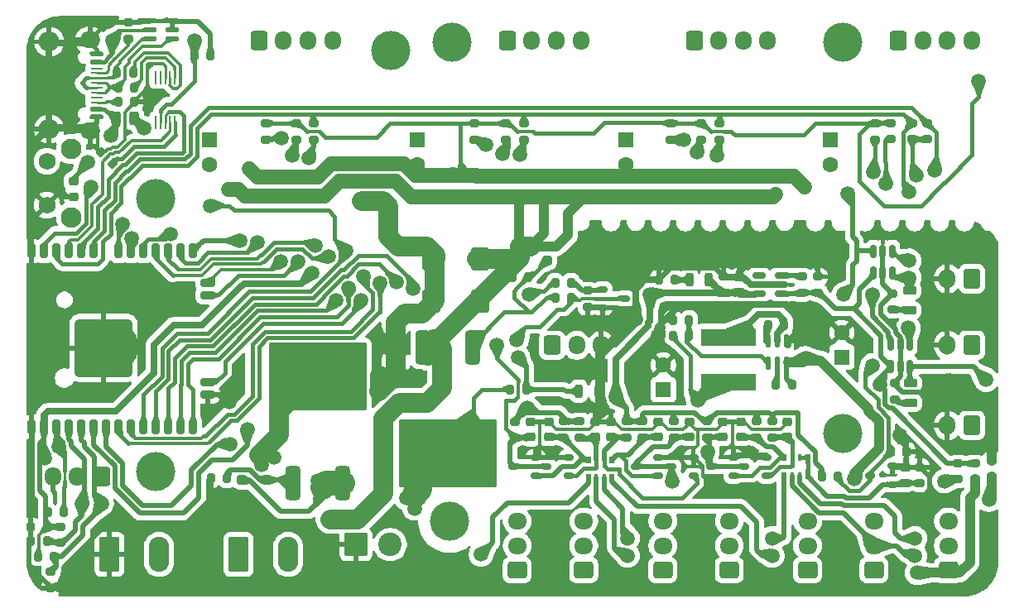
<source format=gbr>
%TF.GenerationSoftware,KiCad,Pcbnew,9.0.1-9.0.1-0~ubuntu24.04.1*%
%TF.CreationDate,2025-04-30T23:19:22+03:00*%
%TF.ProjectId,HYB_ESPA,4859425f-4553-4504-912e-6b696361645f,V_0.1b*%
%TF.SameCoordinates,PX5f5e100PY5f5e100*%
%TF.FileFunction,Copper,L1,Top*%
%TF.FilePolarity,Positive*%
%FSLAX46Y46*%
G04 Gerber Fmt 4.6, Leading zero omitted, Abs format (unit mm)*
G04 Created by KiCad (PCBNEW 9.0.1-9.0.1-0~ubuntu24.04.1) date 2025-04-30 23:19:22*
%MOMM*%
%LPD*%
G01*
G04 APERTURE LIST*
G04 Aperture macros list*
%AMRoundRect*
0 Rectangle with rounded corners*
0 $1 Rounding radius*
0 $2 $3 $4 $5 $6 $7 $8 $9 X,Y pos of 4 corners*
0 Add a 4 corners polygon primitive as box body*
4,1,4,$2,$3,$4,$5,$6,$7,$8,$9,$2,$3,0*
0 Add four circle primitives for the rounded corners*
1,1,$1+$1,$2,$3*
1,1,$1+$1,$4,$5*
1,1,$1+$1,$6,$7*
1,1,$1+$1,$8,$9*
0 Add four rect primitives between the rounded corners*
20,1,$1+$1,$2,$3,$4,$5,0*
20,1,$1+$1,$4,$5,$6,$7,0*
20,1,$1+$1,$6,$7,$8,$9,0*
20,1,$1+$1,$8,$9,$2,$3,0*%
G04 Aperture macros list end*
%TA.AperFunction,EtchedComponent*%
%ADD10C,0.000000*%
%TD*%
%TA.AperFunction,SMDPad,CuDef*%
%ADD11RoundRect,0.200000X-0.275000X0.200000X-0.275000X-0.200000X0.275000X-0.200000X0.275000X0.200000X0*%
%TD*%
%TA.AperFunction,SMDPad,CuDef*%
%ADD12RoundRect,0.200000X0.200000X0.500000X-0.200000X0.500000X-0.200000X-0.500000X0.200000X-0.500000X0*%
%TD*%
%TA.AperFunction,SMDPad,CuDef*%
%ADD13RoundRect,0.150000X0.150000X-0.512500X0.150000X0.512500X-0.150000X0.512500X-0.150000X-0.512500X0*%
%TD*%
%TA.AperFunction,ComponentPad*%
%ADD14RoundRect,0.249999X-0.790001X-1.550001X0.790001X-1.550001X0.790001X1.550001X-0.790001X1.550001X0*%
%TD*%
%TA.AperFunction,ComponentPad*%
%ADD15O,2.080000X3.600000*%
%TD*%
%TA.AperFunction,SMDPad,CuDef*%
%ADD16RoundRect,0.200000X-0.200000X-0.275000X0.200000X-0.275000X0.200000X0.275000X-0.200000X0.275000X0*%
%TD*%
%TA.AperFunction,SMDPad,CuDef*%
%ADD17RoundRect,0.225000X0.250000X-0.225000X0.250000X0.225000X-0.250000X0.225000X-0.250000X-0.225000X0*%
%TD*%
%TA.AperFunction,ComponentPad*%
%ADD18RoundRect,0.250000X0.725000X-0.600000X0.725000X0.600000X-0.725000X0.600000X-0.725000X-0.600000X0*%
%TD*%
%TA.AperFunction,ComponentPad*%
%ADD19O,1.950000X1.700000*%
%TD*%
%TA.AperFunction,SMDPad,CuDef*%
%ADD20RoundRect,0.200000X0.275000X-0.200000X0.275000X0.200000X-0.275000X0.200000X-0.275000X-0.200000X0*%
%TD*%
%TA.AperFunction,SMDPad,CuDef*%
%ADD21RoundRect,0.200000X0.200000X0.550060X-0.200000X0.550060X-0.200000X-0.550060X0.200000X-0.550060X0*%
%TD*%
%TA.AperFunction,SMDPad,CuDef*%
%ADD22RoundRect,0.200000X-0.550060X0.200000X-0.550060X-0.200000X0.550060X-0.200000X0.550060X0.200000X0*%
%TD*%
%TA.AperFunction,SMDPad,CuDef*%
%ADD23RoundRect,0.599999X2.399996X2.399996X-2.399996X2.399996X-2.399996X-2.399996X2.399996X-2.399996X0*%
%TD*%
%TA.AperFunction,SMDPad,CuDef*%
%ADD24RoundRect,0.112500X-0.537500X0.112500X-0.537500X-0.112500X0.537500X-0.112500X0.537500X0.112500X0*%
%TD*%
%TA.AperFunction,SMDPad,CuDef*%
%ADD25R,1.300000X0.240000*%
%TD*%
%TA.AperFunction,ComponentPad*%
%ADD26O,2.100000X1.700000*%
%TD*%
%TA.AperFunction,ComponentPad*%
%ADD27O,2.100000X2.000000*%
%TD*%
%TA.AperFunction,SMDPad,CuDef*%
%ADD28R,0.500000X0.800000*%
%TD*%
%TA.AperFunction,SMDPad,CuDef*%
%ADD29R,0.400000X0.800000*%
%TD*%
%TA.AperFunction,ComponentPad*%
%ADD30R,1.600000X1.600000*%
%TD*%
%TA.AperFunction,ComponentPad*%
%ADD31C,1.600000*%
%TD*%
%TA.AperFunction,ComponentPad*%
%ADD32RoundRect,0.250000X0.600000X0.750000X-0.600000X0.750000X-0.600000X-0.750000X0.600000X-0.750000X0*%
%TD*%
%TA.AperFunction,ComponentPad*%
%ADD33O,1.700000X2.000000*%
%TD*%
%TA.AperFunction,SMDPad,CuDef*%
%ADD34RoundRect,0.137500X0.137500X-0.525000X0.137500X0.525000X-0.137500X0.525000X-0.137500X-0.525000X0*%
%TD*%
%TA.AperFunction,SMDPad,CuDef*%
%ADD35RoundRect,0.200000X0.500000X-0.200000X0.500000X0.200000X-0.500000X0.200000X-0.500000X-0.200000X0*%
%TD*%
%TA.AperFunction,SMDPad,CuDef*%
%ADD36RoundRect,0.150000X0.350000X0.150000X-0.350000X0.150000X-0.350000X-0.150000X0.350000X-0.150000X0*%
%TD*%
%TA.AperFunction,ComponentPad*%
%ADD37C,4.000000*%
%TD*%
%TA.AperFunction,SMDPad,CuDef*%
%ADD38RoundRect,0.225000X-0.250000X0.225000X-0.250000X-0.225000X0.250000X-0.225000X0.250000X0.225000X0*%
%TD*%
%TA.AperFunction,SMDPad,CuDef*%
%ADD39RoundRect,0.200000X0.200000X0.275000X-0.200000X0.275000X-0.200000X-0.275000X0.200000X-0.275000X0*%
%TD*%
%TA.AperFunction,SMDPad,CuDef*%
%ADD40RoundRect,0.340910X0.409090X-1.409090X0.409090X1.409090X-0.409090X1.409090X-0.409090X-1.409090X0*%
%TD*%
%TA.AperFunction,SMDPad,CuDef*%
%ADD41RoundRect,0.164835X2.085165X-1.335165X2.085165X1.335165X-2.085165X1.335165X-2.085165X-1.335165X0*%
%TD*%
%TA.AperFunction,SMDPad,CuDef*%
%ADD42RoundRect,0.186172X4.813828X-3.313828X4.813828X3.313828X-4.813828X3.313828X-4.813828X-3.313828X0*%
%TD*%
%TA.AperFunction,SMDPad,CuDef*%
%ADD43RoundRect,0.200000X-0.335876X-0.053033X-0.053033X-0.335876X0.335876X0.053033X0.053033X0.335876X0*%
%TD*%
%TA.AperFunction,ComponentPad*%
%ADD44RoundRect,0.250000X-0.600000X-0.725000X0.600000X-0.725000X0.600000X0.725000X-0.600000X0.725000X0*%
%TD*%
%TA.AperFunction,ComponentPad*%
%ADD45O,1.700000X1.950000*%
%TD*%
%TA.AperFunction,SMDPad,CuDef*%
%ADD46RoundRect,0.250000X-0.250000X-0.250000X0.250000X-0.250000X0.250000X0.250000X-0.250000X0.250000X0*%
%TD*%
%TA.AperFunction,SMDPad,CuDef*%
%ADD47R,5.700000X1.800000*%
%TD*%
%TA.AperFunction,ComponentPad*%
%ADD48RoundRect,0.250000X0.600000X0.725000X-0.600000X0.725000X-0.600000X-0.725000X0.600000X-0.725000X0*%
%TD*%
%TA.AperFunction,SMDPad,CuDef*%
%ADD49RoundRect,0.243750X0.243750X0.456250X-0.243750X0.456250X-0.243750X-0.456250X0.243750X-0.456250X0*%
%TD*%
%TA.AperFunction,SMDPad,CuDef*%
%ADD50RoundRect,0.060000X-0.060000X0.590000X-0.060000X-0.590000X0.060000X-0.590000X0.060000X0.590000X0*%
%TD*%
%TA.AperFunction,SMDPad,CuDef*%
%ADD51RoundRect,0.340910X-0.409090X1.409090X-0.409090X-1.409090X0.409090X-1.409090X0.409090X1.409090X0*%
%TD*%
%TA.AperFunction,SMDPad,CuDef*%
%ADD52RoundRect,0.164835X-2.085165X1.335165X-2.085165X-1.335165X2.085165X-1.335165X2.085165X1.335165X0*%
%TD*%
%TA.AperFunction,SMDPad,CuDef*%
%ADD53RoundRect,0.186172X-4.813828X3.313828X-4.813828X-3.313828X4.813828X-3.313828X4.813828X3.313828X0*%
%TD*%
%TA.AperFunction,SMDPad,CuDef*%
%ADD54RoundRect,0.225000X-0.225000X-0.250000X0.225000X-0.250000X0.225000X0.250000X-0.225000X0.250000X0*%
%TD*%
%TA.AperFunction,SMDPad,CuDef*%
%ADD55C,2.000000*%
%TD*%
%TA.AperFunction,ComponentPad*%
%ADD56RoundRect,0.250001X-0.949999X-0.949999X0.949999X-0.949999X0.949999X0.949999X-0.949999X0.949999X0*%
%TD*%
%TA.AperFunction,ComponentPad*%
%ADD57C,2.400000*%
%TD*%
%TA.AperFunction,ComponentPad*%
%ADD58C,1.750000*%
%TD*%
%TA.AperFunction,ComponentPad*%
%ADD59C,2.100000*%
%TD*%
%TA.AperFunction,SMDPad,CuDef*%
%ADD60RoundRect,0.150000X0.512500X0.150000X-0.512500X0.150000X-0.512500X-0.150000X0.512500X-0.150000X0*%
%TD*%
%TA.AperFunction,SMDPad,CuDef*%
%ADD61RoundRect,0.200000X-0.200000X-0.500000X0.200000X-0.500000X0.200000X0.500000X-0.200000X0.500000X0*%
%TD*%
%TA.AperFunction,SMDPad,CuDef*%
%ADD62RoundRect,0.137500X0.525000X0.137500X-0.525000X0.137500X-0.525000X-0.137500X0.525000X-0.137500X0*%
%TD*%
%TA.AperFunction,SMDPad,CuDef*%
%ADD63RoundRect,0.150000X-0.350000X-0.150000X0.350000X-0.150000X0.350000X0.150000X-0.350000X0.150000X0*%
%TD*%
%TA.AperFunction,SMDPad,CuDef*%
%ADD64RoundRect,0.195652X0.704348X0.954348X-0.704348X0.954348X-0.704348X-0.954348X0.704348X-0.954348X0*%
%TD*%
%TA.AperFunction,ViaPad*%
%ADD65C,1.500000*%
%TD*%
%TA.AperFunction,ViaPad*%
%ADD66C,5.000000*%
%TD*%
%TA.AperFunction,Conductor*%
%ADD67C,0.700000*%
%TD*%
%TA.AperFunction,Conductor*%
%ADD68C,0.240000*%
%TD*%
%TA.AperFunction,Conductor*%
%ADD69C,0.300000*%
%TD*%
%TA.AperFunction,Conductor*%
%ADD70C,0.500000*%
%TD*%
%TA.AperFunction,Conductor*%
%ADD71C,0.400000*%
%TD*%
%TA.AperFunction,Conductor*%
%ADD72C,2.000000*%
%TD*%
%TA.AperFunction,Conductor*%
%ADD73C,1.000000*%
%TD*%
%TA.AperFunction,Conductor*%
%ADD74C,1.500000*%
%TD*%
%TA.AperFunction,Conductor*%
%ADD75C,0.900000*%
%TD*%
%TA.AperFunction,Conductor*%
%ADD76C,2.500000*%
%TD*%
G04 APERTURE END LIST*
D10*
%TA.AperFunction,EtchedComponent*%
%TO.C,NT1*%
G36*
X39100000Y24300000D02*
G01*
X37100000Y24300000D01*
X37100000Y28300000D01*
X39100000Y28300000D01*
X39100000Y24300000D01*
G37*
%TD.AperFunction*%
%TD*%
D11*
%TO.P,R38,1*%
%TO.N,GND*%
X91700000Y13525000D03*
%TO.P,R38,2*%
%TO.N,Net-(Q9-G)*%
X91700000Y11875000D03*
%TD*%
D12*
%TO.P,D2,1,K*%
%TO.N,GND*%
X58800000Y21300000D03*
%TO.P,D2,2,A*%
%TO.N,Net-(D2-A)*%
X56800000Y21300000D03*
%TD*%
D13*
%TO.P,U11,1,VCCA*%
%TO.N,+5V*%
X86950000Y33362500D03*
%TO.P,U11,2,GND*%
%TO.N,GND*%
X87900000Y33362500D03*
%TO.P,U11,3,A*%
%TO.N,Net-(D5-A)*%
X88850000Y33362500D03*
%TO.P,U11,4,B*%
%TO.N,/O_PWM2*%
X88850000Y35637500D03*
%TO.P,U11,5,DIR*%
%TO.N,GND*%
X87900000Y35637500D03*
%TO.P,U11,6,VCCB*%
%TO.N,+3V3*%
X86950000Y35637500D03*
%TD*%
D11*
%TO.P,R37,1*%
%TO.N,+3V3*%
X75000000Y18225000D03*
%TO.P,R37,2*%
%TO.N,Net-(Q7-G)*%
X75000000Y16575000D03*
%TD*%
D14*
%TO.P,J21,1,Pin_1*%
%TO.N,GND*%
X8800000Y4600000D03*
D15*
%TO.P,J21,2,Pin_2*%
%TO.N,Net-(J21-Pin_2)*%
X13880000Y4600000D03*
%TD*%
D16*
%TO.P,R23,1*%
%TO.N,VDC_Secure*%
X49975000Y33000000D03*
%TO.P,R23,2*%
%TO.N,Net-(D4-A)*%
X51625000Y33000000D03*
%TD*%
D17*
%TO.P,C7,1*%
%TO.N,Net-(Q6-G)*%
X53700000Y16625000D03*
%TO.P,C7,2*%
%TO.N,GND*%
X53700000Y18175000D03*
%TD*%
D18*
%TO.P,J26,1,Pin_1*%
%TO.N,+5V_lim*%
X65401242Y3000000D03*
D19*
%TO.P,J26,2,Pin_2*%
%TO.N,Net-(J26-Pin_2)*%
X65401242Y5500000D03*
%TO.P,J26,3,Pin_3*%
%TO.N,GND_lim*%
X65401242Y8000000D03*
%TD*%
D20*
%TO.P,F4,1*%
%TO.N,+5V_lim*%
X97300000Y12300000D03*
%TO.P,F4,2*%
%TO.N,+5V*%
X97300000Y13900000D03*
%TD*%
D11*
%TO.P,F3,1*%
%TO.N,+5V*%
X95600000Y13900000D03*
%TO.P,F3,2*%
%TO.N,Net-(J19-Pin_1)*%
X95600000Y12300000D03*
%TD*%
D21*
%TO.P,U7,1,GND*%
%TO.N,GND*%
X853012Y17651761D03*
%TO.P,U7,2,3V3*%
%TO.N,+3V3*%
X2123012Y17651761D03*
%TO.P,U7,3,EN*%
%TO.N,/EN*%
X3393012Y17651761D03*
%TO.P,U7,4,IO36_SENSOR_VP*%
%TO.N,/TE*%
X4663012Y17651761D03*
%TO.P,U7,5,IO39_SENSOR_VN*%
%TO.N,/TB*%
X5933012Y17651761D03*
%TO.P,U7,6,IO34*%
%TO.N,/X_Diag*%
X7203012Y17651761D03*
%TO.P,U7,7,IO35*%
%TO.N,/Y_Diag*%
X8473012Y17651761D03*
%TO.P,U7,8,IO32*%
%TO.N,/Y_Dir*%
X9743012Y17651761D03*
%TO.P,U7,9,IO33*%
%TO.N,/Y_Step*%
X11013012Y17651761D03*
%TO.P,U7,10,IO25*%
%TO.N,/Stepper_EN*%
X12283012Y17651761D03*
%TO.P,U7,11,IO26*%
%TO.N,/X_Dir*%
X13553012Y17651761D03*
%TO.P,U7,12,IO27*%
%TO.N,/X_Step*%
X14823012Y17651761D03*
%TO.P,U7,13,IO14*%
%TO.N,/Z_Step*%
X16093012Y17651761D03*
%TO.P,U7,14,IO12*%
%TO.N,/Z_Dir*%
X17363012Y17651761D03*
D22*
%TO.P,U7,15,GND*%
%TO.N,GND*%
X18853012Y20936761D03*
%TO.P,U7,16,IO13*%
%TO.N,/SGN_AIR*%
X18853012Y22206761D03*
%TO.P,U7,23,IO15*%
%TO.N,/Z_Diag*%
X18853012Y31096761D03*
%TO.P,U7,24,IO02*%
%TO.N,/O_PWM1*%
X18853012Y32366761D03*
D21*
%TO.P,U7,25,IO00*%
%TO.N,/Probe_Diag*%
X17363012Y35651761D03*
%TO.P,U7,26,IO04*%
%TO.N,/O_PWM2*%
X16093012Y35651761D03*
%TO.P,U7,27,IO16*%
%TO.N,/E_Step*%
X14823012Y35651761D03*
%TO.P,U7,28,IO17*%
%TO.N,/E_Dir*%
X13553012Y35651761D03*
%TO.P,U7,29,IO05*%
%TO.N,/SS*%
X12283012Y35651761D03*
%TO.P,U7,30,IO18*%
%TO.N,/SCK*%
X11013012Y35651761D03*
%TO.P,U7,31,IO19*%
%TO.N,/MISO*%
X9743012Y35651761D03*
%TO.P,U7,33,IO21*%
%TO.N,/RXD_UART1*%
X7203012Y35651761D03*
%TO.P,U7,34,RXD0*%
%TO.N,/RXD_ESP*%
X5933012Y35651761D03*
%TO.P,U7,35,TXD0*%
%TO.N,/TXD_ESP*%
X4663012Y35651761D03*
%TO.P,U7,36,IO22*%
%TO.N,/TXD_UART1*%
X3393012Y35651761D03*
%TO.P,U7,37,IO23*%
%TO.N,/MOSI*%
X2123012Y35651761D03*
%TO.P,U7,38,GND*%
%TO.N,GND*%
X853012Y35651761D03*
D23*
%TO.P,U7,39,GND*%
X8193012Y25721761D03*
%TD*%
D24*
%TO.P,J2,A1,GND*%
%TO.N,GND*%
X7510000Y55800000D03*
%TO.P,J2,A4,VBUS*%
%TO.N,Net-(F1-Pad2)*%
X7510000Y55000000D03*
D25*
%TO.P,J2,A5,CC1*%
%TO.N,Net-(J2-CC1)*%
X7510000Y53850000D03*
%TO.P,J2,A6,D+*%
%TO.N,Net-(J2-D+-PadA6)*%
X7510000Y52850000D03*
%TO.P,J2,A7,D-*%
%TO.N,Net-(J2-D--PadA7)*%
X7510000Y52350000D03*
%TO.P,J2,A8,SBU1*%
%TO.N,unconnected-(J2-SBU1-PadA8)*%
X7510000Y51350000D03*
D24*
%TO.P,J2,A9,VBUS*%
%TO.N,Net-(F1-Pad2)*%
X7510000Y50200000D03*
%TO.P,J2,A12,GND*%
%TO.N,GND*%
X7510000Y49400000D03*
%TO.P,J2,B1,GND*%
X7510000Y49400000D03*
%TO.P,J2,B4,VBUS*%
%TO.N,Net-(F1-Pad2)*%
X7510000Y50200000D03*
D25*
%TO.P,J2,B5,CC2*%
%TO.N,Net-(J2-CC2)*%
X7510000Y50850000D03*
%TO.P,J2,B6,D+*%
%TO.N,Net-(J2-D+-PadA6)*%
X7510000Y51850000D03*
%TO.P,J2,B7,D-*%
%TO.N,Net-(J2-D--PadA7)*%
X7510000Y53350000D03*
%TO.P,J2,B8,SBU2*%
%TO.N,unconnected-(J2-SBU2-PadB8)*%
X7510000Y54350000D03*
D24*
%TO.P,J2,B9,VBUS*%
%TO.N,Net-(F1-Pad2)*%
X7510000Y55000000D03*
%TO.P,J2,B12,GND*%
%TO.N,GND*%
X7510000Y55800000D03*
D26*
%TO.P,J2,S1,SHIELD*%
X6815000Y57250000D03*
D27*
X2635000Y57070000D03*
X2635000Y48130000D03*
D26*
X6815000Y47950000D03*
%TD*%
D28*
%TO.P,RN2,1*%
%TO.N,Net-(J27-Pin_2)*%
X77800000Y12700000D03*
%TO.P,RN2,2*%
%TO.N,Net-(Q7-G)*%
X77800000Y14500000D03*
D29*
%TO.P,RN2,3*%
%TO.N,Net-(J29-Pin_2)*%
X78600000Y12700000D03*
%TO.P,RN2,4*%
%TO.N,Net-(Q10-G)*%
X78600000Y14500000D03*
%TO.P,RN2,5*%
%TO.N,Net-(J30-Pin_2)*%
X79400000Y12700000D03*
%TO.P,RN2,6*%
%TO.N,Net-(Q9-G)*%
X79400000Y14500000D03*
D28*
%TO.P,RN2,7*%
X80200000Y12700000D03*
%TO.P,RN2,8*%
X80200000Y14500000D03*
%TD*%
D20*
%TO.P,R13,1*%
%TO.N,/X_MS1*%
X87100000Y47075000D03*
%TO.P,R13,2*%
%TO.N,GND_Stepper*%
X87100000Y48725000D03*
%TD*%
D30*
%TO.P,C3,1*%
%TO.N,VDC_Secure*%
X19000000Y47000000D03*
D31*
%TO.P,C3,2*%
%TO.N,GND_Stepper*%
X19000000Y44500000D03*
%TD*%
D11*
%TO.P,R20,1*%
%TO.N,+3V3*%
X55300000Y18225000D03*
%TO.P,R20,2*%
%TO.N,Net-(Q6-G)*%
X55300000Y16575000D03*
%TD*%
D16*
%TO.P,R19,1*%
%TO.N,GND*%
X19175000Y12400000D03*
%TO.P,R19,2*%
%TO.N,Net-(D1-A)*%
X20825000Y12400000D03*
%TD*%
D20*
%TO.P,R17,1*%
%TO.N,/X_UART*%
X92400000Y47100000D03*
%TO.P,R17,2*%
%TO.N,/RXD_UART1*%
X92400000Y48750000D03*
%TD*%
D11*
%TO.P,R24,1*%
%TO.N,+3V3*%
X50274590Y18200494D03*
%TO.P,R24,2*%
%TO.N,/Z_Diag*%
X50274590Y16550494D03*
%TD*%
D20*
%TO.P,R12,1*%
%TO.N,/Y_UART*%
X71200000Y47075000D03*
%TO.P,R12,2*%
%TO.N,/TXD_UART1*%
X71200000Y48725000D03*
%TD*%
D16*
%TO.P,R34,1*%
%TO.N,+3V3*%
X81675000Y12600000D03*
%TO.P,R34,2*%
%TO.N,/Probe_Diag*%
X83325000Y12600000D03*
%TD*%
D20*
%TO.P,R36,1*%
%TO.N,Net-(D6-K)*%
X89100000Y20475000D03*
%TO.P,R36,2*%
%TO.N,GND*%
X89100000Y22125000D03*
%TD*%
D32*
%TO.P,J18,1,Pin_1*%
%TO.N,Net-(D6-A)*%
X97000000Y26010690D03*
D33*
%TO.P,J18,2,Pin_2*%
%TO.N,GND*%
X94500000Y26010690D03*
%TD*%
D20*
%TO.P,R6,1*%
%TO.N,/E_MS2*%
X27900000Y47075000D03*
%TO.P,R6,2*%
%TO.N,GND_Stepper*%
X27900000Y48725000D03*
%TD*%
D17*
%TO.P,C9,1*%
%TO.N,Net-(Q4-G)*%
X64900000Y16625000D03*
%TO.P,C9,2*%
%TO.N,GND*%
X64900000Y18175000D03*
%TD*%
D34*
%TO.P,U10,1,FB*%
%TO.N,Net-(U10-FB)*%
X76150000Y24162500D03*
%TO.P,U10,2,EN*%
%TO.N,Net-(U10-EN)*%
X77100000Y24162500D03*
%TO.P,U10,3,IN*%
%TO.N,VDC*%
X78050000Y24162500D03*
%TO.P,U10,4,GND*%
%TO.N,GND*%
X78050000Y26437500D03*
%TO.P,U10,5,SW*%
%TO.N,Net-(U10-SW)*%
X77100000Y26437500D03*
%TO.P,U10,6,BST*%
%TO.N,Net-(U10-BST)*%
X76150000Y26437500D03*
%TD*%
D35*
%TO.P,D6,1,K*%
%TO.N,Net-(D6-K)*%
X90700000Y20100000D03*
%TO.P,D6,2,A*%
%TO.N,Net-(D6-A)*%
X90700000Y22100000D03*
%TD*%
D20*
%TO.P,R7,1*%
%TO.N,/E_UART*%
X29700000Y47075000D03*
%TO.P,R7,2*%
%TO.N,/TXD_UART1*%
X29700000Y48725000D03*
%TD*%
D36*
%TO.P,Q5,1,G*%
%TO.N,Net-(Q5-G)*%
X55793717Y12650000D03*
%TO.P,Q5,2,S*%
%TO.N,GND*%
X55793717Y14550000D03*
%TO.P,Q5,3,D*%
%TO.N,/Z_Diag*%
X53518717Y13600000D03*
%TD*%
%TO.P,Q6,1,G*%
%TO.N,Net-(Q6-G)*%
X52393717Y12650000D03*
%TO.P,Q6,2,S*%
%TO.N,GND*%
X52393717Y14550000D03*
%TO.P,Q6,3,D*%
%TO.N,/Z_Diag*%
X50118717Y13600000D03*
%TD*%
D37*
%TO.P,H2,1*%
%TO.N,N/C*%
X37600000Y56200000D03*
%TD*%
D38*
%TO.P,C20,1*%
%TO.N,GND*%
X73238361Y32975000D03*
%TO.P,C20,2*%
%TO.N,+3V3*%
X73238361Y31425000D03*
%TD*%
D39*
%TO.P,C2,1*%
%TO.N,GND*%
X19125000Y55700000D03*
%TO.P,C2,2*%
%TO.N,+3V3*%
X17475000Y55700000D03*
%TD*%
D17*
%TO.P,C19,1*%
%TO.N,Net-(Q9-G)*%
X90200000Y11925000D03*
%TO.P,C19,2*%
%TO.N,GND*%
X90200000Y13475000D03*
%TD*%
%TO.P,C18,1*%
%TO.N,Net-(Q7-G)*%
X73400000Y16625000D03*
%TO.P,C18,2*%
%TO.N,GND*%
X73400000Y18175000D03*
%TD*%
D36*
%TO.P,Q9,1,G*%
%TO.N,Net-(Q9-G)*%
X88837500Y11750000D03*
%TO.P,Q9,2,S*%
%TO.N,GND*%
X88837500Y13650000D03*
%TO.P,Q9,3,D*%
%TO.N,/Probe_Diag*%
X86562500Y12700000D03*
%TD*%
%TO.P,Q8,1,G*%
%TO.N,Net-(Q8-G)*%
X68537500Y12650000D03*
%TO.P,Q8,2,S*%
%TO.N,GND*%
X68537500Y14550000D03*
%TO.P,Q8,3,D*%
%TO.N,/Y_Diag*%
X66262500Y13600000D03*
%TD*%
D40*
%TO.P,Q1,1,G*%
%TO.N,Net-(D1-A)*%
X27560000Y11900000D03*
D41*
%TO.P,Q1,2,S*%
%TO.N,Net-(J21-Pin_2)*%
X27500000Y21100000D03*
X32700000Y21100000D03*
D42*
X30100000Y22800000D03*
D41*
X27500000Y24500000D03*
X32700000Y24500000D03*
D40*
%TO.P,Q1,3,D*%
%TO.N,VDC*%
X32640000Y11900000D03*
%TD*%
D39*
%TO.P,R30,1*%
%TO.N,Net-(Q2-G)*%
X56025000Y32400000D03*
%TO.P,R30,2*%
%TO.N,/SGN_AIR*%
X54375000Y32400000D03*
%TD*%
D11*
%TO.P,R35,1*%
%TO.N,+3V3*%
X66500000Y18225000D03*
%TO.P,R35,2*%
%TO.N,/Y_Diag*%
X66500000Y16575000D03*
%TD*%
D39*
%TO.P,C24,1*%
%TO.N,/TE*%
X2425000Y5935170D03*
%TO.P,C24,2*%
%TO.N,GND*%
X775000Y5935170D03*
%TD*%
D43*
%TO.P,C27,1*%
%TO.N,GND*%
X7916637Y45783363D03*
%TO.P,C27,2*%
%TO.N,Net-(U2-V3)*%
X9083363Y44616637D03*
%TD*%
D30*
%TO.P,C23,1*%
%TO.N,+5V*%
X65450000Y21467620D03*
D31*
%TO.P,C23,2*%
%TO.N,GND*%
X65450000Y23967620D03*
%TD*%
D20*
%TO.P,R10,1*%
%TO.N,/Z_MS1*%
X46100000Y47075000D03*
%TO.P,R10,2*%
%TO.N,GND_Stepper*%
X46100000Y48725000D03*
%TD*%
D44*
%TO.P,J6,1,Pin_1*%
%TO.N,Net-(J6-Pin_1)*%
X49500000Y57200000D03*
D45*
%TO.P,J6,2,Pin_2*%
%TO.N,Net-(J6-Pin_2)*%
X52000000Y57200000D03*
%TO.P,J6,3,Pin_3*%
%TO.N,Net-(J6-Pin_3)*%
X54500000Y57200000D03*
%TO.P,J6,4,Pin_4*%
%TO.N,Net-(J6-Pin_4)*%
X57000000Y57200000D03*
%TD*%
D46*
%TO.P,D4,1,K*%
%TO.N,VDC_Secure*%
X51050000Y34700000D03*
%TO.P,D4,2,A*%
%TO.N,Net-(D4-A)*%
X53550000Y34700000D03*
%TD*%
D11*
%TO.P,R40,1*%
%TO.N,+3V3*%
X69900000Y18225000D03*
%TO.P,R40,2*%
%TO.N,/X_Diag*%
X69900000Y16575000D03*
%TD*%
D44*
%TO.P,J9,1,Pin_1*%
%TO.N,Net-(J9-Pin_1)*%
X89500000Y57200000D03*
D45*
%TO.P,J9,2,Pin_2*%
%TO.N,Net-(J9-Pin_2)*%
X92000000Y57200000D03*
%TO.P,J9,3,Pin_3*%
%TO.N,Net-(J9-Pin_3)*%
X94500000Y57200000D03*
%TO.P,J9,4,Pin_4*%
%TO.N,Net-(J9-Pin_4)*%
X97000000Y57200000D03*
%TD*%
D14*
%TO.P,J23,1,Pin_1*%
%TO.N,VDC*%
X22000000Y4600000D03*
D15*
%TO.P,J23,2,Pin_2*%
%TO.N,VDC_Secure*%
X27080000Y4600000D03*
%TD*%
D11*
%TO.P,C26,1*%
%TO.N,/TB*%
X2800000Y2825000D03*
%TO.P,C26,2*%
%TO.N,GND*%
X2800000Y1175000D03*
%TD*%
D35*
%TO.P,D5,1,K*%
%TO.N,Net-(D5-K)*%
X90641339Y29594033D03*
%TO.P,D5,2,A*%
%TO.N,Net-(D5-A)*%
X90641339Y31594033D03*
%TD*%
D37*
%TO.P,H5,1*%
%TO.N,N/C*%
X13500000Y13100000D03*
%TD*%
D30*
%TO.P,C5,1*%
%TO.N,VDC_Secure*%
X40300000Y47000000D03*
D31*
%TO.P,C5,2*%
%TO.N,GND_Stepper*%
X40300000Y44500000D03*
%TD*%
D16*
%TO.P,R41,1*%
%TO.N,+5V*%
X66427904Y27000000D03*
%TO.P,R41,2*%
%TO.N,Net-(U10-FB)*%
X68077904Y27000000D03*
%TD*%
D17*
%TO.P,C10,1*%
%TO.N,/Z_Diag*%
X51874590Y16600494D03*
%TO.P,C10,2*%
%TO.N,GND*%
X51874590Y18150494D03*
%TD*%
D20*
%TO.P,R9,1*%
%TO.N,/Z_UART*%
X51200000Y47075000D03*
%TO.P,R9,2*%
%TO.N,/TXD_UART1*%
X51200000Y48725000D03*
%TD*%
D47*
%TO.P,L1,1*%
%TO.N,+5V*%
X72100000Y22200000D03*
%TO.P,L1,2*%
%TO.N,Net-(U10-SW)*%
X72100000Y26800000D03*
%TD*%
D36*
%TO.P,Q4,1,G*%
%TO.N,Net-(Q4-G)*%
X64937500Y12650000D03*
%TO.P,Q4,2,S*%
%TO.N,GND*%
X64937500Y14550000D03*
%TO.P,Q4,3,D*%
%TO.N,/Y_Diag*%
X62662500Y13600000D03*
%TD*%
D44*
%TO.P,J16,1,Pin_1*%
%TO.N,Net-(D2-A)*%
X54100000Y26000000D03*
D45*
%TO.P,J16,2,Pin_2*%
%TO.N,/~{Air}*%
X56600000Y26000000D03*
%TO.P,J16,3,Pin_3*%
%TO.N,GND*%
X59100000Y26000000D03*
%TD*%
D17*
%TO.P,C14,1*%
%TO.N,/Y_Diag*%
X68100000Y16625000D03*
%TO.P,C14,2*%
%TO.N,GND*%
X68100000Y18175000D03*
%TD*%
D20*
%TO.P,R46,1*%
%TO.N,/TE*%
X3800000Y5775000D03*
%TO.P,R46,2*%
%TO.N,+3V3*%
X3800000Y7425000D03*
%TD*%
D28*
%TO.P,RN1,1*%
%TO.N,Net-(J24-Pin_2)*%
X57800000Y12500000D03*
%TO.P,RN1,2*%
%TO.N,Net-(Q6-G)*%
X57800000Y14300000D03*
D29*
%TO.P,RN1,3*%
%TO.N,Net-(J25-Pin_2)*%
X58600000Y12500000D03*
%TO.P,RN1,4*%
%TO.N,Net-(Q5-G)*%
X58600000Y14300000D03*
%TO.P,RN1,5*%
%TO.N,Net-(J26-Pin_2)*%
X59400000Y12500000D03*
%TO.P,RN1,6*%
%TO.N,Net-(Q8-G)*%
X59400000Y14300000D03*
D28*
%TO.P,RN1,7*%
%TO.N,Net-(J28-Pin_2)*%
X60200000Y12500000D03*
%TO.P,RN1,8*%
%TO.N,Net-(Q4-G)*%
X60200000Y14300000D03*
%TD*%
D37*
%TO.P,H3,1*%
%TO.N,N/C*%
X43800000Y57000000D03*
%TD*%
D44*
%TO.P,J3,1,Pin_1*%
%TO.N,Net-(J3-Pin_1)*%
X24100000Y57200000D03*
D45*
%TO.P,J3,2,Pin_2*%
%TO.N,Net-(J3-Pin_2)*%
X26600000Y57200000D03*
%TO.P,J3,3,Pin_3*%
%TO.N,Net-(J3-Pin_3)*%
X29100000Y57200000D03*
%TO.P,J3,4,Pin_4*%
%TO.N,Net-(J3-Pin_4)*%
X31600000Y57200000D03*
%TD*%
D16*
%TO.P,R21,1*%
%TO.N,Net-(J22-Pin_2)*%
X49775000Y21500000D03*
%TO.P,R21,2*%
%TO.N,Net-(D2-A)*%
X51425000Y21500000D03*
%TD*%
D11*
%TO.P,R42,1*%
%TO.N,+3V3*%
X76600000Y18225000D03*
%TO.P,R42,2*%
%TO.N,Net-(Q10-G)*%
X76600000Y16575000D03*
%TD*%
%TO.P,R22,1*%
%TO.N,+3V3*%
X61700000Y18225000D03*
%TO.P,R22,2*%
%TO.N,Net-(Q8-G)*%
X61700000Y16575000D03*
%TD*%
D20*
%TO.P,R15,1*%
%TO.N,/Y_MS2*%
X69300000Y47075000D03*
%TO.P,R15,2*%
%TO.N,GND_Stepper*%
X69300000Y48725000D03*
%TD*%
D39*
%TO.P,R44,1*%
%TO.N,/EN*%
X4125000Y8900000D03*
%TO.P,R44,2*%
%TO.N,+3V3*%
X2475000Y8900000D03*
%TD*%
D36*
%TO.P,Q10,1,G*%
%TO.N,Net-(Q10-G)*%
X76037500Y12650000D03*
%TO.P,Q10,2,S*%
%TO.N,GND*%
X76037500Y14550000D03*
%TO.P,Q10,3,D*%
%TO.N,/X_Diag*%
X73762500Y13600000D03*
%TD*%
D48*
%TO.P,J15,1,Pin_1*%
%TO.N,/TB*%
X8000000Y12600000D03*
D45*
%TO.P,J15,2,Pin_2*%
%TO.N,/TE*%
X5500000Y12600000D03*
%TO.P,J15,3,Pin_3*%
%TO.N,GND*%
X3000000Y12600000D03*
%TD*%
D11*
%TO.P,C21,1*%
%TO.N,GND*%
X81262500Y33025000D03*
%TO.P,C21,2*%
%TO.N,+5V*%
X81262500Y31375000D03*
%TD*%
D44*
%TO.P,J13,1,Pin_1*%
%TO.N,Net-(J13-Pin_1)*%
X68600000Y57200000D03*
D45*
%TO.P,J13,2,Pin_2*%
%TO.N,Net-(J13-Pin_2)*%
X71100000Y57200000D03*
%TO.P,J13,3,Pin_3*%
%TO.N,Net-(J13-Pin_3)*%
X73600000Y57200000D03*
%TO.P,J13,4,Pin_4*%
%TO.N,Net-(J13-Pin_4)*%
X76100000Y57200000D03*
%TD*%
D49*
%TO.P,F1,1*%
%TO.N,+5V*%
X11337500Y49200000D03*
%TO.P,F1,2*%
%TO.N,Net-(F1-Pad2)*%
X9462500Y49200000D03*
%TD*%
D38*
%TO.P,C1,1*%
%TO.N,/EN*%
X5100000Y42775000D03*
%TO.P,C1,2*%
%TO.N,GND*%
X5100000Y41225000D03*
%TD*%
D39*
%TO.P,R26,1*%
%TO.N,/~{Air}*%
X56055375Y30900000D03*
%TO.P,R26,2*%
%TO.N,Net-(D4-A)*%
X54405375Y30900000D03*
%TD*%
D11*
%TO.P,R27,1*%
%TO.N,+3V3*%
X56900000Y18225000D03*
%TO.P,R27,2*%
%TO.N,Net-(Q5-G)*%
X56900000Y16575000D03*
%TD*%
D30*
%TO.P,C6,1*%
%TO.N,VDC_Secure*%
X82520000Y47000000D03*
D31*
%TO.P,C6,2*%
%TO.N,GND_Stepper*%
X82520000Y44500000D03*
%TD*%
D11*
%TO.P,R28,1*%
%TO.N,+3V3*%
X63300000Y18225000D03*
%TO.P,R28,2*%
%TO.N,Net-(Q4-G)*%
X63300000Y16575000D03*
%TD*%
D20*
%TO.P,R18,1*%
%TO.N,/X_MS2*%
X88700000Y47100000D03*
%TO.P,R18,2*%
%TO.N,GND_Stepper*%
X88700000Y48750000D03*
%TD*%
D50*
%TO.P,U2,1,UD+*%
%TO.N,/D+*%
X15500000Y53400000D03*
%TO.P,U2,2,UD-*%
%TO.N,/D-*%
X15000000Y53400000D03*
%TO.P,U2,3,GND*%
%TO.N,GND*%
X14500000Y53400000D03*
%TO.P,U2,4,~{RTS}*%
%TO.N,unconnected-(U2-~{RTS}-Pad4)*%
X14000000Y53400000D03*
%TO.P,U2,5,~{CTS}*%
%TO.N,unconnected-(U2-~{CTS}-Pad5)*%
X13500000Y53400000D03*
%TO.P,U2,6,TNOW*%
%TO.N,unconnected-(U2-TNOW-Pad6)*%
X13500000Y48800000D03*
%TO.P,U2,7,VCC*%
%TO.N,+3V3*%
X14000000Y48800000D03*
%TO.P,U2,8,TXD*%
%TO.N,/RXD_ESP*%
X14500000Y48800000D03*
%TO.P,U2,9,RXD*%
%TO.N,/TXD_ESP*%
X15000000Y48800000D03*
%TO.P,U2,10,V3*%
%TO.N,Net-(U2-V3)*%
X15500000Y48800000D03*
%TD*%
D51*
%TO.P,Q3,1,G*%
%TO.N,Net-(D4-A)*%
X45940000Y25820680D03*
D52*
%TO.P,Q3,2,S*%
%TO.N,Net-(J22-Pin_2)*%
X46000000Y16620680D03*
X40800000Y16620680D03*
D53*
X43400000Y14920680D03*
D52*
X46000000Y13220680D03*
X40800000Y13220680D03*
D51*
%TO.P,Q3,3,D*%
%TO.N,VDC_Secure*%
X40860000Y25820680D03*
%TD*%
D32*
%TO.P,J17,1,Pin_1*%
%TO.N,Net-(D5-A)*%
X97000000Y32810690D03*
D33*
%TO.P,J17,2,Pin_2*%
%TO.N,GND*%
X94500000Y32810690D03*
%TD*%
D37*
%TO.P,H4,1*%
%TO.N,N/C*%
X83800000Y57000000D03*
%TD*%
D11*
%TO.P,R1,1*%
%TO.N,GND*%
X10700000Y59025000D03*
%TO.P,R1,2*%
%TO.N,Net-(J2-CC1)*%
X10700000Y57375000D03*
%TD*%
D18*
%TO.P,J28,1,Pin_1*%
%TO.N,+5V_lim*%
X72201242Y3000000D03*
D19*
%TO.P,J28,2,Pin_2*%
%TO.N,Net-(J28-Pin_2)*%
X72201242Y5500000D03*
%TO.P,J28,3,Pin_3*%
%TO.N,GND_lim*%
X72201242Y8000000D03*
%TD*%
D18*
%TO.P,J27,1,Pin_1*%
%TO.N,+5V_lim*%
X80200000Y3000000D03*
D19*
%TO.P,J27,2,Pin_2*%
%TO.N,Net-(J27-Pin_2)*%
X80200000Y5500000D03*
%TO.P,J27,3,Pin_3*%
%TO.N,GND_lim*%
X80200000Y8000000D03*
%TD*%
D54*
%TO.P,C16,1*%
%TO.N,/Probe_Diag*%
X88725000Y15100000D03*
%TO.P,C16,2*%
%TO.N,GND*%
X90275000Y15100000D03*
%TD*%
D55*
%TO.P,NT1,1,1*%
%TO.N,GND_Stepper*%
X38100000Y28300001D03*
%TO.P,NT1,2,2*%
%TO.N,GND*%
X38100000Y24299999D03*
%TD*%
D39*
%TO.P,C22,1*%
%TO.N,Net-(U10-SW)*%
X77825000Y28100000D03*
%TO.P,C22,2*%
%TO.N,Net-(U10-BST)*%
X76175000Y28100000D03*
%TD*%
D11*
%TO.P,C13,1*%
%TO.N,GND*%
X71638361Y33025000D03*
%TO.P,C13,2*%
%TO.N,+3V3*%
X71638361Y31375000D03*
%TD*%
D20*
%TO.P,R16,1*%
%TO.N,/X_UART*%
X90900000Y47100000D03*
%TO.P,R16,2*%
%TO.N,/TXD_UART1*%
X90900000Y48750000D03*
%TD*%
D56*
%TO.P,J22,1,Pin_1*%
%TO.N,GND*%
X34020000Y5600000D03*
D57*
%TO.P,J22,2,Pin_2*%
%TO.N,Net-(J22-Pin_2)*%
X37520000Y5600000D03*
%TD*%
D18*
%TO.P,J24,1,Pin_1*%
%TO.N,+5V_lim*%
X50505097Y3000000D03*
D19*
%TO.P,J24,2,Pin_2*%
%TO.N,Net-(J24-Pin_2)*%
X50505097Y5500000D03*
%TO.P,J24,3,Pin_3*%
%TO.N,GND_lim*%
X50505097Y8000000D03*
%TD*%
D30*
%TO.P,C4,1*%
%TO.N,VDC_Secure*%
X61600000Y47000000D03*
D31*
%TO.P,C4,2*%
%TO.N,GND_Stepper*%
X61600000Y44500000D03*
%TD*%
D58*
%TO.P,SW1,1,1*%
%TO.N,GND*%
X2400000Y40349999D03*
%TO.P,SW1,2,2*%
%TO.N,/EN*%
X2400000Y44849999D03*
D59*
%TO.P,SW1,SH,B*%
%TO.N,GND*%
X4890000Y39099999D03*
X4890000Y46109999D03*
%TD*%
D20*
%TO.P,R8,1*%
%TO.N,/E_MS1*%
X24800000Y47075000D03*
%TO.P,R8,2*%
%TO.N,GND_Stepper*%
X24800000Y48725000D03*
%TD*%
D60*
%TO.P,U8,1,VIN*%
%TO.N,+5V*%
X77500000Y31250000D03*
%TO.P,U8,2,GND*%
%TO.N,GND*%
X77500000Y32200000D03*
%TO.P,U8,3,EN*%
%TO.N,Net-(U8-EN)*%
X77500000Y33150000D03*
%TO.P,U8,4,FB*%
%TO.N,unconnected-(U8-FB-Pad4)*%
X75225000Y33150000D03*
%TO.P,U8,5,VOUT*%
%TO.N,+3V3*%
X75225000Y31250000D03*
%TD*%
D39*
%TO.P,R5,1*%
%TO.N,/D+*%
X11325000Y52400000D03*
%TO.P,R5,2*%
%TO.N,Net-(J2-D+-PadA6)*%
X9675000Y52400000D03*
%TD*%
D17*
%TO.P,C17,1*%
%TO.N,Net-(Q10-G)*%
X78100000Y16625000D03*
%TO.P,C17,2*%
%TO.N,GND*%
X78100000Y18175000D03*
%TD*%
D30*
%TO.P,C12,1*%
%TO.N,VDC*%
X83700000Y24800000D03*
D31*
%TO.P,C12,2*%
%TO.N,GND*%
X83700000Y27300000D03*
%TD*%
D17*
%TO.P,C15,1*%
%TO.N,/X_Diag*%
X71500000Y16625000D03*
%TO.P,C15,2*%
%TO.N,GND*%
X71500000Y18175000D03*
%TD*%
D37*
%TO.P,H6,1*%
%TO.N,N/C*%
X83800000Y17000000D03*
%TD*%
D17*
%TO.P,C11,1*%
%TO.N,Net-(Q8-G)*%
X60100000Y16625000D03*
%TO.P,C11,2*%
%TO.N,GND*%
X60100000Y18175000D03*
%TD*%
D39*
%TO.P,R32,1*%
%TO.N,VDC*%
X78625000Y22000000D03*
%TO.P,R32,2*%
%TO.N,Net-(U10-EN)*%
X76975000Y22000000D03*
%TD*%
D20*
%TO.P,R33,1*%
%TO.N,Net-(D5-K)*%
X88900000Y29675000D03*
%TO.P,R33,2*%
%TO.N,GND*%
X88900000Y31325000D03*
%TD*%
D39*
%TO.P,R4,1*%
%TO.N,/D-*%
X11225000Y53905117D03*
%TO.P,R4,2*%
%TO.N,Net-(J2-D--PadA7)*%
X9575000Y53905117D03*
%TD*%
D61*
%TO.P,D3,1,K*%
%TO.N,Net-(D3-K)*%
X68100000Y32700000D03*
%TO.P,D3,2,A*%
%TO.N,+3V3*%
X70100000Y32700000D03*
%TD*%
D36*
%TO.P,Q7,1,G*%
%TO.N,Net-(Q7-G)*%
X72637500Y12650000D03*
%TO.P,Q7,2,S*%
%TO.N,GND*%
X72637500Y14550000D03*
%TO.P,Q7,3,D*%
%TO.N,/X_Diag*%
X70362500Y13600000D03*
%TD*%
D16*
%TO.P,R2,1*%
%TO.N,Net-(J2-CC2)*%
X9675000Y50900000D03*
%TO.P,R2,2*%
%TO.N,GND*%
X11325000Y50900000D03*
%TD*%
D62*
%TO.P,U1,1*%
%TO.N,Net-(J2-D+-PadA6)*%
X15237500Y57350000D03*
%TO.P,U1,2*%
%TO.N,GND*%
X15237500Y58300000D03*
%TO.P,U1,3*%
X15237500Y59250000D03*
%TO.P,U1,4*%
X12962500Y59250000D03*
%TO.P,U1,5*%
%TO.N,Net-(F1-Pad2)*%
X12962500Y58300000D03*
%TO.P,U1,6*%
%TO.N,Net-(J2-D--PadA7)*%
X12962500Y57350000D03*
%TD*%
D32*
%TO.P,J19,1,Pin_1*%
%TO.N,Net-(J19-Pin_1)*%
X97000000Y17800000D03*
D33*
%TO.P,J19,2,Pin_2*%
%TO.N,GND*%
X94500000Y17800000D03*
%TD*%
D20*
%TO.P,R14,1*%
%TO.N,/Y_MS1*%
X66200000Y47075000D03*
%TO.P,R14,2*%
%TO.N,GND_Stepper*%
X66200000Y48725000D03*
%TD*%
%TO.P,R43,1*%
%TO.N,GND_lim*%
X99000000Y12575000D03*
%TO.P,R43,2*%
%TO.N,GND*%
X99000000Y14225000D03*
%TD*%
D39*
%TO.P,R45,1*%
%TO.N,/TB*%
X3125000Y4400000D03*
%TO.P,R45,2*%
%TO.N,+3V3*%
X1475000Y4400000D03*
%TD*%
D13*
%TO.P,U9,1,VCCA*%
%TO.N,+5V*%
X88742493Y23840724D03*
%TO.P,U9,2,GND*%
%TO.N,GND*%
X89692493Y23840724D03*
%TO.P,U9,3,A*%
%TO.N,Net-(D6-A)*%
X90642493Y23840724D03*
%TO.P,U9,4,B*%
%TO.N,/O_PWM1*%
X90642493Y26115724D03*
%TO.P,U9,5,DIR*%
%TO.N,GND*%
X89692493Y26115724D03*
%TO.P,U9,6,VCCB*%
%TO.N,+3V3*%
X88742493Y26115724D03*
%TD*%
D20*
%TO.P,R11,1*%
%TO.N,/Z_MS2*%
X49300000Y47075000D03*
%TO.P,R11,2*%
%TO.N,GND_Stepper*%
X49300000Y48725000D03*
%TD*%
D17*
%TO.P,C8,1*%
%TO.N,Net-(Q5-G)*%
X58500000Y16625000D03*
%TO.P,C8,2*%
%TO.N,GND*%
X58500000Y18175000D03*
%TD*%
D18*
%TO.P,J30,1,Pin_1*%
%TO.N,+5V_lim*%
X94600000Y3000000D03*
D19*
%TO.P,J30,2,Pin_2*%
%TO.N,Net-(J30-Pin_2)*%
X94600000Y5500000D03*
%TO.P,J30,3,Pin_3*%
%TO.N,GND_lim*%
X94600000Y8000000D03*
%TD*%
D39*
%TO.P,C25,1*%
%TO.N,+3V3*%
X2425000Y7400000D03*
%TO.P,C25,2*%
%TO.N,GND*%
X775000Y7400000D03*
%TD*%
D63*
%TO.P,Q2,1,G*%
%TO.N,Net-(Q2-G)*%
X59262500Y31750000D03*
%TO.P,Q2,2,S*%
%TO.N,GND*%
X59262500Y29850000D03*
%TO.P,Q2,3,D*%
%TO.N,/~{Air}*%
X61537500Y30800000D03*
%TD*%
D37*
%TO.P,H1,1*%
%TO.N,N/C*%
X13500000Y41000000D03*
%TD*%
D64*
%TO.P,D8,1,A1*%
%TO.N,VDC_Secure*%
X46700000Y30500000D03*
%TO.P,D8,2,A2*%
%TO.N,GND_Stepper*%
X41700000Y30500000D03*
%TD*%
%TO.P,D7,1,A1*%
%TO.N,VDC_Secure*%
X46700000Y34800000D03*
%TO.P,D7,2,A2*%
%TO.N,GND_Stepper*%
X41700000Y34800000D03*
%TD*%
D37*
%TO.P,H7,1*%
%TO.N,N/C*%
X43590000Y8000000D03*
%TD*%
D18*
%TO.P,J25,1,Pin_1*%
%TO.N,+5V_lim*%
X57305097Y3000000D03*
D19*
%TO.P,J25,2,Pin_2*%
%TO.N,Net-(J25-Pin_2)*%
X57305097Y5500000D03*
%TO.P,J25,3,Pin_3*%
%TO.N,GND_lim*%
X57305097Y8000000D03*
%TD*%
D39*
%TO.P,R25,1*%
%TO.N,Net-(D3-K)*%
X66625000Y32700000D03*
%TO.P,R25,2*%
%TO.N,GND*%
X64975000Y32700000D03*
%TD*%
%TO.P,R39,1*%
%TO.N,Net-(U10-FB)*%
X68077904Y28600000D03*
%TO.P,R39,2*%
%TO.N,GND*%
X66427904Y28600000D03*
%TD*%
D11*
%TO.P,R31,1*%
%TO.N,Net-(U8-EN)*%
X79662500Y33025000D03*
%TO.P,R31,2*%
%TO.N,+5V*%
X79662500Y31375000D03*
%TD*%
D18*
%TO.P,J29,1,Pin_1*%
%TO.N,+5V_lim*%
X87000000Y3000000D03*
D19*
%TO.P,J29,2,Pin_2*%
%TO.N,Net-(J29-Pin_2)*%
X87000000Y5500000D03*
%TO.P,J29,3,Pin_3*%
%TO.N,GND_lim*%
X87000000Y8000000D03*
%TD*%
D11*
%TO.P,R29,1*%
%TO.N,Net-(Q2-G)*%
X57700000Y31600000D03*
%TO.P,R29,2*%
%TO.N,GND*%
X57700000Y29950000D03*
%TD*%
D46*
%TO.P,D1,1,K*%
%TO.N,VDC*%
X22350000Y12200000D03*
%TO.P,D1,2,A*%
%TO.N,Net-(D1-A)*%
X24850000Y12200000D03*
%TD*%
D65*
%TO.N,GND*%
X64900000Y27000000D03*
X94500000Y22400000D03*
X21072947Y20171284D03*
X36400000Y21300000D03*
X62590000Y28700000D03*
X37800000Y22900000D03*
X36500000Y22900000D03*
D66*
X9300000Y25900000D03*
D65*
X89670000Y16800000D03*
X59200000Y19400000D03*
X4100000Y1250000D03*
X43100000Y1500000D03*
%TO.N,+3V3*%
X86841360Y31210000D03*
X29512984Y33414400D03*
X83900000Y31210000D03*
X2198379Y14403394D03*
X51499152Y19605200D03*
X17540000Y57200000D03*
X84300000Y41500000D03*
X60600000Y20670000D03*
X64100000Y31210000D03*
%TO.N,/TE*%
X6000000Y9800000D03*
%TO.N,/TB*%
X8000000Y9800000D03*
%TO.N,VDC_Secure*%
X76900000Y41410000D03*
X20960792Y41951091D03*
X31400000Y8200000D03*
X32344508Y42840000D03*
X61660636Y41200000D03*
X35300000Y9300000D03*
X36400000Y10380000D03*
%TO.N,+5V*%
X87584423Y21984423D03*
X12350858Y48179962D03*
X69018569Y20395653D03*
%TO.N,VDC*%
X31400775Y11819745D03*
X79999077Y24674245D03*
X84964011Y12314467D03*
X30150773Y12179745D03*
X30450773Y10879745D03*
%TO.N,/X_Diag*%
X22900000Y17400000D03*
X69969516Y15126153D03*
%TO.N,/EN*%
X6587618Y44759999D03*
X3650000Y15663394D03*
%TO.N,/Y_Diag*%
X66358044Y12046417D03*
X21100000Y15900000D03*
%TO.N,/Z_Diag*%
X28099313Y34578289D03*
X48400000Y26000000D03*
%TO.N,Net-(D5-A)*%
X90610000Y32900000D03*
%TO.N,Net-(D6-A)*%
X98467732Y22467732D03*
%TO.N,Net-(F1-Pad2)*%
X8962326Y47450556D03*
X9133173Y57200000D03*
%TO.N,+5V_lim*%
X91400000Y2719997D03*
%TO.N,/TXD_UART1*%
X90600000Y41700000D03*
%TO.N,/RXD_UART1*%
X93200000Y43900000D03*
%TO.N,GND_lim*%
X98750454Y10214990D03*
%TO.N,Net-(J19-Pin_1)*%
X94200000Y12100000D03*
%TO.N,/~{Air}*%
X50436860Y26540000D03*
%TO.N,/SCK*%
X11091819Y36918943D03*
%TO.N,/MISO*%
X10151000Y38406380D03*
%TO.N,/MOSI*%
X6889222Y42201623D03*
%TO.N,/SS*%
X15058684Y37411695D03*
%TO.N,/X_MS1*%
X86943755Y43740408D03*
%TO.N,/X_MS2*%
X88227296Y42536194D03*
%TO.N,/Y_MS2*%
X68900000Y45800000D03*
%TO.N,/Y_MS1*%
X67500000Y47000000D03*
%TO.N,/Z_MS2*%
X49001049Y45634958D03*
%TO.N,/Z_MS1*%
X47300000Y46500000D03*
%TO.N,/E_MS2*%
X27471843Y45463287D03*
%TO.N,/E_MS1*%
X26415000Y47207983D03*
%TO.N,/X_UART*%
X91300000Y43400000D03*
%TO.N,/SGN_AIR*%
X51700000Y31200000D03*
X34501811Y30580002D03*
%TO.N,/Y_UART*%
X70900000Y45400000D03*
%TO.N,/Z_UART*%
X50754680Y45485335D03*
%TO.N,/E_UART*%
X29200000Y45130000D03*
%TO.N,/Z_Dir*%
X33278213Y31845078D03*
%TO.N,/Z_Step*%
X31996389Y30580000D03*
%TO.N,/Stepper_EN*%
X32994446Y35648437D03*
X19100000Y40300000D03*
%TO.N,/Y_Step*%
X34787807Y33047704D03*
%TO.N,/E_Dir*%
X31246928Y35102952D03*
%TO.N,/O_PWM2*%
X23945409Y36545584D03*
X90600000Y34660003D03*
%TO.N,/Y_Dir*%
X36430510Y32415932D03*
%TO.N,/X_Step*%
X38190248Y32446451D03*
%TO.N,/E_Step*%
X29886524Y36219604D03*
%TO.N,/X_Dir*%
X39842381Y31815638D03*
%TO.N,/O_PWM1*%
X90500000Y27800000D03*
X26339319Y34583715D03*
%TO.N,Net-(J21-Pin_2)*%
X24400000Y13800000D03*
X24065599Y14774070D03*
X25600000Y14500000D03*
%TO.N,Net-(J24-Pin_2)*%
X46800000Y4600000D03*
%TO.N,Net-(D2-A)*%
X50592816Y24786921D03*
%TO.N,Net-(J25-Pin_2)*%
X61800000Y4479997D03*
%TO.N,GND_Stepper*%
X65200000Y43300000D03*
X43900000Y43472663D03*
X34600000Y40800000D03*
X45100000Y43400000D03*
X97715219Y53084781D03*
X46300000Y43400000D03*
X79900000Y42200000D03*
X23065685Y44065685D03*
X35900000Y40800000D03*
X37100000Y40800000D03*
%TO.N,Net-(J26-Pin_2)*%
X61800000Y6240000D03*
%TO.N,Net-(J27-Pin_2)*%
X76600000Y6240000D03*
%TO.N,Net-(J28-Pin_2)*%
X76600000Y4479997D03*
%TO.N,Net-(J29-Pin_2)*%
X91200000Y4479997D03*
%TO.N,Net-(J30-Pin_2)*%
X91200000Y6240000D03*
%TO.N,/Probe_Diag*%
X86835755Y23937748D03*
X22192254Y36701682D03*
%TO.N,Net-(J22-Pin_2)*%
X40529115Y10706300D03*
X39160000Y10380000D03*
X40000000Y9300000D03*
%TD*%
D67*
%TO.N,GND*%
X62648500Y31748500D02*
X62648500Y28758500D01*
D68*
X14500000Y54500000D02*
X14500000Y53400000D01*
D67*
X74362500Y32200000D02*
X73238361Y33324139D01*
D69*
X12707954Y52347575D02*
X12707954Y54717672D01*
X53100000Y18175000D02*
X52800000Y17875000D01*
D67*
X6815000Y48280000D02*
X2635000Y48280000D01*
D69*
X8311201Y45783363D02*
X7600000Y45783363D01*
X61180374Y17400000D02*
X64294326Y17400000D01*
D70*
X87900000Y35637500D02*
X87900000Y33362500D01*
D71*
X59262500Y29850000D02*
X61440000Y29850000D01*
D69*
X69000000Y15797125D02*
X68537500Y15334625D01*
D72*
X37800000Y22700000D02*
X37800000Y22900000D01*
D69*
X67480326Y17386000D02*
X68100000Y18005674D01*
D70*
X91700000Y13525000D02*
X92686000Y12539000D01*
X58500000Y18700000D02*
X59200000Y19400000D01*
D71*
X7510000Y56225000D02*
X6815000Y56920000D01*
D69*
X72637500Y14803000D02*
X72637500Y14650000D01*
D71*
X920000Y42200000D02*
X3600000Y42200000D01*
D70*
X90275000Y15100000D02*
X90300000Y15075000D01*
D71*
X10700000Y59025000D02*
X11937500Y59025000D01*
D69*
X8938113Y46127431D02*
X8655269Y46127431D01*
X12790282Y54800000D02*
X14262374Y54800000D01*
X72514000Y17989000D02*
X72514000Y14926500D01*
X10368604Y47070018D02*
X9598679Y46300093D01*
D70*
X18975000Y10075000D02*
X18975000Y12200000D01*
X19125000Y57875000D02*
X17850000Y59150000D01*
D67*
X73188361Y33000000D02*
X73238361Y32950000D01*
D70*
X81262500Y33025000D02*
X81262500Y33750000D01*
X89240000Y27634802D02*
X87700000Y29174802D01*
D69*
X54461000Y17414000D02*
X57908326Y17414000D01*
D67*
X66175000Y29175000D02*
X67200000Y30200000D01*
X66175000Y28852904D02*
X66175000Y29175000D01*
D69*
X12707954Y54717672D02*
X12790282Y54800000D01*
D70*
X19125000Y55700000D02*
X19125000Y57875000D01*
X59400000Y18175000D02*
X60100000Y18175000D01*
D67*
X700000Y46345000D02*
X700000Y42300000D01*
D71*
X6775000Y56960000D02*
X6815000Y56920000D01*
D70*
X879000Y8621000D02*
X879000Y17625773D01*
D67*
X71638361Y33000000D02*
X73188361Y33000000D01*
D70*
X90300000Y15075000D02*
X90300000Y13575000D01*
X751000Y8493000D02*
X879000Y8621000D01*
D67*
X700000Y35890000D02*
X700000Y41980000D01*
X67200000Y30200000D02*
X78075000Y30200000D01*
D70*
X1186947Y2876149D02*
X1186947Y2898024D01*
D69*
X78100000Y18075000D02*
X78100000Y18175000D01*
D70*
X89692493Y26115724D02*
X89692493Y26825597D01*
D71*
X7395000Y57953795D02*
X7395000Y57500000D01*
D73*
X99000000Y14225000D02*
X99000000Y19400000D01*
D68*
X6815000Y47985000D02*
X6815000Y48280000D01*
D70*
X16200000Y7300000D02*
X18975000Y10075000D01*
X87700000Y29174802D02*
X87700000Y30125000D01*
D71*
X11937500Y59025000D02*
X12062500Y59150000D01*
X4575000Y41225000D02*
X5100000Y41225000D01*
D69*
X70150000Y11900000D02*
X70300000Y11750000D01*
X68537500Y14550000D02*
X69448500Y13639000D01*
X69448500Y12601500D02*
X70150000Y11900000D01*
D67*
X700000Y42300000D02*
X800000Y42200000D01*
D70*
X70752361Y33911000D02*
X66186000Y33911000D01*
D69*
X70300000Y11750000D02*
X71650000Y11750000D01*
D67*
X79200000Y27400000D02*
X78200000Y26400000D01*
D71*
X800000Y42200000D02*
X860000Y42140000D01*
D70*
X20307470Y20936761D02*
X21072947Y20171284D01*
D69*
X11325000Y50900000D02*
X11325000Y50964621D01*
D70*
X52074590Y18150494D02*
X52099096Y18175000D01*
D69*
X52800000Y17875000D02*
X52800000Y14750000D01*
D70*
X89100000Y22125000D02*
X89100000Y21988952D01*
D72*
X38100000Y23100000D02*
X37900000Y22900000D01*
D69*
X7600000Y47495000D02*
X6815000Y48280000D01*
D70*
X58500000Y18175000D02*
X58500000Y18700000D01*
D71*
X860000Y42140000D02*
X920000Y42200000D01*
D67*
X79200000Y29075000D02*
X79200000Y27400000D01*
X63600000Y32700000D02*
X62648500Y31748500D01*
D70*
X775000Y5935170D02*
X786152Y5935170D01*
X18975000Y12200000D02*
X19175000Y12400000D01*
X90100000Y13375000D02*
X90012500Y13375000D01*
X2813096Y1250000D02*
X4100000Y1250000D01*
X551000Y4010840D02*
X551000Y5711170D01*
D69*
X57908326Y17414000D02*
X58669326Y18175000D01*
D72*
X36400000Y21300000D02*
X36500000Y21400000D01*
D67*
X4890000Y46109999D02*
X4805001Y46109999D01*
D70*
X89100000Y21988952D02*
X89899952Y21189000D01*
D67*
X73238361Y33324139D02*
X73238361Y33475861D01*
D70*
X72637500Y14650000D02*
X72737500Y14750000D01*
D67*
X2635000Y48280000D02*
X700000Y46345000D01*
D71*
X10700000Y59025000D02*
X8466205Y59025000D01*
D69*
X14262374Y54800000D02*
X14500000Y54562374D01*
D71*
X3600000Y42200000D02*
X4575000Y41225000D01*
D69*
X69448500Y13639000D02*
X69448500Y12601500D01*
D70*
X90200000Y13475000D02*
X91650000Y13475000D01*
D67*
X700000Y41980000D02*
X860000Y42140000D01*
D70*
X92686000Y12539000D02*
X92686000Y11186000D01*
D67*
X77500000Y32200000D02*
X74362500Y32200000D01*
D69*
X70894326Y17400000D02*
X71669326Y18175000D01*
D72*
X38100000Y24299999D02*
X38100000Y23100000D01*
D70*
X786152Y5935170D02*
X751000Y5970322D01*
D69*
X60405374Y18175000D02*
X61180374Y17400000D01*
X73705374Y18175000D02*
X74466374Y17414000D01*
D70*
X92686000Y11186000D02*
X91300000Y9800000D01*
X80712500Y34300000D02*
X74062500Y34300000D01*
X562979Y3521992D02*
X551000Y4010840D01*
D73*
X59000000Y19600000D02*
X59200000Y19400000D01*
D70*
X91650000Y13475000D02*
X91700000Y13525000D01*
X18860000Y21015000D02*
X18853012Y21008012D01*
X53000000Y14550000D02*
X55793717Y14550000D01*
D67*
X78200000Y26400000D02*
X78200000Y26000000D01*
D70*
X52099096Y18175000D02*
X52800000Y18175000D01*
D69*
X77439000Y17414000D02*
X78100000Y18075000D01*
X52800000Y14750000D02*
X53000000Y14550000D01*
D67*
X62648500Y28758500D02*
X62590000Y28700000D01*
D73*
X59000000Y25110000D02*
X59000000Y19600000D01*
D70*
X58500000Y18175000D02*
X59400000Y18175000D01*
X15337500Y59150000D02*
X15237500Y59250000D01*
D67*
X66427904Y28600000D02*
X66175000Y28852904D01*
D69*
X53700000Y18175000D02*
X54461000Y17414000D01*
D71*
X12862500Y59150000D02*
X12962500Y59250000D01*
D69*
X68537500Y15334625D02*
X68537500Y14550000D01*
D70*
X51874590Y18150494D02*
X52074590Y18150494D01*
X89100000Y22225000D02*
X89100000Y22125000D01*
D69*
X64294326Y17400000D02*
X65069326Y18175000D01*
D70*
X879000Y17625773D02*
X853012Y17651761D01*
X89692493Y26825597D02*
X89240000Y27278090D01*
D69*
X65069326Y18175000D02*
X65177374Y18175000D01*
D70*
X4100000Y1250000D02*
X4100000Y3298586D01*
D67*
X64900000Y27900000D02*
X64900000Y27000000D01*
D69*
X10368604Y49868604D02*
X10368604Y47070018D01*
X7600000Y45783363D02*
X7600000Y47495000D01*
D72*
X36500000Y21400000D02*
X36500000Y22900000D01*
D69*
X11325000Y50900000D02*
X11325000Y50825000D01*
X11325000Y50964621D02*
X12707954Y52347575D01*
D71*
X7395000Y57500000D02*
X6815000Y56920000D01*
D73*
X62590000Y28700000D02*
X59000000Y25110000D01*
D70*
X66186000Y33911000D02*
X64975000Y32700000D01*
X89737500Y13650000D02*
X88837500Y13650000D01*
D69*
X72700000Y18175000D02*
X72514000Y17989000D01*
D71*
X8466205Y59025000D02*
X7395000Y57953795D01*
D69*
X58669326Y18175000D02*
X60405374Y18175000D01*
D70*
X4100000Y3298586D02*
X8101414Y7300000D01*
D69*
X72700000Y18175000D02*
X73705374Y18175000D01*
D67*
X71638361Y33000000D02*
X71438361Y33200000D01*
D70*
X87700000Y30125000D02*
X88887500Y31312500D01*
X81262500Y33750000D02*
X80712500Y34300000D01*
D69*
X14500000Y54562374D02*
X14500000Y54500000D01*
D70*
X74062500Y34300000D02*
X73662500Y33900000D01*
D69*
X65177374Y18175000D02*
X65966374Y17386000D01*
D70*
X18853012Y21008012D02*
X18853012Y20936761D01*
D71*
X7510000Y49400000D02*
X7510000Y48975000D01*
D70*
X88887500Y31312500D02*
X87900000Y32300000D01*
X89692493Y22817493D02*
X89100000Y22225000D01*
X87900000Y32300000D02*
X87900000Y33362500D01*
D71*
X7510000Y55800000D02*
X7510000Y56225000D01*
D69*
X65966374Y17386000D02*
X67480326Y17386000D01*
D72*
X37900000Y22900000D02*
X37800000Y22900000D01*
D70*
X90012500Y13375000D02*
X89737500Y13650000D01*
D69*
X9598679Y46300093D02*
X9110775Y46300093D01*
D73*
X99000000Y19400000D02*
X96000000Y22400000D01*
D67*
X78075000Y30200000D02*
X79200000Y29075000D01*
D70*
X8101414Y7300000D02*
X16200000Y7300000D01*
X89899952Y21189000D02*
X93289000Y21189000D01*
X17850000Y59150000D02*
X15337500Y59150000D01*
D69*
X71969326Y18175000D02*
X72700000Y18175000D01*
D67*
X66175000Y29175000D02*
X64900000Y27900000D01*
D71*
X62800000Y28490000D02*
X62590000Y28700000D01*
D70*
X93289000Y21189000D02*
X94500000Y22400000D01*
D69*
X74466374Y17414000D02*
X77439000Y17414000D01*
X68900000Y17400000D02*
X70894326Y17400000D01*
D70*
X52393717Y14550000D02*
X53000000Y14550000D01*
X59162500Y29950000D02*
X57700000Y29950000D01*
D67*
X64975000Y32700000D02*
X63600000Y32700000D01*
D69*
X72514000Y14926500D02*
X72637500Y14803000D01*
D71*
X61440000Y29850000D02*
X62590000Y28700000D01*
D67*
X6815000Y56920000D02*
X2635000Y56920000D01*
D73*
X96000000Y22400000D02*
X94500000Y22400000D01*
D69*
X68100000Y18005674D02*
X68705674Y17400000D01*
D70*
X1186947Y2898024D02*
X562979Y3521992D01*
X90275000Y16195000D02*
X89670000Y16800000D01*
X52800000Y18175000D02*
X53700000Y18175000D01*
D71*
X64937500Y14550000D02*
X68537500Y14550000D01*
D69*
X8655269Y46127431D02*
X8311201Y45783363D01*
D70*
X1186947Y2876149D02*
X2813096Y1250000D01*
D67*
X73238361Y33475861D02*
X73662500Y33900000D01*
D71*
X12062500Y59150000D02*
X12862500Y59150000D01*
D70*
X18853012Y20936761D02*
X20307470Y20936761D01*
D69*
X9110775Y46300093D02*
X8938113Y46127431D01*
D72*
X36400000Y21300000D02*
X37800000Y22700000D01*
D69*
X11325000Y50825000D02*
X10368604Y49868604D01*
D70*
X72737500Y14750000D02*
X76037500Y14750000D01*
X751000Y5970322D02*
X751000Y8493000D01*
X71638361Y33025000D02*
X70752361Y33911000D01*
X551000Y5711170D02*
X775000Y5935170D01*
D71*
X34020000Y5600000D02*
X32750000Y5600000D01*
D70*
X58800000Y19800000D02*
X59200000Y19400000D01*
X89692493Y26115724D02*
X89692493Y23840724D01*
D71*
X12962500Y59250000D02*
X15237500Y59250000D01*
D67*
X860000Y35730000D02*
X700000Y35890000D01*
D70*
X58800000Y21300000D02*
X58800000Y19800000D01*
D67*
X2635000Y48280000D02*
X2635000Y56920000D01*
D69*
X68705674Y17400000D02*
X68900000Y17400000D01*
D70*
X90275000Y15100000D02*
X90275000Y16195000D01*
X89692493Y23840724D02*
X89692493Y22817493D01*
D71*
X7510000Y48975000D02*
X6815000Y48280000D01*
D70*
X90300000Y13575000D02*
X90200000Y13475000D01*
X90200000Y13475000D02*
X90100000Y13375000D01*
X89240000Y27278090D02*
X89240000Y27634802D01*
D71*
X15237500Y59250000D02*
X15237500Y58300000D01*
D69*
X69100000Y17400000D02*
X69000000Y17300000D01*
X69000000Y17300000D02*
X69000000Y15797125D01*
%TO.N,+3V3*%
X2400000Y7400000D02*
X2425000Y7400000D01*
D70*
X2425000Y7600000D02*
X2275000Y7750000D01*
D67*
X15370967Y28050000D02*
X18255703Y28050000D01*
X63940000Y28297645D02*
X63940000Y27963331D01*
X2123012Y18874542D02*
X2498470Y19250000D01*
D70*
X84800000Y37100000D02*
X84800000Y41000000D01*
X76936000Y19136000D02*
X79264000Y19136000D01*
X69900000Y18225000D02*
X70027904Y18225000D01*
D71*
X17475000Y53075000D02*
X15100000Y50700000D01*
X15100000Y50700000D02*
X14615628Y50700000D01*
D70*
X84850000Y32160000D02*
X84850000Y34250000D01*
D67*
X73424361Y31239000D02*
X73288361Y31375000D01*
D70*
X70938904Y19136000D02*
X75000000Y19136000D01*
X69572096Y18225000D02*
X69900000Y18225000D01*
X88742493Y26115724D02*
X88742493Y26700795D01*
X61700000Y18225000D02*
X61700000Y19570000D01*
D67*
X18255703Y28050000D02*
X22177269Y31971566D01*
D71*
X17475000Y55700000D02*
X17475000Y53075000D01*
D67*
X13349999Y23144296D02*
X13350000Y26029033D01*
X71638361Y31375000D02*
X71425000Y31375000D01*
D70*
X66500000Y19136000D02*
X66500000Y18225000D01*
X76600000Y18800000D02*
X76936000Y19136000D01*
D67*
X22550214Y32341681D02*
X28440265Y32341681D01*
D70*
X88480000Y27320000D02*
X86841360Y28958640D01*
D67*
X74830186Y31239000D02*
X74000000Y31239000D01*
X22103267Y31894734D02*
X22550214Y32341681D01*
X64100000Y28457645D02*
X63940000Y28297645D01*
D71*
X14615628Y50700000D02*
X14000000Y50084372D01*
D70*
X88742493Y26700795D02*
X88480000Y26963288D01*
D67*
X2498470Y19250000D02*
X9455703Y19250000D01*
D70*
X63300000Y18225000D02*
X63300000Y18936000D01*
X2123012Y17651761D02*
X2123012Y16376988D01*
X2275000Y10525000D02*
X1639000Y11161000D01*
X84800000Y41000000D02*
X84300000Y41500000D01*
D67*
X73299361Y31239000D02*
X73188361Y31350000D01*
X64265000Y31375000D02*
X71638361Y31375000D01*
D69*
X1525000Y4400000D02*
X1600000Y4475000D01*
D70*
X55300000Y18625000D02*
X54789000Y19136000D01*
D69*
X1600000Y6600000D02*
X2400000Y7400000D01*
D67*
X13350000Y26029033D02*
X15370967Y28050000D01*
D70*
X79264000Y19136000D02*
X79264000Y16836000D01*
D67*
X60600000Y24623331D02*
X60600000Y20670000D01*
D70*
X56900000Y18225000D02*
X55300000Y18225000D01*
D67*
X74000000Y31239000D02*
X73299361Y31239000D01*
D70*
X2425000Y7400000D02*
X2425000Y7600000D01*
X61700000Y19570000D02*
X60600000Y20670000D01*
X86841360Y28958640D02*
X86841360Y31210000D01*
X66500000Y19136000D02*
X63500000Y19136000D01*
X86950000Y35637500D02*
X86887500Y35700000D01*
D67*
X64100000Y31210000D02*
X64265000Y31375000D01*
D70*
X88480000Y26963288D02*
X88480000Y27320000D01*
X54789000Y19136000D02*
X51968352Y19136000D01*
X51968352Y19136000D02*
X51499152Y19605200D01*
D67*
X73288361Y31375000D02*
X71638361Y31375000D01*
X63940000Y27963331D02*
X60600000Y24623331D01*
D70*
X70027904Y18225000D02*
X70938904Y19136000D01*
X2650000Y7425000D02*
X3800000Y7425000D01*
D69*
X1475000Y4400000D02*
X1525000Y4400000D01*
D70*
X79264000Y16836000D02*
X80961000Y15139000D01*
X80961000Y15139000D02*
X80961000Y14014000D01*
X66500000Y19136000D02*
X68661096Y19136000D01*
X84850000Y34250000D02*
X85200000Y34600000D01*
X86887500Y35700000D02*
X85200000Y35700000D01*
X2425000Y7400000D02*
X2625000Y7400000D01*
X85200000Y34600000D02*
X85200000Y35700000D01*
X56900000Y18225000D02*
X56411000Y18225000D01*
X68661096Y19136000D02*
X69572096Y18225000D01*
D67*
X64100000Y31210000D02*
X64100000Y28457645D01*
D70*
X17475000Y57135000D02*
X17540000Y57200000D01*
D71*
X14000000Y50084372D02*
X14000000Y49900000D01*
D67*
X9455703Y19250000D02*
X13349999Y23144296D01*
D70*
X85200000Y35700000D02*
X85200000Y36700000D01*
D67*
X2123012Y17651761D02*
X2123012Y18874542D01*
D68*
X14000000Y48800000D02*
X14000000Y49750467D01*
D70*
X75000000Y19136000D02*
X76264000Y19136000D01*
X2123012Y17651761D02*
X2123012Y14478761D01*
D67*
X71425000Y31375000D02*
X70100000Y32700000D01*
D70*
X1639000Y11161000D02*
X1639000Y15963872D01*
X50274590Y18200494D02*
X50274590Y18380638D01*
X75000000Y18225000D02*
X75000000Y19136000D01*
X76600000Y18800000D02*
X76600000Y18225000D01*
X81675000Y13300000D02*
X81675000Y12600000D01*
X2123012Y14478761D02*
X2198379Y14403394D01*
X50274590Y18380638D02*
X51499152Y19605200D01*
X63300000Y18936000D02*
X63500000Y19136000D01*
X2275000Y7750000D02*
X2275000Y10525000D01*
X76264000Y19136000D02*
X76600000Y18800000D01*
D69*
X1600000Y4475000D02*
X1600000Y6600000D01*
D70*
X63300000Y18225000D02*
X61700000Y18225000D01*
X17475000Y55700000D02*
X17475000Y57135000D01*
X1639000Y15963872D02*
X2130000Y16454872D01*
X55300000Y18225000D02*
X55300000Y18625000D01*
X83900000Y31210000D02*
X84850000Y32160000D01*
X85200000Y36700000D02*
X84800000Y37100000D01*
X2130000Y16454872D02*
X2130000Y17730000D01*
X80961000Y14014000D02*
X81675000Y13300000D01*
D67*
X74000000Y31239000D02*
X73424361Y31239000D01*
X28440265Y32341681D02*
X29512984Y33414400D01*
D70*
X2625000Y7400000D02*
X2650000Y7425000D01*
%TO.N,/TE*%
X4910000Y15690000D02*
X4910000Y16171910D01*
X5300000Y7900000D02*
X5300000Y7075000D01*
X6267759Y14332241D02*
X4910000Y15690000D01*
X6267759Y10067759D02*
X6267759Y14332241D01*
X5300000Y7075000D02*
X4000000Y5775000D01*
X3675000Y5900000D02*
X3800000Y5775000D01*
X4000000Y5775000D02*
X3800000Y5775000D01*
X6000000Y9800000D02*
X6267759Y10067759D01*
X4910000Y16171910D02*
X4670000Y16411910D01*
X4670000Y16411910D02*
X4670000Y17730000D01*
X6000000Y9800000D02*
X6000000Y8600000D01*
X6000000Y8600000D02*
X5300000Y7900000D01*
X2425000Y5935170D02*
X2436152Y5935170D01*
X2471322Y5900000D02*
X3675000Y5900000D01*
X2436152Y5935170D02*
X2471322Y5900000D01*
%TO.N,/TB*%
X6260000Y15614802D02*
X7264480Y14610322D01*
X3911048Y4400000D02*
X3125000Y4400000D01*
X3325000Y3364202D02*
X3325000Y4200000D01*
X6061000Y7461000D02*
X6061000Y6549952D01*
X7264480Y10535520D02*
X8000000Y9800000D01*
X7264480Y14610322D02*
X7264480Y10535520D01*
X3325000Y4200000D02*
X3125000Y4400000D01*
X6061000Y6549952D02*
X3911048Y4400000D01*
X5940000Y16334802D02*
X6260000Y16014802D01*
X8000000Y9800000D02*
X8000000Y10300000D01*
X8000000Y9800000D02*
X8000000Y9400000D01*
X5940000Y17730000D02*
X5940000Y16334802D01*
X6260000Y16014802D02*
X6260000Y15614802D01*
X8000000Y9400000D02*
X6061000Y7461000D01*
X2836947Y2876149D02*
X3325000Y3364202D01*
D73*
%TO.N,VDC_Secure*%
X53190105Y37474684D02*
X53190105Y40690106D01*
X53700000Y41200001D02*
X54900001Y41200001D01*
D72*
X34200000Y8200000D02*
X31400000Y8200000D01*
X41400000Y26100000D02*
X41400000Y24900000D01*
X42800000Y25700000D02*
X42800000Y21600000D01*
D70*
X40735000Y25945680D02*
X40860000Y25820680D01*
D73*
X51300000Y41200001D02*
X50650000Y40550001D01*
D74*
X32374508Y42810000D02*
X38090000Y42810000D01*
D73*
X51834546Y36119125D02*
X53190105Y37474684D01*
D74*
X57399999Y41200001D02*
X52600000Y41200001D01*
X32344508Y42840000D02*
X32374508Y42810000D01*
D72*
X41900000Y26600000D02*
X41400000Y26100000D01*
X50779483Y35161154D02*
X50779483Y36119125D01*
X36800000Y18500104D02*
X36800000Y10780000D01*
X50418329Y34800000D02*
X50779483Y35161154D01*
D73*
X54519125Y36119125D02*
X55700000Y37300000D01*
D72*
X42800000Y21600000D02*
X41300000Y20100000D01*
D74*
X57400000Y41200000D02*
X61660636Y41200000D01*
D72*
X50779483Y34942655D02*
X50779483Y35161154D01*
X41300000Y20100000D02*
X38399896Y20100000D01*
D74*
X32344508Y42840000D02*
X30804508Y41300000D01*
D73*
X51834546Y36119125D02*
X54519125Y36119125D01*
D74*
X61660635Y41200001D02*
X61660636Y41200000D01*
D72*
X35300000Y9300000D02*
X36380000Y10380000D01*
X36800000Y10780000D02*
X36400000Y10380000D01*
D73*
X53190105Y40690106D02*
X53700000Y41200001D01*
X50650000Y36248608D02*
X50779483Y36119125D01*
D72*
X41900000Y26600000D02*
X42800000Y25700000D01*
X46350000Y34800000D02*
X50418329Y34800000D01*
D74*
X21979892Y41951091D02*
X20960792Y41951091D01*
X22630983Y41300000D02*
X21979892Y41951091D01*
D73*
X52600000Y41200001D02*
X51300000Y41200001D01*
D72*
X42436828Y26600000D02*
X50779483Y34942655D01*
X36380000Y10380000D02*
X36400000Y10380000D01*
X50779483Y36119125D02*
X51834546Y36119125D01*
D75*
X57399999Y41200001D02*
X57400000Y41200000D01*
D74*
X38090000Y42810000D02*
X39699999Y41200001D01*
X76900000Y41410000D02*
X76690000Y41200000D01*
D72*
X41900000Y26600000D02*
X42397538Y26600000D01*
D74*
X76690000Y41200000D02*
X61660636Y41200000D01*
D72*
X38399896Y20100000D02*
X36800000Y18500104D01*
D74*
X30804508Y41300000D02*
X22630983Y41300000D01*
D72*
X35300000Y9300000D02*
X34200000Y8200000D01*
X41900000Y26600000D02*
X42436828Y26600000D01*
D73*
X55700000Y39500000D02*
X57400000Y41200000D01*
D74*
X57399999Y41200001D02*
X61660635Y41200001D01*
D73*
X55700000Y37300000D02*
X55700000Y39500000D01*
X50650000Y40550001D02*
X50650000Y36248608D01*
D74*
X39699999Y41200001D02*
X52600000Y41200001D01*
D70*
X40481038Y25945680D02*
X40735000Y25945680D01*
D71*
%TO.N,Net-(Q7-G)*%
X76355742Y13500000D02*
X77355742Y14500000D01*
X74450000Y12650000D02*
X75300000Y13500000D01*
X72637500Y12750000D02*
X72737500Y12650000D01*
D70*
X75000000Y16575000D02*
X73450000Y16575000D01*
X76700000Y15600000D02*
X75975000Y15600000D01*
X75975000Y15600000D02*
X75000000Y16575000D01*
X77800000Y14500000D02*
X76700000Y15600000D01*
X73450000Y16575000D02*
X73400000Y16625000D01*
D71*
X77355742Y14500000D02*
X77800000Y14500000D01*
X75300000Y13500000D02*
X76355742Y13500000D01*
X72737500Y12650000D02*
X74450000Y12650000D01*
D70*
%TO.N,+5V*%
X97300000Y13900000D02*
X94500000Y13900000D01*
X12350858Y48186642D02*
X12350858Y48179962D01*
D71*
X66427904Y26747096D02*
X68200000Y24975000D01*
D70*
X88836000Y19564000D02*
X88524952Y19564000D01*
D71*
X68200000Y24975000D02*
X68200000Y21214222D01*
D70*
X81262500Y31375000D02*
X81425000Y31375000D01*
X86950000Y33362500D02*
X86950000Y33150000D01*
X88114000Y19974952D02*
X88114000Y21454846D01*
X88114000Y21454846D02*
X87584423Y21984423D01*
X11337500Y49200000D02*
X12350858Y48186642D01*
D71*
X68200000Y21214222D02*
X69018569Y20395653D01*
D73*
X69018569Y20395653D02*
X70822916Y22200000D01*
D70*
X85500000Y31700000D02*
X85500000Y30300000D01*
X87720000Y26960000D02*
X87720000Y24863217D01*
X83060000Y29740000D02*
X84940000Y29740000D01*
X88742493Y23840724D02*
X87584423Y22682654D01*
X84940000Y29740000D02*
X87720000Y26960000D01*
X86950000Y33150000D02*
X85500000Y31700000D01*
X87720000Y24863217D02*
X88742493Y23840724D01*
X88524952Y19564000D02*
X88114000Y19974952D01*
X94500000Y13900000D02*
X88836000Y19564000D01*
X81425000Y31375000D02*
X83060000Y29740000D01*
X85500000Y30300000D02*
X84940000Y29740000D01*
D71*
X66427904Y27000000D02*
X66427904Y26747096D01*
D70*
X87584423Y22682654D02*
X87584423Y21984423D01*
D73*
X70822916Y22200000D02*
X72100000Y22200000D01*
D70*
X81262500Y31375000D02*
X79662500Y31375000D01*
X72100000Y22200000D02*
X69700000Y22200000D01*
X77500000Y31250000D02*
X79487500Y31250000D01*
X72850000Y22200000D02*
X72100000Y22200000D01*
D73*
%TO.N,VDC*%
X80000000Y24662579D02*
X79999077Y24663502D01*
D76*
X31000000Y11900000D02*
X32640000Y11900000D01*
D73*
X87499000Y15429006D02*
X84981451Y12911457D01*
D70*
X26300000Y9000000D02*
X29200000Y9000000D01*
D73*
X86444000Y19556000D02*
X86444000Y19283214D01*
X80000000Y24460000D02*
X81540000Y24460000D01*
X80000000Y24662579D02*
X79999077Y24663502D01*
D70*
X31400775Y12129747D02*
X31400775Y11819745D01*
D73*
X80000000Y24460000D02*
X80000000Y24662579D01*
D70*
X22350000Y12200000D02*
X23100000Y12200000D01*
X30450773Y10250773D02*
X30450773Y10879745D01*
D73*
X86444000Y19283214D02*
X87499000Y18228215D01*
D76*
X30600000Y11500000D02*
X31000000Y11900000D01*
D73*
X79999077Y24674245D02*
X79999077Y24663502D01*
D70*
X78050000Y24162500D02*
X78050000Y22575000D01*
X32140000Y11140000D02*
X32140000Y11400000D01*
D73*
X84981451Y12331907D02*
X84964011Y12314467D01*
X84981451Y12911457D02*
X84981451Y12331907D01*
D70*
X78050000Y22575000D02*
X78625000Y22000000D01*
D73*
X87499000Y18228215D02*
X87499000Y15429006D01*
D70*
X32140000Y11400000D02*
X32640000Y11900000D01*
D73*
X78200000Y24250000D02*
X78220000Y24230000D01*
D70*
X23100000Y12200000D02*
X26300000Y9000000D01*
D73*
X78220000Y24230000D02*
X79770000Y24230000D01*
D70*
X29200000Y9000000D02*
X30450773Y10250773D01*
X31950773Y12679745D02*
X31400775Y12129747D01*
D73*
X80000000Y24460000D02*
X80000000Y24662579D01*
X79770000Y24230000D02*
X80000000Y24460000D01*
X81540000Y24460000D02*
X86444000Y19556000D01*
X79999077Y24674245D02*
X79999077Y24663502D01*
D70*
%TO.N,Net-(Q8-G)*%
X59400000Y14300000D02*
X59400000Y15200000D01*
X60475000Y16575000D02*
X61577867Y16575000D01*
D71*
X59739000Y13361000D02*
X60911000Y13361000D01*
X68900000Y11900000D02*
X68900000Y12287500D01*
X60911000Y13361000D02*
X60911000Y12794506D01*
X60911000Y12794506D02*
X63305506Y10400000D01*
X59400000Y13700000D02*
X59739000Y13361000D01*
D70*
X59400000Y15200000D02*
X60775000Y16575000D01*
X61577867Y16575000D02*
X61700000Y16697133D01*
D71*
X63305506Y10400000D02*
X67400000Y10400000D01*
X68900000Y12287500D02*
X68537500Y12650000D01*
X67400000Y10400000D02*
X68900000Y11900000D01*
X59400000Y14300000D02*
X59400000Y13700000D01*
D70*
%TO.N,Net-(Q4-G)*%
X64900000Y16625000D02*
X63350000Y16625000D01*
X63350000Y16625000D02*
X63300000Y16575000D01*
D71*
X62244258Y12650000D02*
X61600000Y13294258D01*
X61600000Y13294258D02*
X61600000Y14200000D01*
D70*
X60700000Y14800000D02*
X60200000Y14300000D01*
X63600000Y16575000D02*
X61825000Y14800000D01*
D71*
X61600000Y14200000D02*
X61000000Y14800000D01*
X64937500Y12650000D02*
X62244258Y12650000D01*
D70*
X61825000Y14800000D02*
X61000000Y14800000D01*
X61000000Y14800000D02*
X60700000Y14800000D01*
%TO.N,Net-(Q9-G)*%
X80200000Y12550000D02*
X80200000Y12700000D01*
X82190000Y10560000D02*
X80200000Y12550000D01*
D71*
X90300000Y11925000D02*
X90250000Y11875000D01*
X79400000Y14500000D02*
X80200000Y14500000D01*
X91650000Y11925000D02*
X90300000Y11925000D01*
D70*
X86476885Y10394467D02*
X84168720Y10394467D01*
D71*
X91700000Y11875000D02*
X91650000Y11925000D01*
D70*
X84003187Y10560000D02*
X82190000Y10560000D01*
X84168720Y10394467D02*
X84003187Y10560000D01*
X89737500Y11750000D02*
X88837500Y11750000D01*
X87832418Y11750000D02*
X86476885Y10394467D01*
X88837500Y11750000D02*
X89591760Y11750000D01*
D71*
X80200000Y12700000D02*
X80200000Y14500000D01*
D70*
X88837500Y11750000D02*
X87832418Y11750000D01*
D71*
%TO.N,/X_Diag*%
X70362500Y13700000D02*
X69969516Y14092984D01*
D70*
X7210000Y15798144D02*
X9361000Y13647144D01*
X73562500Y13600000D02*
X70462500Y13600000D01*
X7210000Y17730000D02*
X7210000Y15798144D01*
X17940000Y10340000D02*
X17940000Y12921910D01*
X9361000Y13647144D02*
X9361000Y11364198D01*
X22900000Y15781888D02*
X22900000Y17400000D01*
X21358112Y14240000D02*
X22900000Y15781888D01*
X16440000Y8840000D02*
X17940000Y10340000D01*
X70200000Y13862500D02*
X70362500Y13700000D01*
X9361000Y11364198D02*
X11885198Y8840000D01*
X70200000Y16575000D02*
X70200000Y13862500D01*
X71500000Y16625000D02*
X69950000Y16625000D01*
X11885198Y8840000D02*
X16440000Y8840000D01*
D71*
X69969516Y14092984D02*
X69969516Y15126153D01*
D70*
X70462500Y13600000D02*
X70362500Y13700000D01*
X69950000Y16625000D02*
X69900000Y16575000D01*
X17940000Y12921910D02*
X19258090Y14240000D01*
X19258090Y14240000D02*
X21358112Y14240000D01*
D71*
%TO.N,Net-(Q5-G)*%
X57300000Y13400000D02*
X58500000Y13400000D01*
X56550000Y12650000D02*
X57300000Y13400000D01*
X58500000Y13400000D02*
X58600000Y13500000D01*
D70*
X58600000Y16252867D02*
X58600000Y14300000D01*
D71*
X55793717Y12650000D02*
X56550000Y12650000D01*
D70*
X58152867Y16400000D02*
X58300000Y16252867D01*
X57197133Y16400000D02*
X58152867Y16400000D01*
D71*
X58600000Y13500000D02*
X58600000Y14300000D01*
D70*
X56900000Y16697133D02*
X57197133Y16400000D01*
%TO.N,Net-(Q6-G)*%
X57079000Y14300000D02*
X57800000Y14300000D01*
X55352867Y16447133D02*
X57500000Y14300000D01*
X57500000Y14300000D02*
X57800000Y14300000D01*
X55085274Y13600000D02*
X56379000Y13600000D01*
X55275000Y16600000D02*
X55300000Y16575000D01*
X52393717Y12650000D02*
X54135274Y12650000D01*
X56379000Y13600000D02*
X57079000Y14300000D01*
X54135274Y12650000D02*
X55085274Y13600000D01*
X53700000Y16600000D02*
X55275000Y16600000D01*
D68*
%TO.N,/EN*%
X6633098Y45012174D02*
X6633098Y45012028D01*
X6635872Y45016591D02*
X6635973Y45016692D01*
X6635150Y45015439D02*
X6635150Y45015354D01*
X6521841Y44852738D02*
X6521841Y44853798D01*
X6521841Y44852738D02*
X6512415Y44843312D01*
D71*
X6628219Y45004465D02*
X6628219Y45004186D01*
X6597393Y44958004D02*
X6598586Y44959197D01*
X6631069Y45008959D02*
X6631403Y45009293D01*
X6487617Y44487617D02*
X6487617Y44815800D01*
X5375000Y43050000D02*
X5375000Y43375000D01*
D68*
X6581530Y44933480D02*
X6581530Y44939751D01*
D71*
X6635007Y45015211D02*
X6635007Y45015122D01*
D68*
X6526652Y44859007D02*
X6526652Y44859155D01*
X6526652Y44859007D02*
X6525353Y44857708D01*
X6629963Y45007213D02*
X6630350Y45007600D01*
D71*
X6609106Y44974971D02*
X6609106Y44974303D01*
X6605038Y44968836D02*
X6605038Y44968107D01*
X6633098Y45012174D02*
X6633098Y45012028D01*
D68*
X6633335Y45012550D02*
X6633335Y45012411D01*
X6619721Y44991216D02*
X6619721Y44990737D01*
X6603583Y44966652D02*
X6603583Y44965904D01*
X6593584Y44951805D02*
X6593584Y44953620D01*
D71*
X6631069Y45008959D02*
X6631069Y45008755D01*
D68*
X6607798Y44972995D02*
X6607798Y44972305D01*
X6525353Y44857310D02*
X6521841Y44853798D01*
D71*
X6634531Y45014453D02*
X6634698Y45014620D01*
D68*
X6630718Y45008404D02*
X6631069Y45008755D01*
X6635007Y45015211D02*
X6635007Y45015122D01*
D71*
X6606443Y44970950D02*
X6606443Y44970241D01*
D68*
X6623584Y44997212D02*
X6623584Y44996818D01*
D71*
X6635872Y45016591D02*
X6635872Y45016527D01*
D68*
X6512414Y44843599D02*
X6587618Y44768395D01*
X6624260Y44998265D02*
X6624906Y44998911D01*
D71*
X6635872Y45016591D02*
X6635973Y45016692D01*
X6539093Y44871596D02*
X6539093Y44891043D01*
X6607798Y44972995D02*
X6609106Y44974303D01*
D68*
X6626677Y45002045D02*
X6627215Y45002583D01*
D71*
X6629558Y45006573D02*
X6629558Y45006328D01*
X6635538Y45016059D02*
X6635656Y45016177D01*
X6635416Y45015862D02*
X6635416Y45015786D01*
X6605038Y44968836D02*
X6606443Y44970241D01*
X6636067Y45016904D02*
X6636158Y45016995D01*
D68*
X6636546Y45017669D02*
X6636613Y45017736D01*
X6624906Y44999274D02*
X6625524Y44999892D01*
D71*
X6635150Y45015439D02*
X6635150Y45015354D01*
D68*
X6597393Y44957429D02*
X6593584Y44953620D01*
D71*
X6613865Y44982213D02*
X6614943Y44983291D01*
X6614943Y44983863D02*
X6615979Y44984899D01*
D68*
X6636325Y45017316D02*
X6636325Y45017266D01*
D71*
X6512414Y44843599D02*
X6587618Y44768395D01*
X5375000Y43375000D02*
X6487617Y44487617D01*
D68*
X6632024Y45010472D02*
X6632313Y45010761D01*
X6635007Y45015211D02*
X6635150Y45015354D01*
D71*
X6636613Y45017775D02*
X6636676Y45017838D01*
X6512414Y44893614D02*
X6636676Y45017876D01*
X6623584Y44997212D02*
X6624260Y44997888D01*
D68*
X6622140Y44994964D02*
X6622140Y44994538D01*
X6636403Y45017439D02*
X6636403Y45017394D01*
D71*
X6625524Y45000239D02*
X6625524Y44999892D01*
X6609106Y44974971D02*
X6610365Y44976230D01*
X6629133Y45005903D02*
X6629133Y45005648D01*
X6629963Y45007213D02*
X6630350Y45007600D01*
D68*
X6636476Y45017557D02*
X6636546Y45017627D01*
D71*
X3650000Y15663394D02*
X4231000Y15082394D01*
X6617928Y44988448D02*
X6618844Y44989364D01*
D68*
X6631721Y45009992D02*
X6631721Y45009806D01*
D71*
X6593584Y44951805D02*
X6581530Y44939751D01*
X6636158Y45017048D02*
X6636244Y45017134D01*
X6539093Y44871596D02*
X6526652Y44859155D01*
D68*
X6636325Y45017316D02*
X6636403Y45017394D01*
X6635767Y45016422D02*
X6635872Y45016527D01*
D71*
X6512414Y44893614D02*
X6512414Y44843599D01*
X6512415Y44840598D02*
X6512415Y44843312D01*
X6636244Y45017185D02*
X6636244Y45017134D01*
X6634356Y45014174D02*
X6634356Y45014065D01*
D68*
X6597393Y44958004D02*
X6598586Y44959197D01*
X6636476Y45017557D02*
X6636476Y45017512D01*
X6603583Y44966652D02*
X6605038Y44968107D01*
D71*
X6610365Y44976881D02*
X6611577Y44978093D01*
D68*
X6634356Y45014174D02*
X6634356Y45014065D01*
X6539093Y44871596D02*
X6539093Y44891043D01*
D71*
X6635007Y45015211D02*
X6635150Y45015354D01*
D68*
X6635416Y45015862D02*
X6635538Y45015984D01*
X6605038Y44968836D02*
X6605038Y44968107D01*
D71*
X6619721Y44991216D02*
X6620562Y44992057D01*
X6581530Y44933480D02*
X6581530Y44939751D01*
X6521841Y44852738D02*
X6521841Y44853798D01*
X6628686Y45005201D02*
X6628686Y45004932D01*
D68*
X6633774Y45013249D02*
X6633978Y45013453D01*
D71*
X6624260Y44998265D02*
X6624906Y44998911D01*
D68*
X6634698Y45014718D02*
X6634856Y45014876D01*
X6616973Y44986979D02*
X6617928Y44987934D01*
D71*
X6634172Y45013881D02*
X6634356Y45014065D01*
D68*
X6605038Y44968836D02*
X6606443Y44970241D01*
D71*
X6635656Y45016245D02*
X6635656Y45016177D01*
D68*
X6632588Y45011364D02*
X6632588Y45011204D01*
D71*
X6630350Y45007822D02*
X6630718Y45008190D01*
X6603583Y44966652D02*
X6605038Y44968107D01*
X6581530Y44933480D02*
X6539093Y44891043D01*
D68*
X6635656Y45016245D02*
X6635656Y45016177D01*
X6623584Y44997212D02*
X6624260Y44997888D01*
X6611577Y44978724D02*
X6611577Y44978093D01*
X6634531Y45014453D02*
X6634531Y45014349D01*
X6602077Y44964398D02*
X6603583Y44965904D01*
D71*
X6624906Y44999274D02*
X6624906Y44998911D01*
D68*
X6636244Y45017185D02*
X6636325Y45017266D01*
X6633978Y45013573D02*
X6633978Y45013453D01*
D71*
X6617928Y44988448D02*
X6617928Y44987934D01*
X6635150Y45015439D02*
X6635286Y45015575D01*
D68*
X6587618Y44768395D02*
X6587618Y44759999D01*
X6610365Y44976881D02*
X6610365Y44976230D01*
D71*
X6634531Y45014453D02*
X6634531Y45014349D01*
D68*
X6627728Y45003695D02*
X6628219Y45004186D01*
D71*
X6635416Y45015862D02*
X6635538Y45015984D01*
X6600519Y44962073D02*
X6602077Y44963631D01*
D68*
X6629963Y45007213D02*
X6629963Y45006978D01*
X3393012Y16901701D02*
X3393012Y17651761D01*
D71*
X6632024Y45010472D02*
X6632024Y45010295D01*
X6636676Y45017838D02*
X6636676Y45017876D01*
D68*
X6635973Y45016751D02*
X6635973Y45016692D01*
D71*
X6618844Y44989860D02*
X6619721Y44990737D01*
D68*
X6635286Y45015656D02*
X6635416Y45015786D01*
X6631403Y45009488D02*
X6631721Y45009806D01*
X6632849Y45011779D02*
X6632849Y45011625D01*
X6612743Y44980501D02*
X6613865Y44981623D01*
X6626677Y45002045D02*
X6626677Y45001725D01*
D71*
X6615979Y44985451D02*
X6616973Y44986445D01*
D68*
X6636244Y45017185D02*
X6636244Y45017134D01*
X6634356Y45014174D02*
X6634531Y45014349D01*
D71*
X6635538Y45016059D02*
X6635538Y45015984D01*
D68*
X6636158Y45017048D02*
X6636244Y45017134D01*
X6629558Y45006573D02*
X6629558Y45006328D01*
D71*
X6627728Y45003695D02*
X6627728Y45003401D01*
D68*
X6609106Y44974971D02*
X6610365Y44976230D01*
D71*
X6634356Y45014174D02*
X6634531Y45014349D01*
D68*
X4231000Y12069000D02*
X4250000Y12050000D01*
D71*
X6526652Y44859007D02*
X6525353Y44857708D01*
X6633978Y45013573D02*
X6633978Y45013453D01*
X6629558Y45006573D02*
X6629963Y45006978D01*
X6631403Y45009488D02*
X6631721Y45009806D01*
X6627728Y45003695D02*
X6628219Y45004186D01*
X6632849Y45011779D02*
X6632849Y45011625D01*
D68*
X6512414Y44893614D02*
X6636676Y45017876D01*
D71*
X6597393Y44957429D02*
X6597393Y44958004D01*
X6587618Y44768395D02*
X6587618Y44759999D01*
X6627215Y45002888D02*
X6627728Y45003401D01*
X4125000Y8900000D02*
X4125000Y11444000D01*
D68*
X6598586Y44960000D02*
X6600519Y44961933D01*
X6632313Y45010929D02*
X6632588Y45011204D01*
D71*
X6635656Y45016245D02*
X6635767Y45016356D01*
X6616973Y44986979D02*
X6617928Y44987934D01*
D68*
X6631069Y45008959D02*
X6631403Y45009293D01*
X6628219Y45004465D02*
X6628219Y45004186D01*
X6615979Y44985451D02*
X6615979Y44984899D01*
X6632588Y45011364D02*
X6632849Y45011625D01*
D71*
X3393012Y15920382D02*
X3650000Y15663394D01*
D68*
X6632849Y45011779D02*
X6633098Y45012028D01*
D71*
X6635767Y45016422D02*
X6635872Y45016527D01*
D68*
X6632024Y45010472D02*
X6632024Y45010295D01*
D71*
X6635973Y45016751D02*
X6635973Y45016692D01*
D68*
X6633560Y45012908D02*
X6633774Y45013122D01*
D71*
X4125000Y11444000D02*
X4250000Y11569000D01*
X6633098Y45012174D02*
X6633335Y45012411D01*
D68*
X6634531Y45014453D02*
X6634698Y45014620D01*
X6606443Y44970950D02*
X6607798Y44972305D01*
X6628686Y45005201D02*
X6629133Y45005648D01*
X6621368Y44993766D02*
X6621368Y44993324D01*
X6581530Y44933480D02*
X6539093Y44891043D01*
X6629558Y45006573D02*
X6629963Y45006978D01*
X6636613Y45017775D02*
X6636676Y45017838D01*
X6630718Y45008404D02*
X6630718Y45008190D01*
X6629133Y45005903D02*
X6629558Y45006328D01*
D71*
X6634172Y45013881D02*
X6634172Y45013767D01*
D68*
X6627215Y45002888D02*
X6627728Y45003401D01*
D71*
X6626677Y45002045D02*
X6626677Y45001725D01*
D68*
X6635538Y45016059D02*
X6635538Y45015984D01*
X6619721Y44991216D02*
X6620562Y44992057D01*
X6622878Y44996112D02*
X6623584Y44996818D01*
X6607798Y44972995D02*
X6609106Y44974303D01*
X6606443Y44970950D02*
X6606443Y44970241D01*
X6622140Y44994964D02*
X6622878Y44995702D01*
X6636676Y45017838D02*
X6636676Y45017876D01*
X6612743Y44980501D02*
X6612743Y44979890D01*
X6634698Y45014718D02*
X6634698Y45014620D01*
X6512414Y44893614D02*
X6512414Y44843599D01*
X6625524Y45000239D02*
X6626114Y45000829D01*
D71*
X6618844Y44989860D02*
X6618844Y44989364D01*
D68*
X6629133Y45005903D02*
X6629133Y45005648D01*
D71*
X6631403Y45009488D02*
X6631403Y45009293D01*
D68*
X6627728Y45003695D02*
X6627728Y45003401D01*
D71*
X6622878Y44996112D02*
X6622878Y44995702D01*
D68*
X6600519Y44962073D02*
X6600519Y44961933D01*
D71*
X6636476Y45017557D02*
X6636476Y45017512D01*
D68*
X6635872Y45016591D02*
X6635872Y45016527D01*
X6617928Y44988448D02*
X6617928Y44987934D01*
D71*
X6593584Y44951805D02*
X6593584Y44953620D01*
D68*
X6633098Y45012174D02*
X6633335Y45012411D01*
X6636546Y45017669D02*
X6636546Y45017627D01*
D71*
X6622140Y44994964D02*
X6622878Y44995702D01*
D68*
X6614943Y44983863D02*
X6615979Y44984899D01*
X6624260Y44998265D02*
X6624260Y44997888D01*
D71*
X6620562Y44992518D02*
X6620562Y44992057D01*
X6631721Y45009992D02*
X6631721Y45009806D01*
X6611577Y44978724D02*
X6611577Y44978093D01*
X6631721Y45009992D02*
X6632024Y45010295D01*
D68*
X6597393Y44957429D02*
X6597393Y44958004D01*
D71*
X6621368Y44993766D02*
X6621368Y44993324D01*
D68*
X6633774Y45013249D02*
X6633774Y45013122D01*
X6634856Y45014971D02*
X6635007Y45015122D01*
D71*
X6629133Y45005903D02*
X6629558Y45006328D01*
D68*
X6633560Y45012908D02*
X6633560Y45012775D01*
X6630350Y45007822D02*
X6630718Y45008190D01*
D71*
X6632313Y45010929D02*
X6632313Y45010761D01*
X6624906Y44999274D02*
X6625524Y44999892D01*
D68*
X6610365Y44976881D02*
X6611577Y44978093D01*
X6626114Y45001162D02*
X6626114Y45000829D01*
D71*
X6636067Y45016904D02*
X6636067Y45016845D01*
X6628219Y45004465D02*
X6628686Y45004932D01*
D68*
X6628686Y45005201D02*
X6628686Y45004932D01*
X6624906Y44999274D02*
X6624906Y44998911D01*
D71*
X3393012Y17651761D02*
X3393012Y15920382D01*
X6636325Y45017316D02*
X6636403Y45017394D01*
D68*
X6633978Y45013573D02*
X6634172Y45013767D01*
D71*
X6635286Y45015656D02*
X6635286Y45015575D01*
X6525353Y44857310D02*
X6525353Y44857708D01*
X6636403Y45017439D02*
X6636403Y45017394D01*
X6633774Y45013249D02*
X6633774Y45013122D01*
X6633335Y45012550D02*
X6633560Y45012775D01*
X6623584Y44997212D02*
X6623584Y44996818D01*
X6615979Y44985451D02*
X6615979Y44984899D01*
X6622140Y44994964D02*
X6622140Y44994538D01*
X6628686Y45005201D02*
X6629133Y45005648D01*
D68*
X6621368Y44993766D02*
X6622140Y44994538D01*
D71*
X6634698Y45014718D02*
X6634856Y45014876D01*
X6634856Y45014971D02*
X6635007Y45015122D01*
X5100000Y42775000D02*
X5375000Y43050000D01*
D68*
X6636067Y45016904D02*
X6636067Y45016845D01*
D71*
X6525353Y44857310D02*
X6521841Y44853798D01*
X6634856Y45014971D02*
X6634856Y45014876D01*
X6630718Y45008404D02*
X6630718Y45008190D01*
X6612743Y44980501D02*
X6613865Y44981623D01*
X6633978Y45013573D02*
X6634172Y45013767D01*
X6636158Y45017048D02*
X6636158Y45016995D01*
X6620562Y44992518D02*
X6621368Y44993324D01*
X6598586Y44960000D02*
X6598586Y44959197D01*
X6636476Y45017557D02*
X6636546Y45017627D01*
D68*
X6613865Y44982213D02*
X6613865Y44981623D01*
D71*
X6611577Y44978724D02*
X6612743Y44979890D01*
X6634698Y45014718D02*
X6634698Y45014620D01*
D68*
X6635538Y45016059D02*
X6635656Y45016177D01*
X6626114Y45001162D02*
X6626677Y45001725D01*
D71*
X4231000Y15082394D02*
X4231000Y13200000D01*
D68*
X6634172Y45013881D02*
X6634172Y45013767D01*
D71*
X6630718Y45008404D02*
X6631069Y45008755D01*
D68*
X6598586Y44960000D02*
X6598586Y44959197D01*
D71*
X6632313Y45010929D02*
X6632588Y45011204D01*
D68*
X6593584Y44951805D02*
X6581530Y44939751D01*
X6634172Y45013881D02*
X6634356Y45014065D01*
X6636613Y45017775D02*
X6636613Y45017736D01*
X6631069Y45008959D02*
X6631069Y45008755D01*
D71*
X6598586Y44960000D02*
X6600519Y44961933D01*
X6633560Y45012908D02*
X6633774Y45013122D01*
D68*
X6625524Y45000239D02*
X6625524Y44999892D01*
X6636067Y45016904D02*
X6636158Y45016995D01*
D71*
X6632588Y45011364D02*
X6632849Y45011625D01*
X6633335Y45012550D02*
X6633335Y45012411D01*
X6602077Y44964398D02*
X6603583Y44965904D01*
X6606443Y44970950D02*
X6607798Y44972305D01*
X6629963Y45007213D02*
X6629963Y45006978D01*
D68*
X6635150Y45015439D02*
X6635286Y45015575D01*
X6628219Y45004465D02*
X6628686Y45004932D01*
D71*
X6487617Y44815800D02*
X6512415Y44840598D01*
D68*
X4231000Y13200000D02*
X4231000Y12069000D01*
X6611577Y44978724D02*
X6612743Y44979890D01*
D71*
X6610365Y44976881D02*
X6610365Y44976230D01*
X6633560Y45012908D02*
X6633560Y45012775D01*
X6607798Y44972995D02*
X6607798Y44972305D01*
D68*
X6620562Y44992518D02*
X6620562Y44992057D01*
X6633335Y45012550D02*
X6633560Y45012775D01*
D71*
X6635286Y45015656D02*
X6635416Y45015786D01*
D68*
X6636158Y45017048D02*
X6636158Y45016995D01*
D71*
X6625524Y45000239D02*
X6626114Y45000829D01*
D68*
X6635767Y45016422D02*
X6635767Y45016356D01*
D71*
X6597393Y44957429D02*
X6593584Y44953620D01*
X6622878Y44996112D02*
X6623584Y44996818D01*
X6636244Y45017185D02*
X6636325Y45017266D01*
D68*
X6634856Y45014971D02*
X6634856Y45014876D01*
X6602077Y44964398D02*
X6602077Y44963631D01*
X6630350Y45007822D02*
X6630350Y45007600D01*
D71*
X6619721Y44991216D02*
X6619721Y44990737D01*
D68*
X6614943Y44983863D02*
X6614943Y44983291D01*
X6631403Y45009488D02*
X6631403Y45009293D01*
X6636403Y45017439D02*
X6636476Y45017512D01*
X6618844Y44989860D02*
X6619721Y44990737D01*
D71*
X6636325Y45017316D02*
X6636325Y45017266D01*
D68*
X6617928Y44988448D02*
X6618844Y44989364D01*
D71*
X6627215Y45002888D02*
X6627215Y45002583D01*
D68*
X6615979Y44985451D02*
X6616973Y44986445D01*
D71*
X6600519Y44962073D02*
X6600519Y44961933D01*
X6602077Y44964398D02*
X6602077Y44963631D01*
D68*
X6616973Y44986979D02*
X6616973Y44986445D01*
D71*
X6632588Y45011364D02*
X6632588Y45011204D01*
D68*
X6613865Y44982213D02*
X6614943Y44983291D01*
X6539093Y44871596D02*
X6526652Y44859155D01*
X6632313Y45010929D02*
X6632313Y45010761D01*
D71*
X6616973Y44986979D02*
X6616973Y44986445D01*
X6636546Y45017669D02*
X6636546Y45017627D01*
X6635767Y45016422D02*
X6635767Y45016356D01*
D68*
X6635286Y45015656D02*
X6635286Y45015575D01*
D71*
X6521841Y44852738D02*
X6512415Y44843312D01*
X6632024Y45010472D02*
X6632313Y45010761D01*
D68*
X6620562Y44992518D02*
X6621368Y44993324D01*
X6525353Y44857310D02*
X6525353Y44857708D01*
X6609106Y44974971D02*
X6609106Y44974303D01*
D71*
X6636613Y45017775D02*
X6636613Y45017736D01*
X6526652Y44859007D02*
X6526652Y44859155D01*
X6636546Y45017669D02*
X6636613Y45017736D01*
X6636403Y45017439D02*
X6636476Y45017512D01*
D68*
X6635416Y45015862D02*
X6635416Y45015786D01*
D71*
X6635973Y45016751D02*
X6636067Y45016845D01*
D68*
X6618844Y44989860D02*
X6618844Y44989364D01*
X6635656Y45016245D02*
X6635767Y45016356D01*
D71*
X6603583Y44966652D02*
X6603583Y44965904D01*
X6624260Y44998265D02*
X6624260Y44997888D01*
X4250000Y11569000D02*
X4250000Y12050000D01*
X6612743Y44980501D02*
X6612743Y44979890D01*
X6613865Y44982213D02*
X6613865Y44981623D01*
X6633774Y45013249D02*
X6633978Y45013453D01*
D68*
X6627215Y45002888D02*
X6627215Y45002583D01*
X6631721Y45009992D02*
X6632024Y45010295D01*
D71*
X6614943Y44983863D02*
X6614943Y44983291D01*
D68*
X6622878Y44996112D02*
X6622878Y44995702D01*
X6600519Y44962073D02*
X6602077Y44963631D01*
D71*
X6626114Y45001162D02*
X6626114Y45000829D01*
X6632849Y45011779D02*
X6633098Y45012028D01*
X6630350Y45007822D02*
X6630350Y45007600D01*
X6626677Y45002045D02*
X6627215Y45002583D01*
D68*
X6635973Y45016751D02*
X6636067Y45016845D01*
D71*
X6626114Y45001162D02*
X6626677Y45001725D01*
X6621368Y44993766D02*
X6622140Y44994538D01*
D70*
%TO.N,/Y_Diag*%
X10121000Y13961946D02*
X10121000Y11679000D01*
X8480000Y17730000D02*
X8480000Y15602946D01*
X62662500Y13600000D02*
X62662500Y13899999D01*
X66262500Y12141961D02*
X66358044Y12046417D01*
X62662500Y13600000D02*
X66262500Y13600000D01*
X68100000Y16625000D02*
X66550000Y16625000D01*
X62662500Y13899999D02*
X64426501Y15664000D01*
X19843288Y15900000D02*
X21100000Y15900000D01*
X8480000Y15602946D02*
X10121000Y13961946D01*
X17180000Y13236712D02*
X19843288Y15900000D01*
X17180000Y11680000D02*
X17180000Y13236712D01*
X66262500Y13600000D02*
X66262500Y12141961D01*
X10121000Y11679000D02*
X12200000Y9600000D01*
X64426501Y15664000D02*
X65889000Y15664000D01*
X65889000Y15664000D02*
X66800000Y16575000D01*
X12200000Y9600000D02*
X15100000Y9600000D01*
X15100000Y9600000D02*
X17180000Y11680000D01*
X66550000Y16625000D02*
X66500000Y16575000D01*
D71*
%TO.N,/Z_Diag*%
X50200000Y20400000D02*
X50500000Y20700000D01*
X49300000Y17525084D02*
X49300000Y20400000D01*
D70*
X49800000Y13918717D02*
X50118717Y13600000D01*
X51779867Y16575000D02*
X50499096Y16575000D01*
D71*
X19980536Y31175000D02*
X21957217Y33151681D01*
X50600000Y22500000D02*
X50300000Y22800000D01*
D70*
X49800000Y16075904D02*
X49800000Y13918717D01*
D71*
X26672705Y33151681D02*
X28099313Y34578289D01*
X49300000Y20400000D02*
X50200000Y20400000D01*
X18860000Y31175000D02*
X19980536Y31175000D01*
X21957217Y33151681D02*
X26672705Y33151681D01*
X50274590Y16550494D02*
X49300000Y17525084D01*
D69*
X50600000Y20800000D02*
X50600000Y22300000D01*
D70*
X50274590Y16550494D02*
X49800000Y16075904D01*
D71*
X48400000Y24700000D02*
X48400000Y26000000D01*
X50600000Y22300000D02*
X50600000Y22500000D01*
X50300000Y22800000D02*
X48400000Y24700000D01*
D69*
X50500000Y20700000D02*
X50600000Y20800000D01*
D70*
X50118717Y13600000D02*
X53518717Y13600000D01*
X50499096Y16575000D02*
X50474590Y16550494D01*
X50474590Y16550494D02*
X50274590Y16550494D01*
%TO.N,Net-(D5-A)*%
X90641339Y31594033D02*
X90641339Y32868661D01*
X90800000Y32700000D02*
X90610000Y32890000D01*
X90610000Y32890000D02*
X90610000Y32900000D01*
X89312500Y32900000D02*
X90610000Y32900000D01*
X90641339Y32868661D02*
X90610000Y32900000D01*
X88850000Y33362500D02*
X89312500Y32900000D01*
X89240000Y32972500D02*
X88850000Y33362500D01*
X89240000Y32862500D02*
X89240000Y32972500D01*
%TO.N,Net-(D6-A)*%
X90642493Y23840724D02*
X90642493Y22442493D01*
X90683217Y23800000D02*
X97135464Y23800000D01*
X90642493Y23840724D02*
X90683217Y23800000D01*
X90600000Y22400000D02*
X90600000Y22200000D01*
X97135464Y23800000D02*
X98467732Y22467732D01*
X90642493Y23742493D02*
X90642493Y23840724D01*
X90642493Y22442493D02*
X90600000Y22400000D01*
X90600000Y22200000D02*
X90700000Y22100000D01*
%TO.N,Net-(D6-K)*%
X89100000Y20475000D02*
X89475000Y20100000D01*
X89475000Y20100000D02*
X90700000Y20100000D01*
D71*
%TO.N,Net-(F1-Pad2)*%
X9133173Y57200000D02*
X9133173Y55981219D01*
X8621000Y49858756D02*
X8279756Y50200000D01*
D69*
X9133173Y57633173D02*
X9700000Y58200000D01*
X9700000Y58200000D02*
X12862500Y58200000D01*
D71*
X8713534Y55547136D02*
X8713534Y55479556D01*
X8233978Y55000000D02*
X7510000Y55000000D01*
X8774534Y55615909D02*
X8745534Y55586909D01*
X9462500Y49200000D02*
X9462500Y47950730D01*
X8713534Y55479556D02*
X8233978Y55000000D01*
X9133173Y55981219D02*
X8774534Y55622580D01*
D69*
X9133173Y57200000D02*
X9133173Y57633173D01*
D71*
X8903744Y49858756D02*
X8621000Y49858756D01*
X9462500Y49200000D02*
X9462500Y49300000D01*
X9462500Y47950730D02*
X8962326Y47450556D01*
X9462500Y49300000D02*
X8903744Y49858756D01*
X8745534Y55586909D02*
X8745534Y55579136D01*
X8745534Y55579136D02*
X8713534Y55547136D01*
D69*
X12862500Y58200000D02*
X12962500Y58300000D01*
D71*
X8774534Y55622580D02*
X8774534Y55615909D01*
X8279756Y50200000D02*
X7510000Y50200000D01*
D73*
%TO.N,+5V_lim*%
X97300000Y10900000D02*
X96800000Y10400000D01*
X97300000Y12300000D02*
X97300000Y10900000D01*
X96800000Y10400000D02*
X96800000Y3800000D01*
X96800000Y3800000D02*
X95719997Y2719997D01*
X95719997Y2719997D02*
X91400000Y2719997D01*
D71*
%TO.N,/TXD_UART1*%
X71200000Y48725000D02*
X71200000Y49679016D01*
X8100000Y34800000D02*
X8100000Y36581022D01*
X10849093Y43149093D02*
X10903863Y43149093D01*
X29700000Y48725000D02*
X29700000Y49279016D01*
X8941000Y39541000D02*
X10000000Y40600000D01*
X10000000Y40600000D02*
X10000000Y42300000D01*
X19212396Y49679016D02*
X29300000Y49679016D01*
X89970984Y49679016D02*
X90900000Y48750000D01*
X3393012Y34901701D02*
X3994713Y34300000D01*
X8941000Y37422022D02*
X8941000Y39541000D01*
X10000000Y42300000D02*
X10849093Y43149093D01*
X51100000Y49679016D02*
X71200000Y49679016D01*
X8100000Y36581022D02*
X8941000Y37422022D01*
X3994713Y34300000D02*
X7600000Y34300000D01*
X12154770Y44400000D02*
X16800000Y44400000D01*
X51100000Y49679016D02*
X29300000Y49679016D01*
X16800000Y44400000D02*
X17739000Y45339000D01*
X89964000Y42336000D02*
X90600000Y41700000D01*
X17739000Y48205620D02*
X19212396Y49679016D01*
X10903863Y43149093D02*
X12154770Y44400000D01*
X71200000Y49679016D02*
X89970984Y49679016D01*
X51200000Y48725000D02*
X51200000Y49579016D01*
X3393012Y35651761D02*
X3393012Y34901701D01*
X7600000Y34300000D02*
X8100000Y34800000D01*
X17739000Y45339000D02*
X17739000Y48205620D01*
X29700000Y49279016D02*
X29300000Y49679016D01*
X90900000Y48750000D02*
X89964000Y47814000D01*
X51200000Y49579016D02*
X51100000Y49679016D01*
X89964000Y47814000D02*
X89964000Y42336000D01*
%TO.N,/RXD_UART1*%
X93382221Y47767779D02*
X93382221Y44082221D01*
X17079000Y48479001D02*
X18943497Y50343497D01*
X16525676Y45060000D02*
X17079000Y45613324D01*
X7203012Y36617414D02*
X8281000Y37695402D01*
X9340000Y40873380D02*
X9340000Y42640000D01*
X11881390Y45060000D02*
X16525676Y45060000D01*
X92400000Y48750000D02*
X93382221Y47767779D01*
X90806503Y50343497D02*
X92400000Y48750000D01*
X18943497Y50343497D02*
X90806503Y50343497D01*
X8281000Y37695402D02*
X8281000Y39814380D01*
X8281000Y39814380D02*
X9340000Y40873380D01*
X10630483Y43809093D02*
X11881390Y45060000D01*
X17079000Y45613324D02*
X17079000Y48479001D01*
X93382221Y44082221D02*
X93200000Y43900000D01*
X7203012Y35651761D02*
X7203012Y36617414D01*
X9340000Y42640000D02*
X10509093Y43809093D01*
X10509093Y43809093D02*
X10630483Y43809093D01*
D67*
%TO.N,Net-(U10-SW)*%
X75200000Y29200000D02*
X72800000Y26800000D01*
X77200000Y29200000D02*
X75200000Y29200000D01*
X77675000Y27950000D02*
X77825000Y28100000D01*
X77825000Y28575000D02*
X77200000Y29200000D01*
X77675000Y27787348D02*
X77675000Y27950000D01*
D70*
X72100000Y26800000D02*
X73825000Y26800000D01*
D67*
X77825000Y28100000D02*
X77825000Y28575000D01*
X77100000Y27212348D02*
X77675000Y27787348D01*
X72800000Y26800000D02*
X72100000Y26800000D01*
X77100000Y26437500D02*
X77100000Y27212348D01*
%TO.N,Net-(U10-BST)*%
X76000000Y26499500D02*
X76000000Y27925000D01*
X76000000Y27925000D02*
X76175000Y28100000D01*
D70*
%TO.N,Net-(D1-A)*%
X24850000Y12200000D02*
X24218090Y12200000D01*
X23207090Y13211000D02*
X21161000Y13211000D01*
X24850000Y12200000D02*
X26760000Y12200000D01*
X20825000Y12875000D02*
X20825000Y12400000D01*
X27060000Y11900000D02*
X27560000Y11900000D01*
X24218090Y12200000D02*
X23207090Y13211000D01*
X26760000Y12200000D02*
X27060000Y11900000D01*
X21161000Y13211000D02*
X20825000Y12875000D01*
%TO.N,Net-(D3-K)*%
X68100000Y32700000D02*
X66625000Y32700000D01*
%TO.N,Net-(D5-K)*%
X88900000Y29675000D02*
X90560372Y29675000D01*
X90560372Y29675000D02*
X90641339Y29594033D01*
D73*
%TO.N,GND_lim*%
X99000000Y12575000D02*
X99000000Y10464536D01*
X99000000Y10464536D02*
X98750454Y10214990D01*
D67*
%TO.N,Net-(J19-Pin_1)*%
X94400000Y12300000D02*
X95600000Y12300000D01*
X94200000Y12100000D02*
X94400000Y12300000D01*
D71*
%TO.N,Net-(J2-D--PadA7)*%
X5950000Y52850000D02*
X6450000Y52350000D01*
D69*
X9354534Y54125583D02*
X9575000Y53905117D01*
X9575000Y53884651D02*
X9475000Y53784651D01*
X9475000Y53500000D02*
X9325000Y53350000D01*
D71*
X6450000Y53350000D02*
X6600000Y53350000D01*
D69*
X12163255Y57350000D02*
X9915534Y55102279D01*
X9915534Y55102279D02*
X9915534Y55094506D01*
D71*
X5950000Y52850000D02*
X6450000Y53350000D01*
D68*
X6450000Y53350000D02*
X7510000Y53350000D01*
D69*
X9325000Y53350000D02*
X8657106Y53350000D01*
X9883534Y55062506D02*
X9883534Y54947282D01*
X12962500Y57350000D02*
X12163255Y57350000D01*
X9475000Y53784651D02*
X9475000Y53500000D01*
X9915534Y55094506D02*
X9883534Y55062506D01*
D68*
X7510000Y53350000D02*
X8657106Y53350000D01*
D69*
X9354534Y54418281D02*
X9354534Y54125583D01*
D68*
X7510000Y52350000D02*
X6450000Y52350000D01*
D69*
X9575000Y53905117D02*
X9575000Y53884651D01*
D71*
X6450000Y52350000D02*
X6500000Y52350000D01*
D69*
X9883534Y54947282D02*
X9354534Y54418281D01*
%TO.N,Net-(J2-D+-PadA6)*%
X12205215Y56600000D02*
X14100000Y56600000D01*
D68*
X8500000Y52000000D02*
X8782102Y52282102D01*
D69*
X10852607Y54950181D02*
X10852607Y55247393D01*
X10394903Y54492477D02*
X10852607Y54950181D01*
X14100000Y56600000D02*
X14850000Y57350000D01*
X9675000Y52400000D02*
X8900000Y52400000D01*
X8900000Y52400000D02*
X8500000Y52000000D01*
X10394903Y53206557D02*
X10394903Y54492477D01*
D68*
X8350000Y51850000D02*
X8500000Y52000000D01*
D69*
X9675000Y52486654D02*
X10394903Y53206557D01*
D68*
X7510000Y51850000D02*
X8350000Y51850000D01*
D69*
X10852607Y55247393D02*
X12205215Y56600000D01*
X9675000Y52400000D02*
X9675000Y52486654D01*
D68*
X7510000Y52850000D02*
X8450000Y52850000D01*
D69*
X14850000Y57350000D02*
X15237500Y57350000D01*
X8900000Y52400000D02*
X8600000Y52700000D01*
D68*
X8450000Y52850000D02*
X8600000Y52700000D01*
D69*
%TO.N,Net-(J2-CC1)*%
X9354534Y55326880D02*
X9322534Y55294880D01*
X9354534Y55334653D02*
X9354534Y55326880D01*
X9322534Y55222534D02*
X8900000Y54800000D01*
D68*
X8700000Y54150000D02*
X8700000Y54600000D01*
D69*
X10700000Y56680119D02*
X9354534Y55334653D01*
D68*
X8700000Y54600000D02*
X8900000Y54800000D01*
X8400000Y53850000D02*
X8700000Y54150000D01*
D69*
X9322534Y55294880D02*
X9322534Y55222534D01*
D68*
X7510000Y53850000D02*
X8400000Y53850000D01*
D69*
X10700000Y57375000D02*
X10700000Y56680119D01*
%TO.N,/~{Air}*%
X57146889Y30761000D02*
X58500000Y30761000D01*
D71*
X56055375Y30425000D02*
X55294375Y29664000D01*
D69*
X56985889Y30600000D02*
X57146889Y30761000D01*
D71*
X51393298Y27900000D02*
X50436860Y26943562D01*
X55294375Y29664000D02*
X54564000Y29664000D01*
X61537500Y30800000D02*
X58539000Y30800000D01*
X50436860Y26943562D02*
X50436860Y26540000D01*
X56055375Y30900000D02*
X56055375Y30425000D01*
X54564000Y29664000D02*
X52800000Y27900000D01*
X58539000Y30800000D02*
X58500000Y30761000D01*
D69*
X56355375Y30600000D02*
X56985889Y30600000D01*
D71*
X52800000Y27900000D02*
X51393298Y27900000D01*
D69*
X56055375Y30900000D02*
X56355375Y30600000D01*
D71*
%TO.N,/SCK*%
X11093453Y36917309D02*
X11091819Y36918943D01*
X11093453Y35803453D02*
X11093453Y36917309D01*
X11020000Y35730000D02*
X11093453Y35803453D01*
%TO.N,/MISO*%
X9750000Y38005380D02*
X10151000Y38406380D01*
X9750000Y35730000D02*
X9750000Y38005380D01*
%TO.N,/MOSI*%
X6399599Y38472721D02*
X6399599Y41712000D01*
X2123012Y35651761D02*
X2123012Y36401821D01*
X2123012Y36401821D02*
X3221191Y37500000D01*
X3221191Y37500000D02*
X5426878Y37500000D01*
X6399599Y41712000D02*
X6889222Y42201623D01*
X5426878Y37500000D02*
X6399599Y38472721D01*
%TO.N,/SS*%
X12290000Y36398077D02*
X12791923Y36900000D01*
X12290000Y35730000D02*
X12290000Y36398077D01*
X12791923Y36900000D02*
X14546989Y36900000D01*
X14546989Y36900000D02*
X15058684Y37411695D01*
%TO.N,/X_MS1*%
X87100000Y47075000D02*
X87100000Y43896653D01*
X87100000Y43896653D02*
X86943755Y43740408D01*
%TO.N,/X_MS2*%
X88700000Y47100000D02*
X88225000Y47100000D01*
X88100000Y46975000D02*
X88100000Y44800000D01*
X88100000Y44800000D02*
X88227296Y44672704D01*
X88225000Y47100000D02*
X88100000Y46975000D01*
X88227296Y44672704D02*
X88227296Y42536194D01*
%TO.N,/Y_MS2*%
X68900000Y45800000D02*
X68900000Y46675000D01*
X68900000Y46675000D02*
X69300000Y47075000D01*
D69*
%TO.N,/Y_MS1*%
X67500000Y47000000D02*
X66275000Y47000000D01*
X66275000Y47000000D02*
X66200000Y47075000D01*
D71*
%TO.N,/Z_MS2*%
X49600000Y46233909D02*
X49600000Y46875000D01*
X49001049Y45634958D02*
X49600000Y46233909D01*
D70*
%TO.N,/Z_MS1*%
X47300000Y46975000D02*
X47200000Y47075000D01*
X47300000Y46500000D02*
X47300000Y46975000D01*
X47200000Y47075000D02*
X46100000Y47075000D01*
D69*
X47300000Y46500000D02*
X47359150Y46559150D01*
D71*
%TO.N,/E_MS2*%
X27471843Y45571843D02*
X27900000Y46000000D01*
X27471843Y45463287D02*
X27471843Y45571843D01*
X27900000Y46000000D02*
X27900000Y47075000D01*
%TO.N,/E_MS1*%
X25496784Y47207983D02*
X25363801Y47075000D01*
X26415000Y47207983D02*
X25496784Y47207983D01*
X25363801Y47075000D02*
X24800000Y47075000D01*
%TO.N,Net-(Q10-G)*%
X78461000Y13561000D02*
X78600000Y13700000D01*
X78600000Y13700000D02*
X78600000Y14500000D01*
X77795796Y13561000D02*
X78461000Y13561000D01*
X78200000Y16575000D02*
X78600000Y16175000D01*
X76600000Y16575000D02*
X78200000Y16575000D01*
X77794796Y13560000D02*
X77795796Y13561000D01*
X76037500Y12650000D02*
X76439122Y12650000D01*
X76439122Y12650000D02*
X77349122Y13560000D01*
X77349122Y13560000D02*
X77794796Y13560000D01*
X78600000Y16175000D02*
X78600000Y14500000D01*
X76600000Y16625000D02*
X76600000Y16575000D01*
%TO.N,/X_UART*%
X92400000Y47100000D02*
X90900000Y47100000D01*
X90900000Y43800000D02*
X91300000Y43400000D01*
X90900000Y47100000D02*
X90900000Y43800000D01*
D68*
%TO.N,Net-(J2-CC2)*%
X7510000Y50850000D02*
X8450000Y50850000D01*
D69*
X8500000Y50900000D02*
X8450000Y50850000D01*
X9675000Y50900000D02*
X8500000Y50900000D01*
D71*
%TO.N,/SGN_AIR*%
X24497582Y28230681D02*
X32571497Y28230681D01*
X20600000Y23200000D02*
X20600000Y24333099D01*
X54075000Y32400000D02*
X53219486Y31544486D01*
X52044486Y31544486D02*
X51700000Y31200000D01*
X34501811Y30160995D02*
X34501811Y30580002D01*
X20600000Y24333099D02*
X24497582Y28230681D01*
X32571497Y28230681D02*
X34501811Y30160995D01*
X18853012Y22206761D02*
X19606761Y22206761D01*
X19606761Y22206761D02*
X20600000Y23200000D01*
X53219486Y31544486D02*
X52044486Y31544486D01*
X54375000Y32400000D02*
X54075000Y32400000D01*
%TO.N,/Y_UART*%
X71200000Y45700000D02*
X70900000Y45400000D01*
X71200000Y47075000D02*
X71200000Y45700000D01*
%TO.N,/Z_UART*%
X51200000Y45930655D02*
X50754680Y45485335D01*
X51200000Y47075000D02*
X51200000Y45930655D01*
%TO.N,/E_UART*%
X29200000Y45896154D02*
X29700000Y46396154D01*
X29700000Y46396154D02*
X29700000Y47075000D01*
X29200000Y45130000D02*
X29200000Y45896154D01*
D68*
%TO.N,/D+*%
X15500000Y53400000D02*
X15500000Y54200000D01*
D69*
X12598322Y55400000D02*
X14549352Y55400000D01*
X12102016Y54903694D02*
X12598322Y55400000D01*
X15500000Y54449352D02*
X15500000Y54200000D01*
X14549352Y55400000D02*
X15500000Y54449352D01*
X12102016Y53177016D02*
X12102016Y54903694D01*
X11325000Y52400000D02*
X12102016Y53177016D01*
%TO.N,/D-*%
X15717759Y52300001D02*
X15282241Y52300001D01*
X16061000Y54681726D02*
X16061000Y52643242D01*
X11225000Y53905117D02*
X11412607Y54092724D01*
X11412607Y54092724D02*
X11412607Y55007659D01*
X15282241Y52300001D02*
X14987567Y52594675D01*
X12365948Y55961000D02*
X14781726Y55961000D01*
D68*
X15000000Y53400000D02*
X15000000Y52607107D01*
D69*
X11412607Y55007659D02*
X12365948Y55961000D01*
X14781726Y55961000D02*
X16061000Y54681726D01*
X16061000Y52643242D02*
X15717759Y52300001D01*
%TO.N,/TXD_ESP*%
X8887229Y45567431D02*
X9170073Y45567431D01*
X5589548Y36800000D02*
X7011000Y38221452D01*
X4884013Y36800000D02*
X5589548Y36800000D01*
X9830639Y45740093D02*
X11081546Y46991000D01*
X7011000Y40411000D02*
X8070000Y41470000D01*
X4663012Y36578999D02*
X4884013Y36800000D01*
X8070000Y44750202D02*
X8887229Y45567431D01*
X4663012Y35651761D02*
X4663012Y36578999D01*
D68*
X15000000Y48800000D02*
X15000000Y47900000D01*
D69*
X11081546Y46991000D02*
X14091000Y46991000D01*
X14091000Y46991000D02*
X15000000Y47900000D01*
X7011000Y38221452D02*
X7011000Y40411000D01*
X9170073Y45567431D02*
X9342735Y45740093D01*
X9342735Y45740093D02*
X9830639Y45740093D01*
X8070000Y41470000D02*
X8070000Y44750202D01*
D71*
%TO.N,/RXD_ESP*%
X5933012Y36280794D02*
X7621000Y37968782D01*
X5933012Y35651761D02*
X5933012Y36280794D01*
X7621000Y40158330D02*
X8680000Y41217330D01*
X16419000Y49481000D02*
X15950000Y49950000D01*
X15950000Y49950000D02*
X14850000Y49950000D01*
X8680000Y41217330D02*
X8680000Y42980000D01*
X7621000Y37968782D02*
X7621000Y40158330D01*
X10169093Y44469093D02*
X10357103Y44469093D01*
D68*
X14500000Y48800000D02*
X14500000Y49600000D01*
D71*
X11608010Y45720000D02*
X16252296Y45720000D01*
X10357103Y44469093D02*
X11608010Y45720000D01*
X16419000Y45886704D02*
X16419000Y49481000D01*
X8680000Y42980000D02*
X10169093Y44469093D01*
X16252296Y45720000D02*
X16419000Y45886704D01*
D68*
X14500000Y49600000D02*
X14850000Y49950000D01*
D71*
%TO.N,/Z_Dir*%
X17300000Y24600000D02*
X16800000Y24100000D01*
X16800000Y22000000D02*
X17370000Y21430000D01*
X19933521Y24600000D02*
X17300000Y24600000D01*
X24225201Y28891681D02*
X19933521Y24600000D01*
X32048482Y28891681D02*
X24225201Y28891681D01*
X17370000Y21430000D02*
X17370000Y17730000D01*
X33278213Y31845078D02*
X33278213Y30121412D01*
X33278213Y30121412D02*
X32048482Y28891681D01*
X16800000Y24100000D02*
X16800000Y22000000D01*
%TO.N,/Z_Step*%
X16140000Y21988645D02*
X16140000Y24406620D01*
X16100000Y17730000D02*
X16100000Y21948645D01*
X30968070Y29551681D02*
X31996389Y30580000D01*
X16993380Y25260000D02*
X19660140Y25260000D01*
X19660140Y25260000D02*
X23951821Y29551681D01*
X16140000Y24406620D02*
X16993380Y25260000D01*
X23951821Y29551681D02*
X30968070Y29551681D01*
X16100000Y21948645D02*
X16140000Y21988645D01*
%TO.N,/Stepper_EN*%
X12290000Y17730000D02*
X12290000Y20938785D01*
X14160000Y25693521D02*
X15706479Y27240000D01*
X15706479Y27240000D02*
X18840000Y27240000D01*
X18840000Y27240000D02*
X23131681Y31531681D01*
X29370111Y31531681D02*
X30948430Y33110000D01*
X30965176Y33110000D02*
X32994446Y35139270D01*
X14159999Y22808784D02*
X14160000Y25693521D01*
X21050000Y40300000D02*
X21550000Y39800000D01*
X21550000Y39800000D02*
X31200000Y39800000D01*
X31200000Y39800000D02*
X31800000Y39200000D01*
X31800000Y39200000D02*
X31800000Y36842883D01*
X19100000Y40300000D02*
X21050000Y40300000D01*
X32994446Y35139270D02*
X32994446Y35648437D01*
X12290000Y20938785D02*
X14159999Y22808784D01*
X23131681Y31531681D02*
X29370111Y31531681D01*
X30948430Y33110000D02*
X30965176Y33110000D01*
X31800000Y36842883D02*
X32994446Y35648437D01*
D69*
%TO.N,/Y_Step*%
X34786814Y32453674D02*
X34786814Y32965521D01*
X34800924Y33034587D02*
X34787807Y33047704D01*
D71*
X34800924Y32979631D02*
X34800924Y33034587D01*
D69*
X11409299Y16490701D02*
X18190701Y16490701D01*
D71*
X35711811Y31388189D02*
X34787522Y32312478D01*
X11013012Y17651761D02*
X11013012Y16901701D01*
X35711811Y29658796D02*
X35711811Y31388189D01*
X34787522Y32966229D02*
X34800924Y32979631D01*
D69*
X11207357Y16692643D02*
X11409299Y16490701D01*
D71*
X20861284Y18961284D02*
X21574146Y18961284D01*
X11013012Y16901701D02*
X11207357Y16707357D01*
X21574146Y18961284D02*
X23400000Y20787138D01*
X33476015Y27423000D02*
X35711811Y29658796D01*
D69*
X18190701Y16490701D02*
X18400000Y16700000D01*
D71*
X34787522Y32312478D02*
X34787522Y32966229D01*
X23400000Y26100000D02*
X24723000Y27423000D01*
X34800924Y33034587D02*
X34787807Y33047704D01*
X24723000Y27423000D02*
X33476015Y27423000D01*
X18600000Y16700000D02*
X20861284Y18961284D01*
X18400000Y16700000D02*
X18600000Y16700000D01*
D69*
X34800924Y32979631D02*
X34800924Y33034587D01*
X11207357Y16707357D02*
X11207357Y16692643D01*
D71*
X23400000Y20787138D02*
X23400000Y26100000D01*
D69*
X34786814Y32965521D02*
X34800924Y32979631D01*
D71*
%TO.N,/E_Dir*%
X31033976Y34890000D02*
X31246928Y35102952D01*
X13553012Y34901701D02*
X15276952Y33177761D01*
D69*
X18277761Y33177761D02*
X19421681Y34321681D01*
D71*
X24591255Y34608745D02*
X24653150Y34608745D01*
X24653150Y34608745D02*
X25884405Y35840000D01*
X28548801Y35840000D02*
X29498801Y34890000D01*
D69*
X24304191Y34321681D02*
X24591255Y34608745D01*
D71*
X25884405Y35840000D02*
X28548801Y35840000D01*
D69*
X15276952Y33177761D02*
X18277761Y33177761D01*
X19421681Y34321681D02*
X24304191Y34321681D01*
D71*
X29498801Y34890000D02*
X31033976Y34890000D01*
X13553012Y35651761D02*
X13553012Y34901701D01*
%TO.N,/O_PWM2*%
X16561250Y34433463D02*
X17833463Y34433463D01*
X16093012Y35651761D02*
X16093012Y36072159D01*
X16093012Y35651761D02*
X16093012Y34901701D01*
X22891506Y35491681D02*
X23945409Y36545584D01*
X89827497Y34660003D02*
X90600000Y34660003D01*
X88850000Y35637500D02*
X89827497Y34660003D01*
X16093012Y34901701D02*
X16561250Y34433463D01*
X18891681Y35491681D02*
X22891506Y35491681D01*
X16093012Y35651761D02*
X16093012Y35231363D01*
X17833463Y34433463D02*
X18891681Y35491681D01*
%TO.N,/Y_Dir*%
X21847527Y18301284D02*
X24139000Y20592757D01*
X36436545Y32409897D02*
X36430510Y32415932D01*
X18989990Y16100000D02*
X21191274Y18301284D01*
X24139000Y25905620D02*
X24994380Y26761000D01*
X33749810Y26762000D02*
X36372811Y29385000D01*
X24994380Y26761000D02*
X33747396Y26761000D01*
X36372811Y29386415D02*
X36436545Y29450149D01*
X33747396Y26761000D02*
X33748396Y26762000D01*
X21191274Y18301284D02*
X21847527Y18301284D01*
D69*
X18820691Y15930701D02*
X18989990Y16100000D01*
D71*
X36436545Y29450149D02*
X36436545Y32409897D01*
X9750000Y16950000D02*
X10700000Y16000000D01*
D69*
X10700000Y16000000D02*
X10769299Y15930701D01*
D71*
X24139000Y20592757D02*
X24139000Y25905620D01*
X33748396Y26762000D02*
X33749810Y26762000D01*
D69*
X10769299Y15930701D02*
X18820691Y15930701D01*
D71*
X36372811Y29385000D02*
X36372811Y29386415D01*
X9750000Y17730000D02*
X9750000Y16950000D01*
%TO.N,/X_Step*%
X36341672Y34295027D02*
X38190248Y32446451D01*
X14830000Y21612025D02*
X15480000Y22262025D01*
X29916871Y30211681D02*
X31495190Y31790000D01*
X31495190Y31790000D02*
X31511936Y31790000D01*
X16720000Y25920000D02*
X19386760Y25920000D01*
X19386760Y25920000D02*
X23678441Y30211681D01*
X32777014Y33055078D02*
X33047082Y33055078D01*
X15480000Y22262025D02*
X15480000Y24680000D01*
X14830000Y17730000D02*
X14830000Y21612025D01*
X34287031Y34295027D02*
X36341672Y34295027D01*
X31511936Y31790000D02*
X32777014Y33055078D01*
X15480000Y24680000D02*
X16720000Y25920000D01*
X23678441Y30211681D02*
X29916871Y30211681D01*
X33047082Y33055078D02*
X34287031Y34295027D01*
D69*
%TO.N,/E_Step*%
X19189721Y34881681D02*
X23914287Y34881681D01*
D71*
X24266303Y35233697D02*
X24344722Y35233697D01*
X29606128Y36500000D02*
X29886524Y36219604D01*
D69*
X18072783Y33764743D02*
X19189721Y34881681D01*
D71*
X14823012Y34776988D02*
X15700000Y33900000D01*
D69*
X15835257Y33764743D02*
X18072783Y33764743D01*
D71*
X24344722Y35233697D02*
X25611025Y36500000D01*
X14823012Y35651761D02*
X14823012Y34776988D01*
D69*
X23914287Y34881681D02*
X24266303Y35233697D01*
X15700000Y33900000D02*
X15835257Y33764743D01*
D71*
X25611025Y36500000D02*
X29606128Y36500000D01*
%TO.N,/X_Dir*%
X31238556Y32450000D02*
X32503634Y33715078D01*
X32503634Y33715078D02*
X32772286Y33715078D01*
X23405061Y30871681D02*
X29643491Y30871681D01*
X37120519Y35200000D02*
X38675510Y33645009D01*
X38675510Y33645009D02*
X38702890Y33645009D01*
X31221810Y32450000D02*
X31238556Y32450000D01*
X14820000Y25420141D02*
X15979859Y26580000D01*
X39842381Y32505518D02*
X39842381Y31815638D01*
X32772286Y33715078D02*
X34257208Y35200000D01*
X13560000Y17730000D02*
X13560000Y21275405D01*
X15979859Y26580000D02*
X19113380Y26580000D01*
X29643491Y30871681D02*
X31221810Y32450000D01*
X19113380Y26580000D02*
X23405061Y30871681D01*
X14819999Y22535404D02*
X14820000Y25420141D01*
X38702890Y33645009D02*
X39842381Y32505518D01*
X34257208Y35200000D02*
X37120519Y35200000D01*
X13560000Y21275405D02*
X14819999Y22535404D01*
D69*
%TO.N,/O_PWM1*%
X20247932Y33761681D02*
X25517285Y33761681D01*
D71*
X90642493Y26115724D02*
X90642493Y27657507D01*
X90642493Y27657507D02*
X90500000Y27800000D01*
D69*
X18853012Y32366761D02*
X20247932Y33761681D01*
X25517285Y33761681D02*
X26339319Y34583715D01*
D72*
%TO.N,Net-(J21-Pin_2)*%
X30100000Y22800000D02*
X29600000Y22800000D01*
X29600000Y22800000D02*
X26100000Y19300000D01*
X26100000Y19300000D02*
X26100000Y16808471D01*
X26100000Y16808471D02*
X24065599Y14774070D01*
D70*
%TO.N,Net-(J24-Pin_2)*%
X48000000Y8400000D02*
X48000000Y5800000D01*
X57800000Y12500000D02*
X57800000Y11900000D01*
X48000000Y5800000D02*
X46800000Y4600000D01*
X57800000Y11900000D02*
X55800000Y9900000D01*
X49500000Y9900000D02*
X48000000Y8400000D01*
X55800000Y9900000D02*
X49500000Y9900000D01*
D71*
%TO.N,Net-(D4-A)*%
X50462500Y31837500D02*
X51625000Y33000000D01*
X45940000Y26140000D02*
X49200000Y29400000D01*
X51625000Y33000000D02*
X51850000Y33000000D01*
X51700000Y29400000D02*
X50200000Y30900000D01*
X50200000Y31575000D02*
X50200000Y30900000D01*
X52000000Y29400000D02*
X53500000Y30900000D01*
X51850000Y33000000D02*
X53550000Y34700000D01*
X49200000Y29400000D02*
X52000000Y29400000D01*
X45873754Y25754434D02*
X45940000Y25820680D01*
X45752284Y25754434D02*
X45873754Y25754434D01*
X45940000Y25820680D02*
X45940000Y26140000D01*
X50462500Y31837500D02*
X50200000Y31575000D01*
X52000000Y29400000D02*
X51700000Y29400000D01*
X53500000Y30900000D02*
X54405375Y30900000D01*
D70*
%TO.N,Net-(D2-A)*%
X56800000Y21300000D02*
X55475782Y21300000D01*
X55475782Y21300000D02*
X55275782Y21500000D01*
X51425000Y21500000D02*
X51425000Y23954737D01*
X51425000Y23954737D02*
X50592816Y24786921D01*
X55275782Y21500000D02*
X51425000Y21500000D01*
%TO.N,Net-(J25-Pin_2)*%
X60450000Y8150000D02*
X60450000Y5250000D01*
X58600000Y12500000D02*
X58600000Y10000000D01*
X60450000Y5250000D02*
X61220003Y4479997D01*
X61220003Y4479997D02*
X61800000Y4479997D01*
X58600000Y10000000D02*
X60450000Y8150000D01*
D74*
%TO.N,GND_Stepper*%
X23065685Y44065685D02*
X23931370Y43200000D01*
D71*
X97715219Y53084781D02*
X97715219Y51466870D01*
D74*
X65200000Y43300000D02*
X46400000Y43300000D01*
D71*
X49675000Y48725000D02*
X50500000Y47900000D01*
D69*
X70300000Y47900000D02*
X71700000Y47900000D01*
D72*
X38100000Y28300001D02*
X39014213Y29214214D01*
X38300000Y36100000D02*
X37300000Y37100000D01*
D71*
X97715219Y51466870D02*
X97000000Y50751651D01*
D72*
X42100000Y35300000D02*
X41300000Y36100000D01*
D71*
X86625000Y48725000D02*
X87100000Y48725000D01*
X44700000Y48725000D02*
X44700000Y43500000D01*
X66200000Y48725000D02*
X69300000Y48725000D01*
X66200000Y48725000D02*
X66125000Y48800000D01*
X30890338Y47300000D02*
X36100000Y47300000D01*
D74*
X79900000Y42200000D02*
X78800000Y43300000D01*
X43827337Y43400000D02*
X43900000Y43472663D01*
X45100000Y43400000D02*
X43972663Y43400000D01*
D71*
X43175000Y48725000D02*
X49300000Y48725000D01*
D74*
X46300000Y43400000D02*
X45100000Y43400000D01*
X78800000Y43300000D02*
X65200000Y43300000D01*
D71*
X72800000Y47500000D02*
X79800000Y47500000D01*
X94510000Y42988801D02*
X93801199Y42280000D01*
X79800000Y47500000D02*
X81025000Y48725000D01*
X81025000Y48725000D02*
X87100000Y48725000D01*
X85500000Y42800000D02*
X85500000Y47600000D01*
X27900000Y48725000D02*
X24800000Y48725000D01*
X52286000Y47714000D02*
X52100000Y47900000D01*
D72*
X37300000Y40290022D02*
X36790022Y40800000D01*
X41300000Y36100000D02*
X38300000Y36100000D01*
D71*
X88700000Y48750000D02*
X87125000Y48750000D01*
X97000000Y45500000D02*
X94510000Y43010000D01*
D72*
X42050000Y30500000D02*
X42050000Y34800000D01*
D69*
X29000000Y47900000D02*
X30290338Y47900000D01*
D74*
X40100000Y43400000D02*
X43827337Y43400000D01*
D71*
X71700000Y47900000D02*
X72400000Y47900000D01*
X70300000Y47900000D02*
X69475000Y48725000D01*
D69*
X50500000Y47900000D02*
X52100000Y47900000D01*
D74*
X31500000Y44600000D02*
X38900000Y44600000D01*
D71*
X66125000Y48800000D02*
X59400000Y48800000D01*
X27900000Y48725000D02*
X28175000Y48725000D01*
D72*
X36790022Y40800000D02*
X34600000Y40800000D01*
D71*
X49300000Y48725000D02*
X49675000Y48725000D01*
X85500000Y47600000D02*
X86625000Y48725000D01*
X93801199Y42280000D02*
X93780000Y42280000D01*
X58314000Y47714000D02*
X52286000Y47714000D01*
X93780000Y42280000D02*
X91800000Y40300000D01*
D74*
X38900000Y44600000D02*
X40100000Y43400000D01*
D71*
X97000000Y50751651D02*
X97000000Y45500000D01*
X59400000Y48800000D02*
X58314000Y47714000D01*
X37525000Y48725000D02*
X43175000Y48725000D01*
D74*
X43972663Y43400000D02*
X43900000Y43472663D01*
X46400000Y43300000D02*
X46300000Y43400000D01*
D72*
X42100000Y34822800D02*
X42100000Y35300000D01*
D71*
X88000000Y40300000D02*
X85500000Y42800000D01*
D74*
X30100000Y43200000D02*
X31500000Y44600000D01*
D71*
X28175000Y48725000D02*
X29000000Y47900000D01*
X30290338Y47900000D02*
X30890338Y47300000D01*
D72*
X37300000Y37100000D02*
X37300000Y40290022D01*
D71*
X91800000Y40300000D02*
X88000000Y40300000D01*
X44700000Y43500000D02*
X44672663Y43472663D01*
D72*
X40764214Y29214214D02*
X42050000Y30500000D01*
D71*
X69475000Y48725000D02*
X69300000Y48725000D01*
X72400000Y47900000D02*
X72800000Y47500000D01*
X44672663Y43472663D02*
X43900000Y43472663D01*
D74*
X23931370Y43200000D02*
X30100000Y43200000D01*
D72*
X39014213Y29214214D02*
X40764214Y29214214D01*
D71*
X94510000Y43010000D02*
X94510000Y42988801D01*
X87125000Y48750000D02*
X87100000Y48725000D01*
X36100000Y47300000D02*
X37525000Y48725000D01*
D70*
%TO.N,Net-(J26-Pin_2)*%
X61300000Y9300000D02*
X61300000Y6740000D01*
X61300000Y6740000D02*
X61800000Y6240000D01*
X59400000Y12500000D02*
X59400000Y11200000D01*
X59400000Y11200000D02*
X61300000Y9300000D01*
%TO.N,Net-(J27-Pin_2)*%
X77800000Y6400000D02*
X77800000Y12700000D01*
X76400000Y6440000D02*
X76600000Y6240000D01*
X76600000Y6240000D02*
X77640000Y6240000D01*
X77640000Y6240000D02*
X77800000Y6400000D01*
%TO.N,Net-(J28-Pin_2)*%
X62797492Y9502508D02*
X73397492Y9502508D01*
X60200000Y12100000D02*
X62797492Y9502508D01*
X75020003Y7879997D02*
X75020003Y5059994D01*
X60200000Y12500000D02*
X60200000Y12100000D01*
X73397492Y9502508D02*
X75020003Y7879997D01*
X75600000Y4479997D02*
X76600000Y4479997D01*
X75020003Y5059994D02*
X75600000Y4479997D01*
X72201242Y5500000D02*
X72684057Y5017185D01*
X60200000Y12500000D02*
X60200000Y12350000D01*
%TO.N,Net-(J29-Pin_2)*%
X89300000Y5500000D02*
X90320003Y4479997D01*
X78600000Y11648331D02*
X81374864Y8873467D01*
X83876533Y8873467D02*
X87250000Y5500000D01*
X90320003Y4479997D02*
X91200000Y4479997D01*
X78600000Y12700000D02*
X78600000Y11648331D01*
X81374864Y8873467D02*
X83876533Y8873467D01*
X87250000Y5500000D02*
X89300000Y5500000D01*
%TO.N,Net-(J30-Pin_2)*%
X89150000Y8500000D02*
X89150000Y6850000D01*
X89150000Y6850000D02*
X89760000Y6240000D01*
X89760000Y6240000D02*
X91200000Y6240000D01*
X79400000Y11924547D02*
X81524547Y9800000D01*
X83688385Y9800000D02*
X83853918Y9634467D01*
X88015533Y9634467D02*
X89150000Y8500000D01*
X83853918Y9634467D02*
X88015533Y9634467D01*
X81524547Y9800000D02*
X83688385Y9800000D01*
X79400000Y12700000D02*
X79400000Y11924547D01*
%TO.N,Net-(Q2-G)*%
X59112500Y31600000D02*
X59262500Y31750000D01*
X57125000Y31600000D02*
X59112500Y31600000D01*
X56325000Y32400000D02*
X57125000Y31600000D01*
X56025000Y32400000D02*
X56325000Y32400000D01*
D71*
%TO.N,Net-(U2-V3)*%
X9595819Y45129093D02*
X10083723Y45129093D01*
X10083723Y45129093D02*
X11334630Y46380000D01*
D69*
X15561000Y48770000D02*
X15561000Y47561000D01*
D71*
X9083363Y44616637D02*
X9595819Y45129093D01*
D69*
X15531000Y48800000D02*
X15561000Y48770000D01*
D71*
X14380000Y46380000D02*
X15561000Y47561000D01*
X11334630Y46380000D02*
X14380000Y46380000D01*
D70*
%TO.N,Net-(U8-EN)*%
X79362500Y33025000D02*
X79662500Y33025000D01*
X77500000Y33150000D02*
X79237500Y33150000D01*
X79237500Y33150000D02*
X79362500Y33025000D01*
%TO.N,Net-(U10-EN)*%
X77100000Y24162500D02*
X77106074Y24156426D01*
X77106074Y22131074D02*
X76975000Y22000000D01*
X77106074Y24156426D02*
X77106074Y22131074D01*
D71*
%TO.N,Net-(U10-FB)*%
X68077904Y27000000D02*
X68077904Y28600000D01*
X67825000Y26747096D02*
X67825000Y26403000D01*
X68077904Y27000000D02*
X67825000Y26747096D01*
X69328000Y24900000D02*
X75412500Y24900000D01*
X67825000Y26403000D02*
X69328000Y24900000D01*
X75412500Y24900000D02*
X76150000Y24162500D01*
%TO.N,/Probe_Diag*%
X88725000Y15100000D02*
X88460000Y15365000D01*
X86106912Y21750734D02*
X86106912Y23208905D01*
X86106912Y23208905D02*
X86835755Y23937748D01*
X87404000Y20453646D02*
X86106912Y21750734D01*
X88460000Y15365000D02*
X88460000Y18624860D01*
X83325000Y12242279D02*
X84462812Y11104467D01*
D70*
X17363012Y35651761D02*
X18412933Y36701682D01*
D71*
X88725000Y15100000D02*
X88700000Y15100000D01*
X84462812Y11104467D02*
X85465210Y11104467D01*
X87404000Y19680860D02*
X87404000Y20453646D01*
X86562500Y12201757D02*
X86562500Y12700000D01*
X88700000Y15100000D02*
X86562500Y12962500D01*
D70*
X18412933Y36701682D02*
X22192254Y36701682D01*
D71*
X83325000Y12600000D02*
X83325000Y12242279D01*
X85465210Y11104467D02*
X86562500Y12201757D01*
X86562500Y12962500D02*
X86562500Y12700000D01*
X88460000Y18624860D02*
X87404000Y19680860D01*
%TO.N,Net-(J22-Pin_2)*%
X46000000Y20611199D02*
X46000000Y16620680D01*
D76*
X40500000Y12020680D02*
X40500000Y11300000D01*
X40500000Y11300000D02*
X40000000Y10800000D01*
D71*
X49775000Y21500000D02*
X46888801Y21500000D01*
D76*
X43400000Y14920680D02*
X40500000Y12020680D01*
X40000000Y10800000D02*
X40000000Y10600000D01*
D71*
X46888801Y21500000D02*
X46000000Y20611199D01*
%TD*%
%TA.AperFunction,Conductor*%
%TO.N,Net-(Q5-G)*%
G36*
X58507193Y16622578D02*
G01*
X58966886Y16403861D01*
X58972884Y16397212D01*
X58973363Y16391166D01*
X58851772Y15734570D01*
X58846896Y15727059D01*
X58840268Y15725000D01*
X58357213Y15725000D01*
X58348940Y15728427D01*
X58346760Y15731445D01*
X58093726Y16234735D01*
X58093071Y16243665D01*
X58096189Y16248537D01*
X58494180Y16620560D01*
X58502562Y16623705D01*
X58507193Y16622578D01*
G37*
%TD.AperFunction*%
%TD*%
%TA.AperFunction,Conductor*%
%TO.N,Net-(J29-Pin_2)*%
G36*
X87302035Y6329358D02*
G01*
X88801167Y5752885D01*
X88807658Y5746718D01*
X88808667Y5741965D01*
X88808667Y5258036D01*
X88805240Y5249763D01*
X88801166Y5247116D01*
X87302084Y4670662D01*
X87293132Y4670891D01*
X87286965Y4677383D01*
X87286842Y4677716D01*
X87087522Y5247116D01*
X87000353Y5496135D01*
X87000353Y5503866D01*
X87087523Y5752885D01*
X87286843Y6322287D01*
X87292810Y6328961D01*
X87301751Y6329462D01*
X87302035Y6329358D01*
G37*
%TD.AperFunction*%
%TD*%
%TA.AperFunction,Conductor*%
%TO.N,/O_PWM1*%
G36*
X25725496Y34993728D02*
G01*
X25726935Y34992909D01*
X26336275Y34586413D01*
X26341255Y34578971D01*
X26341260Y34578948D01*
X26483337Y33859767D01*
X26481579Y33850986D01*
X26474127Y33846021D01*
X26473966Y33845990D01*
X25208035Y33614209D01*
X25199280Y33616090D01*
X25194419Y33623611D01*
X25194228Y33625718D01*
X25194228Y33909024D01*
X25195376Y33914078D01*
X25513857Y34578971D01*
X25709891Y34988232D01*
X25716555Y34994211D01*
X25725496Y34993728D01*
G37*
%TD.AperFunction*%
%TD*%
%TA.AperFunction,Conductor*%
%TO.N,Net-(U10-BST)*%
G36*
X76169870Y28101508D02*
G01*
X76177764Y28097284D01*
X76178087Y28096872D01*
X76493258Y27675424D01*
X76495468Y27666746D01*
X76495000Y27664753D01*
X76352650Y27233036D01*
X76346804Y27226252D01*
X76341538Y27225000D01*
X75663406Y27225000D01*
X75655133Y27228427D01*
X75651706Y27236700D01*
X75651814Y27238283D01*
X75773475Y28129392D01*
X75777989Y28137125D01*
X75786217Y28139452D01*
X76169870Y28101508D01*
G37*
%TD.AperFunction*%
%TD*%
%TA.AperFunction,Conductor*%
%TO.N,/X_Diag*%
G36*
X69907957Y16573888D02*
G01*
X70367266Y16451920D01*
X70374382Y16446485D01*
X70375890Y16441914D01*
X70448544Y15792975D01*
X70446059Y15784372D01*
X70438219Y15780046D01*
X70436917Y15779973D01*
X69955512Y15779973D01*
X69947239Y15783400D01*
X69946490Y15784223D01*
X69629182Y16168472D01*
X69626557Y16177033D01*
X69628571Y16182563D01*
X69895325Y16569224D01*
X69902843Y16574087D01*
X69907957Y16573888D01*
G37*
%TD.AperFunction*%
%TD*%
%TA.AperFunction,Conductor*%
%TO.N,Net-(Q4-G)*%
G36*
X64533844Y12935915D02*
G01*
X64534347Y12935579D01*
X64924977Y12659555D01*
X64929756Y12651982D01*
X64927780Y12643248D01*
X64924977Y12640445D01*
X64534347Y12364422D01*
X64525613Y12362446D01*
X64525020Y12362564D01*
X64146625Y12447942D01*
X64139309Y12453106D01*
X64137500Y12459355D01*
X64137500Y12840646D01*
X64140927Y12848919D01*
X64146624Y12852059D01*
X64525021Y12937437D01*
X64533844Y12935915D01*
G37*
%TD.AperFunction*%
%TD*%
%TA.AperFunction,Conductor*%
%TO.N,GND_Stepper*%
G36*
X44902881Y44777083D02*
G01*
X44903503Y44776411D01*
X45715055Y43826680D01*
X45717824Y43818164D01*
X45713761Y43810184D01*
X45712671Y43809358D01*
X45104040Y43401707D01*
X45095259Y43399950D01*
X45095231Y43399956D01*
X44374912Y43544215D01*
X44367473Y43549200D01*
X44365580Y43556964D01*
X44498855Y44770089D01*
X44503165Y44777937D01*
X44510485Y44780510D01*
X44894608Y44780510D01*
X44902881Y44777083D01*
G37*
%TD.AperFunction*%
%TD*%
%TA.AperFunction,Conductor*%
%TO.N,Net-(Q9-G)*%
G36*
X89794529Y12299040D02*
G01*
X90089891Y12027245D01*
X90194209Y11931249D01*
X90197976Y11923126D01*
X90196504Y11916941D01*
X89953490Y11481259D01*
X89946467Y11475703D01*
X89942839Y11475266D01*
X89286267Y11499583D01*
X89278126Y11503314D01*
X89275000Y11511275D01*
X89275000Y11993344D01*
X89278427Y12001617D01*
X89280717Y12003399D01*
X89780632Y12300489D01*
X89789493Y12301769D01*
X89794529Y12299040D01*
G37*
%TD.AperFunction*%
%TD*%
%TA.AperFunction,Conductor*%
%TO.N,+5V*%
G36*
X69722429Y21792732D02*
G01*
X70415647Y21099514D01*
X70419074Y21091241D01*
X70416955Y21084526D01*
X69648729Y19988334D01*
X69641175Y19983526D01*
X69632661Y19985312D01*
X69019812Y20393647D01*
X69016562Y20396897D01*
X68608227Y21009746D01*
X68606492Y21018531D01*
X68611248Y21025813D01*
X69707443Y21794041D01*
X69716183Y21795982D01*
X69722429Y21792732D01*
G37*
%TD.AperFunction*%
%TD*%
%TA.AperFunction,Conductor*%
%TO.N,+3V3*%
G36*
X76590672Y19127003D02*
G01*
X76592998Y19125200D01*
X76934327Y18783871D01*
X76936758Y18780321D01*
X77055615Y18510967D01*
X77055820Y18502015D01*
X77050946Y18496221D01*
X76607907Y18229480D01*
X76599052Y18228148D01*
X76592870Y18232030D01*
X76280178Y18608708D01*
X76277530Y18617262D01*
X76279102Y18622123D01*
X76574650Y19122875D01*
X76581805Y19128257D01*
X76590672Y19127003D01*
G37*
%TD.AperFunction*%
%TD*%
%TA.AperFunction,Conductor*%
%TO.N,GND*%
G36*
X14716060Y59523139D02*
G01*
X15218668Y59260368D01*
X15224412Y59253499D01*
X15223615Y59244579D01*
X15218668Y59239632D01*
X14716060Y58976862D01*
X14708546Y58975719D01*
X14309607Y59048254D01*
X14302080Y59053105D01*
X14300000Y59059765D01*
X14300000Y59440236D01*
X14303427Y59448509D01*
X14309606Y59451747D01*
X14708548Y59524282D01*
X14716060Y59523139D01*
G37*
%TD.AperFunction*%
%TD*%
%TA.AperFunction,Conductor*%
%TO.N,GND*%
G36*
X65561561Y28066586D02*
G01*
X65635589Y27146318D01*
X64899293Y26999293D01*
X64276398Y27416678D01*
X64320225Y27480180D01*
X64414206Y27574160D01*
X64481018Y27674150D01*
X64515181Y27756627D01*
X64521416Y27771682D01*
X65066586Y28561561D01*
X65561561Y28066586D01*
G37*
%TD.AperFunction*%
%TD*%
%TA.AperFunction,Conductor*%
%TO.N,GND*%
G36*
X15245758Y59242712D02*
G01*
X15245788Y59242682D01*
X15507717Y58979800D01*
X15511129Y58971521D01*
X15510717Y58968464D01*
X15439851Y58708622D01*
X15434368Y58701542D01*
X15428563Y58700000D01*
X15046437Y58700000D01*
X15038164Y58703427D01*
X15035149Y58708621D01*
X15022264Y58755865D01*
X14964282Y58968466D01*
X14965412Y58977347D01*
X14967280Y58979798D01*
X15229212Y59242683D01*
X15237479Y59246124D01*
X15245758Y59242712D01*
G37*
%TD.AperFunction*%
%TD*%
%TA.AperFunction,Conductor*%
%TO.N,GND_Stepper*%
G36*
X88350110Y49131723D02*
G01*
X88353689Y49129072D01*
X88693758Y48757904D01*
X88696820Y48749489D01*
X88693758Y48742096D01*
X88353689Y48370929D01*
X88345573Y48367144D01*
X88341168Y48367800D01*
X87832806Y48547245D01*
X87826145Y48553230D01*
X87825000Y48558278D01*
X87825000Y48941723D01*
X87828427Y48949996D01*
X87832803Y48952755D01*
X88341168Y49132201D01*
X88350110Y49131723D01*
G37*
%TD.AperFunction*%
%TD*%
%TA.AperFunction,Conductor*%
%TO.N,Net-(J29-Pin_2)*%
G36*
X86085535Y7021487D02*
G01*
X87470787Y6260604D01*
X87476388Y6253617D01*
X87475409Y6244716D01*
X87475023Y6244064D01*
X87003487Y5503660D01*
X86996152Y5498523D01*
X86995603Y5498415D01*
X86052168Y5336038D01*
X86043433Y5338011D01*
X86038798Y5344870D01*
X85725792Y6665808D01*
X85727219Y6674648D01*
X85728900Y6676774D01*
X86071631Y7019505D01*
X86079903Y7022931D01*
X86085535Y7021487D01*
G37*
%TD.AperFunction*%
%TD*%
%TA.AperFunction,Conductor*%
%TO.N,/Probe_Diag*%
G36*
X88284687Y15286983D02*
G01*
X88720790Y15102784D01*
X88727078Y15096408D01*
X88727361Y15095634D01*
X88877714Y14634634D01*
X88877022Y14625706D01*
X88871771Y14620515D01*
X88151619Y14264969D01*
X88142683Y14264379D01*
X88138166Y14267187D01*
X87867487Y14537866D01*
X87864060Y14546139D01*
X87865524Y14551807D01*
X88073589Y14927448D01*
X88075536Y14930033D01*
X88089719Y14944215D01*
X88172947Y15068774D01*
X88230275Y15207176D01*
X88230898Y15210309D01*
X88232133Y15213682D01*
X88269904Y15281874D01*
X88276910Y15287450D01*
X88284687Y15286983D01*
G37*
%TD.AperFunction*%
%TD*%
%TA.AperFunction,Conductor*%
%TO.N,GND*%
G36*
X15436836Y58846573D02*
G01*
X15439851Y58841378D01*
X15510717Y58581537D01*
X15509587Y58572654D01*
X15507717Y58570201D01*
X15245788Y58307319D01*
X15237521Y58303877D01*
X15229242Y58307289D01*
X15229212Y58307319D01*
X14967282Y58570201D01*
X14963870Y58578480D01*
X14964280Y58581531D01*
X15035149Y58841379D01*
X15040632Y58848458D01*
X15046437Y58850000D01*
X15428563Y58850000D01*
X15436836Y58846573D01*
G37*
%TD.AperFunction*%
%TD*%
%TA.AperFunction,Conductor*%
%TO.N,/TE*%
G36*
X3526958Y6171652D02*
G01*
X3528666Y6169687D01*
X3794952Y5783765D01*
X3796830Y5775009D01*
X3792842Y5768157D01*
X3395167Y5434505D01*
X3386627Y5431813D01*
X3382633Y5432897D01*
X3167327Y5535039D01*
X2931685Y5646829D01*
X2925679Y5653471D01*
X2925000Y5657400D01*
X2925000Y6138778D01*
X2928427Y6147051D01*
X2936211Y6150468D01*
X3518550Y6174732D01*
X3526958Y6171652D01*
G37*
%TD.AperFunction*%
%TD*%
%TA.AperFunction,Conductor*%
%TO.N,/Z_Diag*%
G36*
X19485056Y31479373D02*
G01*
X19852807Y31333248D01*
X19856758Y31330649D01*
X20126387Y31061020D01*
X20129814Y31052747D01*
X20126387Y31044474D01*
X20123324Y31042271D01*
X19544156Y30754223D01*
X19535223Y30753607D01*
X19533700Y30754241D01*
X18871089Y31086631D01*
X18865231Y31093404D01*
X18865877Y31102335D01*
X18870207Y31107056D01*
X19474613Y31478468D01*
X19483455Y31479879D01*
X19485056Y31479373D01*
G37*
%TD.AperFunction*%
%TD*%
%TA.AperFunction,Conductor*%
%TO.N,/TXD_UART1*%
G36*
X3788805Y35699770D02*
G01*
X3793254Y35691999D01*
X3793345Y35690814D01*
X3817146Y34765302D01*
X3813933Y34756943D01*
X3813723Y34756728D01*
X3543539Y34486544D01*
X3535266Y34483117D01*
X3526993Y34486544D01*
X3526239Y34487374D01*
X3186819Y34898995D01*
X3184200Y34907558D01*
X3184575Y34909579D01*
X3390216Y35645000D01*
X3395744Y35652043D01*
X3399996Y35653453D01*
X3780164Y35702118D01*
X3788805Y35699770D01*
G37*
%TD.AperFunction*%
%TD*%
%TA.AperFunction,Conductor*%
%TO.N,/E_Step*%
G36*
X14835161Y35634797D02*
G01*
X15220116Y35105682D01*
X15222212Y35096976D01*
X15222191Y35096848D01*
X15159712Y34727435D01*
X15156449Y34721113D01*
X14886201Y34450865D01*
X14877928Y34447438D01*
X14869655Y34450865D01*
X14868284Y34452514D01*
X14553531Y34911210D01*
X14551676Y34919969D01*
X14552203Y34921878D01*
X14814727Y35631974D01*
X14820809Y35638543D01*
X14829757Y35638888D01*
X14835161Y35634797D01*
G37*
%TD.AperFunction*%
%TD*%
%TA.AperFunction,Conductor*%
%TO.N,/Probe_Diag*%
G36*
X86678986Y13345212D02*
G01*
X86679749Y13344514D01*
X86952435Y13071828D01*
X86954332Y13069340D01*
X87014112Y12964258D01*
X87015224Y12955373D01*
X87009727Y12948303D01*
X87009627Y12948247D01*
X86571529Y12704706D01*
X86562633Y12703681D01*
X86555909Y12708752D01*
X86406938Y12948247D01*
X86379220Y12992808D01*
X86377761Y13001641D01*
X86380185Y13006496D01*
X86662505Y13343751D01*
X86670443Y13347895D01*
X86678986Y13345212D01*
G37*
%TD.AperFunction*%
%TD*%
%TA.AperFunction,Conductor*%
%TO.N,Net-(U8-EN)*%
G36*
X78452093Y33401157D02*
G01*
X78459936Y33396838D01*
X78462500Y33389529D01*
X78462500Y32910472D01*
X78459073Y32902199D01*
X78452092Y32898844D01*
X78016349Y32850428D01*
X78009155Y32851954D01*
X77926916Y32900000D01*
X77516290Y33139899D01*
X77510876Y33147030D01*
X77512091Y33155902D01*
X77516291Y33160102D01*
X78009158Y33448048D01*
X78016346Y33449573D01*
X78452093Y33401157D01*
G37*
%TD.AperFunction*%
%TD*%
%TA.AperFunction,Conductor*%
%TO.N,/Y_Step*%
G36*
X11026147Y17634665D02*
G01*
X11410255Y17105499D01*
X11412379Y17097050D01*
X11358734Y16702766D01*
X11354223Y16695030D01*
X11347141Y16692643D01*
X11061168Y16692643D01*
X11054277Y16694888D01*
X10761593Y16908209D01*
X10756925Y16915851D01*
X10757438Y16921522D01*
X11005635Y17631655D01*
X11011598Y17638331D01*
X11020538Y17638837D01*
X11026147Y17634665D01*
G37*
%TD.AperFunction*%
%TD*%
%TA.AperFunction,Conductor*%
%TO.N,GND_Stepper*%
G36*
X25158831Y49107201D02*
G01*
X25335445Y49044859D01*
X25667195Y48927756D01*
X25673855Y48921771D01*
X25675000Y48916723D01*
X25675000Y48533278D01*
X25671573Y48525005D01*
X25667194Y48522245D01*
X25158831Y48342800D01*
X25149889Y48343278D01*
X25146310Y48345929D01*
X24984767Y48522245D01*
X24806240Y48717098D01*
X24803179Y48725511D01*
X24806240Y48732903D01*
X25146311Y49104073D01*
X25154426Y49107857D01*
X25158831Y49107201D01*
G37*
%TD.AperFunction*%
%TD*%
%TA.AperFunction,Conductor*%
%TO.N,/Probe_Diag*%
G36*
X17871119Y36508456D02*
G01*
X17874228Y36506230D01*
X18215764Y36164694D01*
X18219191Y36156421D01*
X18217147Y36149814D01*
X17768361Y35493895D01*
X17760861Y35489002D01*
X17754251Y35489683D01*
X17371622Y35647218D01*
X17365276Y35653537D01*
X17364716Y35660835D01*
X17545855Y36395611D01*
X17551163Y36402822D01*
X17553439Y36403883D01*
X17862183Y36509032D01*
X17871119Y36508456D01*
G37*
%TD.AperFunction*%
%TD*%
%TA.AperFunction,Conductor*%
%TO.N,/Z_Diag*%
G36*
X50052851Y14188820D02*
G01*
X50053505Y14188109D01*
X50292168Y13906366D01*
X50294901Y13897839D01*
X50293299Y13892828D01*
X50124313Y13608420D01*
X50117141Y13603058D01*
X50108951Y13603967D01*
X49654692Y13835001D01*
X49648871Y13841806D01*
X49648735Y13842253D01*
X49630648Y13906366D01*
X49554197Y14177370D01*
X49555249Y14186263D01*
X49562281Y14191808D01*
X49565458Y14192247D01*
X50044578Y14192247D01*
X50052851Y14188820D01*
G37*
%TD.AperFunction*%
%TD*%
%TA.AperFunction,Conductor*%
%TO.N,/RXD_UART1*%
G36*
X93581506Y45367290D02*
G01*
X93584538Y45362033D01*
X93932376Y44058359D01*
X93931197Y44049482D01*
X93924087Y44044038D01*
X93923369Y44043871D01*
X93204768Y43899956D01*
X93195983Y43901691D01*
X93195959Y43901707D01*
X92585474Y44310599D01*
X92580507Y44318050D01*
X92581840Y44326148D01*
X93178847Y45364848D01*
X93185941Y45370312D01*
X93188991Y45370717D01*
X93573233Y45370717D01*
X93581506Y45367290D01*
G37*
%TD.AperFunction*%
%TD*%
%TA.AperFunction,Conductor*%
%TO.N,Net-(Q5-G)*%
G36*
X57336073Y16893244D02*
G01*
X57768972Y16653341D01*
X57774546Y16646334D01*
X57775000Y16643108D01*
X57775000Y16162025D01*
X57771573Y16153752D01*
X57763300Y16150325D01*
X57762981Y16150329D01*
X56871999Y16174658D01*
X56863822Y16178310D01*
X56860622Y16186673D01*
X56860673Y16187482D01*
X56898492Y16569872D01*
X56902716Y16577765D01*
X56903101Y16578068D01*
X57323399Y16892380D01*
X57332076Y16894589D01*
X57336073Y16893244D01*
G37*
%TD.AperFunction*%
%TD*%
%TA.AperFunction,Conductor*%
%TO.N,+3V3*%
G36*
X17724204Y56571573D02*
G01*
X17727261Y56566217D01*
X17858025Y56058338D01*
X17856770Y56049472D01*
X17854599Y56046794D01*
X17482904Y55706242D01*
X17474489Y55703180D01*
X17467096Y55706242D01*
X17367660Y55797347D01*
X17095399Y56046796D01*
X17091615Y56054910D01*
X17091973Y56058332D01*
X17222739Y56566217D01*
X17228120Y56573375D01*
X17234069Y56575000D01*
X17715931Y56575000D01*
X17724204Y56571573D01*
G37*
%TD.AperFunction*%
%TD*%
%TA.AperFunction,Conductor*%
%TO.N,Net-(D3-K)*%
G36*
X66984741Y33097538D02*
G01*
X67417018Y32952675D01*
X67423773Y32946797D01*
X67425000Y32941581D01*
X67425000Y32458420D01*
X67421573Y32450147D01*
X67417018Y32447326D01*
X66984745Y32302464D01*
X66975811Y32303085D01*
X66972259Y32305811D01*
X66847233Y32447326D01*
X66630843Y32692254D01*
X66627934Y32700722D01*
X66630844Y32707747D01*
X66972260Y33094191D01*
X66980305Y33098121D01*
X66984741Y33097538D01*
G37*
%TD.AperFunction*%
%TD*%
%TA.AperFunction,Conductor*%
%TO.N,GND_Stepper*%
G36*
X48950110Y49106723D02*
G01*
X48953689Y49104072D01*
X49293758Y48732904D01*
X49296820Y48724489D01*
X49293758Y48717096D01*
X48953689Y48345929D01*
X48945573Y48342144D01*
X48941168Y48342800D01*
X48432806Y48522245D01*
X48426145Y48528230D01*
X48425000Y48533278D01*
X48425000Y48916723D01*
X48428427Y48924996D01*
X48432803Y48927755D01*
X48941168Y49107201D01*
X48950110Y49106723D01*
G37*
%TD.AperFunction*%
%TD*%
%TA.AperFunction,Conductor*%
%TO.N,/TB*%
G36*
X3565915Y3531600D02*
G01*
X3569342Y3523327D01*
X3568487Y3518937D01*
X3278165Y2801724D01*
X3271884Y2795341D01*
X3266580Y2794437D01*
X2806705Y2823576D01*
X2798665Y2827520D01*
X2796987Y2830007D01*
X2603551Y3215655D01*
X2602905Y3224587D01*
X2607622Y3230704D01*
X3050289Y3518937D01*
X3072090Y3533132D01*
X3078474Y3535027D01*
X3557642Y3535027D01*
X3565915Y3531600D01*
G37*
%TD.AperFunction*%
%TD*%
%TA.AperFunction,Conductor*%
%TO.N,/E_Step*%
G36*
X29737529Y36951168D02*
G01*
X29742500Y36943739D01*
X29886568Y36224373D01*
X29884833Y36215588D01*
X29884817Y36215564D01*
X29476468Y35605890D01*
X29469017Y35600923D01*
X29460236Y35602680D01*
X29460072Y35602792D01*
X29386191Y35654118D01*
X29384593Y35655454D01*
X28831556Y36208491D01*
X28831551Y36208495D01*
X28726550Y36269118D01*
X28726546Y36269120D01*
X28609429Y36300500D01*
X28609427Y36300500D01*
X28468172Y36300500D01*
X28459899Y36303927D01*
X28456472Y36312200D01*
X28456472Y36690398D01*
X28459899Y36698671D01*
X28465889Y36701873D01*
X29728749Y36952916D01*
X29737529Y36951168D01*
G37*
%TD.AperFunction*%
%TD*%
%TA.AperFunction,Conductor*%
%TO.N,Net-(Q8-G)*%
G36*
X61350528Y16956771D02*
G01*
X61353203Y16954603D01*
X61469874Y16827262D01*
X61693758Y16582904D01*
X61696820Y16574489D01*
X61693758Y16567096D01*
X61353206Y16195401D01*
X61345090Y16191616D01*
X61341662Y16191975D01*
X60833783Y16322739D01*
X60826625Y16328120D01*
X60825000Y16334069D01*
X60825000Y16815932D01*
X60828427Y16824205D01*
X60833780Y16827261D01*
X61341664Y16958026D01*
X61350528Y16956771D01*
G37*
%TD.AperFunction*%
%TD*%
%TA.AperFunction,Conductor*%
%TO.N,GND*%
G36*
X63006678Y29323602D02*
G01*
X62590707Y28699293D01*
X61966398Y28283322D01*
X61398109Y29609048D01*
X61680952Y29891891D01*
X63006678Y29323602D01*
G37*
%TD.AperFunction*%
%TD*%
%TA.AperFunction,Conductor*%
%TO.N,Net-(Q10-G)*%
G36*
X76610682Y13099002D02*
G01*
X76612843Y13097298D01*
X76881739Y12828402D01*
X76885166Y12820129D01*
X76881739Y12811856D01*
X76880706Y12810939D01*
X76541831Y12543965D01*
X76533212Y12541537D01*
X76532108Y12541722D01*
X76044257Y12647672D01*
X76036900Y12652776D01*
X76035274Y12656779D01*
X75978025Y12938936D01*
X75979738Y12947725D01*
X75986756Y12952637D01*
X76346985Y13039177D01*
X76349718Y13039500D01*
X76416369Y13039500D01*
X76416369Y13039501D01*
X76474928Y13055191D01*
X76533487Y13070881D01*
X76533489Y13070882D01*
X76570877Y13092469D01*
X76573987Y13093710D01*
X76601839Y13100401D01*
X76610682Y13099002D01*
G37*
%TD.AperFunction*%
%TD*%
%TA.AperFunction,Conductor*%
%TO.N,+3V3*%
G36*
X66749854Y19021573D02*
G01*
X66752675Y19017018D01*
X66897536Y18584747D01*
X66896915Y18575813D01*
X66894189Y18572261D01*
X66507747Y18230845D01*
X66499278Y18227935D01*
X66492253Y18230845D01*
X66105810Y18572261D01*
X66101879Y18580307D01*
X66102462Y18584742D01*
X66247325Y19017019D01*
X66253203Y19023773D01*
X66258419Y19025000D01*
X66741581Y19025000D01*
X66749854Y19021573D01*
G37*
%TD.AperFunction*%
%TD*%
%TA.AperFunction,Conductor*%
%TO.N,/TE*%
G36*
X6516144Y11231859D02*
G01*
X6519407Y11225536D01*
X6733697Y9957512D01*
X6731697Y9948783D01*
X6724459Y9944090D01*
X6004768Y9799956D01*
X5995983Y9801691D01*
X5995959Y9801707D01*
X5385848Y10210349D01*
X5380881Y10217800D01*
X5382457Y10226302D01*
X6014317Y11229821D01*
X6021625Y11234995D01*
X6024218Y11235286D01*
X6507871Y11235286D01*
X6516144Y11231859D01*
G37*
%TD.AperFunction*%
%TD*%
%TA.AperFunction,Conductor*%
%TO.N,Net-(F1-Pad2)*%
G36*
X12327305Y58506736D02*
G01*
X12799475Y58353301D01*
X12937032Y58308601D01*
X12943841Y58302785D01*
X12944543Y58293858D01*
X12938837Y58287106D01*
X12440383Y58026508D01*
X12434254Y58025197D01*
X12035992Y58049334D01*
X12027942Y58053255D01*
X12025000Y58061013D01*
X12025000Y58342971D01*
X12028427Y58351244D01*
X12031203Y58353300D01*
X12318207Y58505936D01*
X12327120Y58506794D01*
X12327305Y58506736D01*
G37*
%TD.AperFunction*%
%TD*%
%TA.AperFunction,Conductor*%
%TO.N,+3V3*%
G36*
X1748772Y5271573D02*
G01*
X1751950Y5265701D01*
X1858407Y4758062D01*
X1856751Y4749262D01*
X1854860Y4747034D01*
X1484124Y4407361D01*
X1475709Y4404299D01*
X1467593Y4408084D01*
X1467164Y4408580D01*
X1139148Y4809612D01*
X1136563Y4818184D01*
X1138573Y4823660D01*
X1446512Y5269946D01*
X1454031Y5274808D01*
X1456142Y5275000D01*
X1740499Y5275000D01*
X1748772Y5271573D01*
G37*
%TD.AperFunction*%
%TD*%
%TA.AperFunction,Conductor*%
%TO.N,/EN*%
G36*
X6583555Y44761650D02*
G01*
X6591005Y44756683D01*
X6591021Y44756659D01*
X6997111Y44147180D01*
X6998846Y44138395D01*
X6993861Y44130956D01*
X6992837Y44130347D01*
X5772392Y43485948D01*
X5763476Y43485115D01*
X5758656Y43488021D01*
X5486983Y43759694D01*
X5483556Y43767967D01*
X5484125Y43771572D01*
X5848824Y44896433D01*
X5854635Y44903244D01*
X5862223Y44904301D01*
X6583555Y44761650D01*
G37*
%TD.AperFunction*%
%TD*%
%TA.AperFunction,Conductor*%
%TO.N,/Probe_Diag*%
G36*
X83721971Y12694289D02*
G01*
X83727263Y12687064D01*
X83727374Y12686561D01*
X83865329Y11989707D01*
X83863574Y11980926D01*
X83862125Y11979162D01*
X83591643Y11708680D01*
X83583370Y11705253D01*
X83575440Y11708351D01*
X83129101Y12119808D01*
X83125341Y12127935D01*
X83126256Y12132970D01*
X83322002Y12595298D01*
X83328383Y12601579D01*
X83329998Y12602101D01*
X83713123Y12695655D01*
X83721971Y12694289D01*
G37*
%TD.AperFunction*%
%TD*%
%TA.AperFunction,Conductor*%
%TO.N,/Y_Diag*%
G36*
X65916060Y13896948D02*
G01*
X65916353Y13896706D01*
X66253094Y13608894D01*
X66257156Y13600914D01*
X66254386Y13592398D01*
X66253094Y13591106D01*
X65916353Y13303295D01*
X65907837Y13300525D01*
X65907459Y13300561D01*
X65472908Y13348844D01*
X65465064Y13353163D01*
X65462500Y13360472D01*
X65462500Y13839529D01*
X65465927Y13847802D01*
X65472906Y13851157D01*
X65907459Y13899440D01*
X65916060Y13896948D01*
G37*
%TD.AperFunction*%
%TD*%
%TA.AperFunction,Conductor*%
%TO.N,/Y_Step*%
G36*
X35499839Y32906090D02*
G01*
X35513345Y32903393D01*
X35520787Y32898413D01*
X35522729Y32891159D01*
X35520824Y32861947D01*
X35519958Y32858231D01*
X35458843Y32710685D01*
X35442791Y32629984D01*
X35420010Y32515458D01*
X35420010Y32316406D01*
X35458843Y32121180D01*
X35468168Y32098666D01*
X35469634Y32095128D01*
X35470499Y32089890D01*
X35459922Y31927604D01*
X35456520Y31920092D01*
X35184952Y31648524D01*
X35176679Y31645097D01*
X35168521Y31648411D01*
X34378099Y32417322D01*
X34374558Y32425547D01*
X34376518Y32432192D01*
X34782756Y33041892D01*
X34790194Y33046876D01*
X34794782Y33046877D01*
X35499839Y32906090D01*
G37*
%TD.AperFunction*%
%TD*%
%TA.AperFunction,Conductor*%
%TO.N,Net-(Q4-G)*%
G36*
X64565084Y17054654D02*
G01*
X64568866Y17051490D01*
X64617142Y16989500D01*
X64895401Y16632189D01*
X64897781Y16623556D01*
X64895401Y16617811D01*
X64568868Y16198513D01*
X64561081Y16194091D01*
X64556167Y16194528D01*
X63983230Y16372445D01*
X63976346Y16378172D01*
X63975000Y16383619D01*
X63975000Y16866382D01*
X63978427Y16874655D01*
X63983228Y16877556D01*
X64342024Y16988975D01*
X64345494Y16989500D01*
X64348370Y16989500D01*
X64348370Y16989501D01*
X64400571Y17003488D01*
X64452771Y17017474D01*
X64452773Y17017475D01*
X64473730Y17029575D01*
X64476081Y17030604D01*
X64556169Y17055474D01*
X64565084Y17054654D01*
G37*
%TD.AperFunction*%
%TD*%
%TA.AperFunction,Conductor*%
%TO.N,VDC*%
G36*
X31903260Y12746124D02*
G01*
X32632311Y11909820D01*
X32635165Y11901332D01*
X32631180Y11893313D01*
X31898697Y11254767D01*
X31890209Y11251913D01*
X31882298Y11255775D01*
X31168270Y12052105D01*
X31165298Y12060553D01*
X31169170Y12068627D01*
X31176981Y12071616D01*
X31650775Y12071616D01*
X31883387Y12742270D01*
X31889336Y12748963D01*
X31898275Y12749490D01*
X31903260Y12746124D01*
G37*
%TD.AperFunction*%
%TD*%
%TA.AperFunction,Conductor*%
%TO.N,Net-(Q10-G)*%
G36*
X78572956Y16713702D02*
G01*
X78577733Y16706916D01*
X78796258Y15853995D01*
X78794992Y15845130D01*
X78787828Y15839757D01*
X78784924Y15839391D01*
X78403305Y15839391D01*
X78397183Y15841121D01*
X78198131Y15963351D01*
X77862937Y16169180D01*
X77857681Y16176428D01*
X77858793Y16184759D01*
X78097358Y16621169D01*
X78104332Y16626783D01*
X78105402Y16627042D01*
X78564185Y16715500D01*
X78572956Y16713702D01*
G37*
%TD.AperFunction*%
%TD*%
%TA.AperFunction,Conductor*%
%TO.N,/Y_MS2*%
G36*
X69301234Y47072674D02*
G01*
X69303785Y47069703D01*
X69535838Y46683690D01*
X69537163Y46674834D01*
X69533204Y46668594D01*
X69103228Y46317991D01*
X69095834Y46315359D01*
X68713917Y46315359D01*
X68705644Y46318786D01*
X68702217Y46327059D01*
X68702391Y46329069D01*
X68823462Y47023326D01*
X68828259Y47030887D01*
X68833911Y47032966D01*
X69292682Y47075325D01*
X69301234Y47072674D01*
G37*
%TD.AperFunction*%
%TD*%
%TA.AperFunction,Conductor*%
%TO.N,+3V3*%
G36*
X50608230Y19052395D02*
G01*
X50948702Y18711923D01*
X50952129Y18703650D01*
X50951359Y18699476D01*
X50752653Y18179209D01*
X50746500Y18172703D01*
X50741021Y18171704D01*
X50280604Y18199383D01*
X50272551Y18203300D01*
X50270858Y18205798D01*
X50076303Y18592376D01*
X50075646Y18601305D01*
X50079075Y18606460D01*
X50592278Y19052949D01*
X50600768Y19055794D01*
X50608230Y19052395D01*
G37*
%TD.AperFunction*%
%TD*%
%TA.AperFunction,Conductor*%
%TO.N,Net-(D3-K)*%
G36*
X67701904Y33097055D02*
G01*
X67705326Y33094687D01*
X68092696Y32708283D01*
X68096133Y32700015D01*
X68092716Y32691737D01*
X68092696Y32691717D01*
X67705326Y32305314D01*
X67697048Y32301897D01*
X67692955Y32302642D01*
X67307592Y32447153D01*
X67301049Y32453267D01*
X67300000Y32458108D01*
X67300000Y32941892D01*
X67303427Y32950165D01*
X67307592Y32952847D01*
X67692957Y33097359D01*
X67701904Y33097055D01*
G37*
%TD.AperFunction*%
%TD*%
%TA.AperFunction,Conductor*%
%TO.N,Net-(U10-FB)*%
G36*
X68085806Y28593760D02*
G01*
X68456975Y28253690D01*
X68460760Y28245574D01*
X68460104Y28241169D01*
X68280659Y27732806D01*
X68274674Y27726145D01*
X68269626Y27725000D01*
X67886182Y27725000D01*
X67877909Y27728427D01*
X67875149Y27732806D01*
X67695703Y28241169D01*
X67696181Y28250111D01*
X67698829Y28253688D01*
X68070001Y28593760D01*
X68078415Y28596821D01*
X68085806Y28593760D01*
G37*
%TD.AperFunction*%
%TD*%
%TA.AperFunction,Conductor*%
%TO.N,/E_MS1*%
G36*
X26004825Y47821812D02*
G01*
X26005377Y47821056D01*
X26411347Y47215196D01*
X26413105Y47206415D01*
X26411353Y47202180D01*
X26005000Y46594373D01*
X25997554Y46589400D01*
X25988771Y46591150D01*
X25988512Y46591328D01*
X25506030Y46933007D01*
X25504519Y46934282D01*
X25231664Y47207137D01*
X25228237Y47215410D01*
X25231664Y47223683D01*
X25232660Y47224572D01*
X25988391Y47823712D01*
X25997000Y47826166D01*
X26004825Y47821812D01*
G37*
%TD.AperFunction*%
%TD*%
%TA.AperFunction,Conductor*%
%TO.N,+3V3*%
G36*
X2470519Y18798394D02*
G01*
X2473906Y18791093D01*
X2522651Y18206151D01*
X2520460Y18198306D01*
X2132481Y17663806D01*
X2124847Y17659124D01*
X2116139Y17661210D01*
X2113543Y17663806D01*
X1725563Y18198306D01*
X1723372Y18206149D01*
X1772118Y18791093D01*
X1776220Y18799053D01*
X1783778Y18801821D01*
X2462246Y18801821D01*
X2470519Y18798394D01*
G37*
%TD.AperFunction*%
%TD*%
%TA.AperFunction,Conductor*%
%TO.N,Net-(F1-Pad2)*%
G36*
X9137895Y57198017D02*
G01*
X9372387Y57040890D01*
X9747579Y56789484D01*
X9752544Y56782032D01*
X9751132Y56773800D01*
X9093615Y55664102D01*
X9086449Y55658731D01*
X9077585Y55660000D01*
X9075276Y55661793D01*
X8804931Y55932138D01*
X8802203Y55936427D01*
X8402216Y57040892D01*
X8402621Y57049836D01*
X8409233Y57055875D01*
X8410915Y57056345D01*
X9129114Y57199756D01*
X9137895Y57198017D01*
G37*
%TD.AperFunction*%
%TD*%
%TA.AperFunction,Conductor*%
%TO.N,+5V*%
G36*
X80020831Y31758027D02*
G01*
X80528718Y31627262D01*
X80535875Y31621881D01*
X80537500Y31615932D01*
X80537500Y31134069D01*
X80534073Y31125796D01*
X80528717Y31122739D01*
X80020837Y30991975D01*
X80011971Y30993230D01*
X80009295Y30995399D01*
X79668740Y31367098D01*
X79665679Y31375511D01*
X79668740Y31382903D01*
X80009295Y31754602D01*
X80017409Y31758385D01*
X80020831Y31758027D01*
G37*
%TD.AperFunction*%
%TD*%
%TA.AperFunction,Conductor*%
%TO.N,/SCK*%
G36*
X11099031Y36915291D02*
G01*
X11706131Y36508490D01*
X11711096Y36501038D01*
X11709623Y36492704D01*
X11169153Y35601332D01*
X11161933Y35596034D01*
X11153082Y35597393D01*
X11150875Y35599125D01*
X10879447Y35870553D01*
X10877912Y35872446D01*
X10474517Y36492580D01*
X10472879Y36501384D01*
X10477822Y36508686D01*
X11086015Y36915297D01*
X11094798Y36917047D01*
X11099031Y36915291D01*
G37*
%TD.AperFunction*%
%TD*%
%TA.AperFunction,Conductor*%
%TO.N,/Y_Diag*%
G36*
X66501971Y16572354D02*
G01*
X66504347Y16569468D01*
X66730084Y16182624D01*
X66731294Y16173751D01*
X66728425Y16168630D01*
X66302203Y15724007D01*
X66294004Y15720407D01*
X66285660Y15723658D01*
X66285484Y15723831D01*
X65944694Y16064621D01*
X65941267Y16072894D01*
X65941446Y16074932D01*
X66023393Y16536298D01*
X66028214Y16543842D01*
X66034165Y16545926D01*
X66493497Y16575247D01*
X66501971Y16572354D01*
G37*
%TD.AperFunction*%
%TD*%
%TA.AperFunction,Conductor*%
%TO.N,Net-(D2-A)*%
G36*
X51326461Y24929363D02*
G01*
X51331246Y24922685D01*
X51671031Y23660776D01*
X51669873Y23651896D01*
X51662775Y23646436D01*
X51659733Y23646034D01*
X51177848Y23646034D01*
X51172468Y23647345D01*
X51163680Y23651896D01*
X50187742Y24157310D01*
X50181972Y24164156D01*
X50182734Y24173078D01*
X50183383Y24174181D01*
X50590119Y24783880D01*
X50597560Y24788858D01*
X50597569Y24788861D01*
X51317681Y24931121D01*
X51326461Y24929363D01*
G37*
%TD.AperFunction*%
%TD*%
%TA.AperFunction,Conductor*%
%TO.N,/X_Diag*%
G36*
X70172408Y14118201D02*
G01*
X70502462Y13905655D01*
X70507562Y13898295D01*
X70506616Y13890636D01*
X70366983Y13608073D01*
X70360246Y13602174D01*
X70352876Y13602130D01*
X70195261Y13653377D01*
X69870721Y13758899D01*
X69863913Y13764716D01*
X69863029Y13767030D01*
X69773409Y14105367D01*
X69774603Y14114242D01*
X69781723Y14119673D01*
X69784719Y14120063D01*
X70166074Y14120063D01*
X70172408Y14118201D01*
G37*
%TD.AperFunction*%
%TD*%
%TA.AperFunction,Conductor*%
%TO.N,Net-(D6-A)*%
G36*
X90948579Y24119577D02*
G01*
X91233488Y24052132D01*
X91240749Y24046892D01*
X91242493Y24040747D01*
X91242493Y23560577D01*
X91239066Y23552304D01*
X91231971Y23548936D01*
X90948249Y23520223D01*
X90939673Y23522800D01*
X90938535Y23523862D01*
X90649521Y23832161D01*
X90646363Y23840541D01*
X90650053Y23848696D01*
X90937914Y24116754D01*
X90946303Y24119884D01*
X90948579Y24119577D01*
G37*
%TD.AperFunction*%
%TD*%
%TA.AperFunction,Conductor*%
%TO.N,/X_Dir*%
G36*
X39416021Y33215376D02*
G01*
X40251702Y32446013D01*
X40255467Y32437889D01*
X40253514Y32430919D01*
X39847432Y31821452D01*
X39839993Y31816467D01*
X39835404Y31816466D01*
X39116380Y31960042D01*
X39108938Y31965022D01*
X39106973Y31971732D01*
X39107850Y32019064D01*
X39108738Y32023320D01*
X39161915Y32151699D01*
X39200748Y32346925D01*
X39200748Y32545977D01*
X39161915Y32741203D01*
X39123909Y32832955D01*
X39123021Y32837646D01*
X39124833Y32935419D01*
X39128257Y32943472D01*
X39399826Y33215041D01*
X39408098Y33218467D01*
X39416021Y33215376D01*
G37*
%TD.AperFunction*%
%TD*%
%TA.AperFunction,Conductor*%
%TO.N,Net-(Q9-G)*%
G36*
X80398681Y13346573D02*
G01*
X80401881Y13340595D01*
X80449090Y13104550D01*
X80447546Y13096065D01*
X80209929Y12714927D01*
X80202644Y12709720D01*
X80193810Y12711188D01*
X80190071Y12714927D01*
X79952453Y13096065D01*
X79950909Y13104548D01*
X79998119Y13340595D01*
X80003102Y13348035D01*
X80009592Y13350000D01*
X80390408Y13350000D01*
X80398681Y13346573D01*
G37*
%TD.AperFunction*%
%TD*%
%TA.AperFunction,Conductor*%
%TO.N,VDC*%
G36*
X22782194Y12623455D02*
G01*
X23441167Y12207813D01*
X23446335Y12200502D01*
X23444820Y12191676D01*
X23443197Y12189645D01*
X23102025Y11848473D01*
X23097269Y11845587D01*
X22703745Y11721575D01*
X22694824Y11722357D01*
X22690729Y11725903D01*
X22355079Y12192661D01*
X22353031Y12201379D01*
X22356278Y12207738D01*
X22767653Y12621804D01*
X22775915Y12625258D01*
X22782194Y12623455D01*
G37*
%TD.AperFunction*%
%TD*%
%TA.AperFunction,Conductor*%
%TO.N,/Z_Diag*%
G36*
X49769493Y17341679D02*
G01*
X50431469Y16955630D01*
X50436889Y16948502D01*
X50436394Y16941069D01*
X50277711Y16555651D01*
X50271392Y16549305D01*
X50269066Y16548609D01*
X49808053Y16461410D01*
X49799288Y16463239D01*
X49795548Y16467414D01*
X49482925Y17055735D01*
X49482069Y17064649D01*
X49484982Y17069496D01*
X49755331Y17339845D01*
X49763603Y17343271D01*
X49769493Y17341679D01*
G37*
%TD.AperFunction*%
%TD*%
%TA.AperFunction,Conductor*%
%TO.N,/Z_Dir*%
G36*
X17569891Y18798394D02*
G01*
X17572696Y18793884D01*
X17746022Y18283557D01*
X17745438Y18274621D01*
X17744919Y18273679D01*
X17372987Y17667031D01*
X17365741Y17661769D01*
X17356897Y17663171D01*
X17353037Y17667031D01*
X16981194Y18273534D01*
X16979792Y18282378D01*
X16980183Y18283674D01*
X17167188Y18794146D01*
X17173252Y18800735D01*
X17178174Y18801821D01*
X17561618Y18801821D01*
X17569891Y18798394D01*
G37*
%TD.AperFunction*%
%TD*%
%TA.AperFunction,Conductor*%
%TO.N,Net-(J22-Pin_2)*%
G36*
X46200182Y19417253D02*
G01*
X46202856Y19413109D01*
X46574675Y18427375D01*
X46574389Y18418425D01*
X46572392Y18415383D01*
X43431179Y14954038D01*
X43423082Y14950215D01*
X43414652Y14953237D01*
X43410829Y14961334D01*
X43411157Y14964708D01*
X44266394Y18416216D01*
X44271354Y18423195D01*
X45797085Y19418779D01*
X45803479Y19420680D01*
X46191909Y19420680D01*
X46200182Y19417253D01*
G37*
%TD.AperFunction*%
%TD*%
%TA.AperFunction,Conductor*%
%TO.N,+3V3*%
G36*
X2373509Y15885556D02*
G01*
X2376023Y15881814D01*
X2818247Y14828960D01*
X2818291Y14820005D01*
X2813971Y14814708D01*
X2202419Y14405101D01*
X2193638Y14403344D01*
X2193610Y14403350D01*
X1475465Y14547174D01*
X1468026Y14552159D01*
X1466291Y14560944D01*
X1466576Y14562073D01*
X1870478Y15880710D01*
X1876178Y15887616D01*
X1881665Y15888983D01*
X2365236Y15888983D01*
X2373509Y15885556D01*
G37*
%TD.AperFunction*%
%TD*%
%TA.AperFunction,Conductor*%
%TO.N,/SGN_AIR*%
G36*
X53093564Y31745998D02*
G01*
X53101227Y31741367D01*
X53103505Y31734431D01*
X53103505Y31350206D01*
X53100078Y31341933D01*
X53098991Y31340973D01*
X52126592Y30584116D01*
X52117959Y30581739D01*
X52110173Y30586163D01*
X52109685Y30586838D01*
X51701706Y31195960D01*
X51699949Y31204741D01*
X51699955Y31204769D01*
X51727425Y31341933D01*
X51844126Y31924645D01*
X51849110Y31932082D01*
X51857353Y31933912D01*
X53093564Y31745998D01*
G37*
%TD.AperFunction*%
%TD*%
%TA.AperFunction,Conductor*%
%TO.N,+3V3*%
G36*
X62950528Y18606771D02*
G01*
X62953203Y18604603D01*
X63069874Y18477262D01*
X63293758Y18232904D01*
X63296820Y18224489D01*
X63293758Y18217096D01*
X62953206Y17845401D01*
X62945090Y17841616D01*
X62941662Y17841975D01*
X62433783Y17972739D01*
X62426625Y17978120D01*
X62425000Y17984069D01*
X62425000Y18465932D01*
X62428427Y18474205D01*
X62433780Y18477261D01*
X62941664Y18608026D01*
X62950528Y18606771D01*
G37*
%TD.AperFunction*%
%TD*%
%TA.AperFunction,Conductor*%
%TO.N,/Y_Diag*%
G36*
X67765084Y17054655D02*
G01*
X67768866Y17051490D01*
X67904320Y16877556D01*
X68095401Y16632189D01*
X68097781Y16623556D01*
X68095401Y16617811D01*
X67768868Y16198513D01*
X67761081Y16194091D01*
X67756167Y16194528D01*
X67183230Y16372445D01*
X67176346Y16378172D01*
X67175000Y16383619D01*
X67175000Y16866382D01*
X67178427Y16874655D01*
X67183228Y16877556D01*
X67496941Y16974974D01*
X67500411Y16975500D01*
X67534370Y16975500D01*
X67534370Y16975501D01*
X67586618Y16989500D01*
X67638771Y17003474D01*
X67638775Y17003476D01*
X67645387Y17007294D01*
X67695899Y17036457D01*
X67698264Y17037492D01*
X67756169Y17055474D01*
X67765084Y17054655D01*
G37*
%TD.AperFunction*%
%TD*%
%TA.AperFunction,Conductor*%
%TO.N,/TXD_UART1*%
G36*
X29674388Y49584732D02*
G01*
X29675549Y49583379D01*
X30012712Y49123709D01*
X30014842Y49115011D01*
X30012373Y49109429D01*
X29707112Y48732209D01*
X29699244Y48727933D01*
X29691982Y48729546D01*
X29687559Y48732209D01*
X29249236Y48996111D01*
X29243917Y49003313D01*
X29244665Y49011072D01*
X29383772Y49309665D01*
X29386100Y49312990D01*
X29657843Y49584733D01*
X29666115Y49588159D01*
X29674388Y49584732D01*
G37*
%TD.AperFunction*%
%TD*%
%TA.AperFunction,Conductor*%
%TO.N,/Y_MS2*%
G36*
X69166852Y47208115D02*
G01*
X69167384Y47207615D01*
X69438901Y46936098D01*
X69442108Y46930083D01*
X69633337Y45957765D01*
X69631571Y45948986D01*
X69624148Y45944034D01*
X68904060Y45800245D01*
X68895276Y45801985D01*
X68895256Y45801998D01*
X68287500Y46209239D01*
X68282535Y46216691D01*
X68284293Y46225472D01*
X68285229Y46226687D01*
X69150338Y47207084D01*
X69158382Y47211019D01*
X69166852Y47208115D01*
G37*
%TD.AperFunction*%
%TD*%
%TA.AperFunction,Conductor*%
%TO.N,/Z_MS2*%
G36*
X49307957Y47073888D02*
G01*
X49766633Y46952088D01*
X49773749Y46946653D01*
X49775322Y46941216D01*
X49799547Y46292109D01*
X49796431Y46283714D01*
X49788291Y46279981D01*
X49787855Y46279973D01*
X49405014Y46279973D01*
X49396741Y46283400D01*
X49396541Y46283605D01*
X49396437Y46283714D01*
X49263107Y46423727D01*
X49030110Y46668403D01*
X49026886Y46676757D01*
X49028951Y46683113D01*
X49295325Y47069224D01*
X49302843Y47074087D01*
X49307957Y47073888D01*
G37*
%TD.AperFunction*%
%TD*%
%TA.AperFunction,Conductor*%
%TO.N,/E_MS1*%
G36*
X25159574Y47455424D02*
G01*
X25353865Y47350215D01*
X25356566Y47348201D01*
X25628798Y47075969D01*
X25632225Y47067696D01*
X25628798Y47059423D01*
X25627674Y47058434D01*
X25233777Y46754410D01*
X25225134Y46752068D01*
X25219541Y46754363D01*
X25219479Y46754410D01*
X24809476Y47066541D01*
X24804969Y47074279D01*
X24807254Y47082937D01*
X24807912Y47083727D01*
X25145370Y47453028D01*
X25153479Y47456823D01*
X25159574Y47455424D01*
G37*
%TD.AperFunction*%
%TD*%
%TA.AperFunction,Conductor*%
%TO.N,Net-(D4-A)*%
G36*
X53060070Y34902955D02*
G01*
X53546204Y34702563D01*
X53552547Y34696242D01*
X53552562Y34696205D01*
X53752954Y34210071D01*
X53752939Y34201116D01*
X53747357Y34195141D01*
X52918628Y33782007D01*
X52909695Y33781383D01*
X52905135Y33784205D01*
X52634204Y34055136D01*
X52630777Y34063409D01*
X52632005Y34068626D01*
X53045140Y34897359D01*
X53051898Y34903233D01*
X53060070Y34902955D01*
G37*
%TD.AperFunction*%
%TD*%
%TA.AperFunction,Conductor*%
%TO.N,Net-(Q7-G)*%
G36*
X75475917Y16662373D02*
G01*
X75479240Y16658919D01*
X75826132Y16105369D01*
X75827622Y16096539D01*
X75824491Y16090883D01*
X75484327Y15750719D01*
X75476054Y15747292D01*
X75469540Y15749273D01*
X74842261Y16169674D01*
X74837297Y16177126D01*
X74837956Y16183847D01*
X74996879Y16569846D01*
X75003197Y16576190D01*
X75005517Y16576885D01*
X75467153Y16664202D01*
X75475917Y16662373D01*
G37*
%TD.AperFunction*%
%TD*%
%TA.AperFunction,Conductor*%
%TO.N,VDC*%
G36*
X78302374Y22686031D02*
G01*
X78739772Y22479141D01*
X78745784Y22472506D01*
X78746093Y22465626D01*
X78626546Y22004961D01*
X78621151Y21997814D01*
X78619211Y21996901D01*
X78234716Y21857409D01*
X78225770Y21857809D01*
X78220303Y21863092D01*
X77808679Y22670138D01*
X77807973Y22679065D01*
X77813786Y22685877D01*
X77819102Y22687154D01*
X78297371Y22687154D01*
X78302374Y22686031D01*
G37*
%TD.AperFunction*%
%TD*%
%TA.AperFunction,Conductor*%
%TO.N,+3V3*%
G36*
X64823127Y31066178D02*
G01*
X64830566Y31061193D01*
X64832301Y31052408D01*
X64832072Y31051469D01*
X64452437Y29732874D01*
X64446855Y29725872D01*
X64441194Y29724411D01*
X63758806Y29724411D01*
X63750533Y29727838D01*
X63747563Y29732874D01*
X63367927Y31051469D01*
X63368931Y31060367D01*
X63375933Y31065949D01*
X63376862Y31066176D01*
X64097703Y31210540D01*
X64102297Y31210540D01*
X64823127Y31066178D01*
G37*
%TD.AperFunction*%
%TD*%
%TA.AperFunction,Conductor*%
%TO.N,+3V3*%
G36*
X2129127Y17640352D02*
G01*
X2132985Y17636494D01*
X2315670Y17338522D01*
X2505240Y17029319D01*
X2506642Y17020475D01*
X2506631Y17020429D01*
X2382179Y16510626D01*
X2376888Y16503402D01*
X2370813Y16501701D01*
X1888953Y16501701D01*
X1880680Y16505128D01*
X1877660Y16510343D01*
X1739555Y17020293D01*
X1740700Y17029174D01*
X1740857Y17029441D01*
X2113038Y17636493D01*
X2120283Y17641754D01*
X2129127Y17640352D01*
G37*
%TD.AperFunction*%
%TD*%
%TA.AperFunction,Conductor*%
%TO.N,+3V3*%
G36*
X2034899Y7566032D02*
G01*
X2416812Y7404470D01*
X2419828Y7403194D01*
X2426113Y7396815D01*
X2426798Y7394419D01*
X2506667Y6934167D01*
X2504705Y6925430D01*
X2499683Y6921386D01*
X1874000Y6657673D01*
X1865046Y6657617D01*
X1861183Y6660181D01*
X1660712Y6860652D01*
X1657285Y6868925D01*
X1658632Y6874376D01*
X1685286Y6925000D01*
X2019992Y7560709D01*
X2026878Y7566431D01*
X2034899Y7566032D01*
G37*
%TD.AperFunction*%
%TD*%
%TA.AperFunction,Conductor*%
%TO.N,/Stepper_EN*%
G36*
X32092678Y36837207D02*
G01*
X33398200Y36277579D01*
X33404454Y36271169D01*
X33404344Y36262215D01*
X33403327Y36260338D01*
X32996452Y35649681D01*
X32993202Y35646431D01*
X32382545Y35239556D01*
X32373760Y35237821D01*
X32366321Y35242806D01*
X32365304Y35244683D01*
X31805676Y36550205D01*
X31805566Y36559159D01*
X31808155Y36563086D01*
X32079796Y36834727D01*
X32088068Y36838153D01*
X32092678Y36837207D01*
G37*
%TD.AperFunction*%
%TD*%
%TA.AperFunction,Conductor*%
%TO.N,Net-(D2-A)*%
G36*
X51784741Y21897538D02*
G01*
X52217018Y21752675D01*
X52223773Y21746797D01*
X52225000Y21741581D01*
X52225000Y21258420D01*
X52221573Y21250147D01*
X52217018Y21247326D01*
X51784745Y21102464D01*
X51775811Y21103085D01*
X51772259Y21105811D01*
X51647233Y21247326D01*
X51430843Y21492254D01*
X51427934Y21500722D01*
X51430844Y21507747D01*
X51772260Y21894191D01*
X51780305Y21898121D01*
X51784741Y21897538D01*
G37*
%TD.AperFunction*%
%TD*%
%TA.AperFunction,Conductor*%
%TO.N,+3V3*%
G36*
X60949467Y22152162D02*
G01*
X60952437Y22147126D01*
X61332072Y20828532D01*
X61331068Y20819634D01*
X61324066Y20814052D01*
X61323127Y20813823D01*
X60602298Y20669461D01*
X60597702Y20669461D01*
X59876872Y20813823D01*
X59869433Y20818808D01*
X59867698Y20827593D01*
X59867924Y20828521D01*
X60247563Y22147127D01*
X60253145Y22154128D01*
X60258806Y22155589D01*
X60941194Y22155589D01*
X60949467Y22152162D01*
G37*
%TD.AperFunction*%
%TD*%
%TA.AperFunction,Conductor*%
%TO.N,/Z_Diag*%
G36*
X51539477Y17030083D02*
G01*
X51543668Y17026713D01*
X51869991Y16607683D01*
X51872371Y16599050D01*
X51869991Y16593305D01*
X51543248Y16173737D01*
X51535461Y16169315D01*
X51530996Y16169623D01*
X50958269Y16322681D01*
X50951161Y16328127D01*
X50949590Y16333984D01*
X50949590Y16816729D01*
X50953017Y16825002D01*
X50957386Y16827759D01*
X51530535Y17030554D01*
X51539477Y17030083D01*
G37*
%TD.AperFunction*%
%TD*%
%TA.AperFunction,Conductor*%
%TO.N,GND_lim*%
G36*
X99496469Y11654393D02*
G01*
X99499896Y11646120D01*
X99499896Y11646017D01*
X99486166Y10082782D01*
X99482666Y10074540D01*
X99474363Y10071185D01*
X99472199Y10071407D01*
X98750454Y10213990D01*
X98028340Y10358610D01*
X98020902Y10363594D01*
X98019167Y10372379D01*
X98019678Y10374172D01*
X98497156Y11650221D01*
X98503265Y11656768D01*
X98508114Y11657820D01*
X99488196Y11657820D01*
X99496469Y11654393D01*
G37*
%TD.AperFunction*%
%TD*%
%TA.AperFunction,Conductor*%
%TO.N,+5V*%
G36*
X86658758Y33454804D02*
G01*
X86941124Y33366214D01*
X86947992Y33360468D01*
X86949187Y33353281D01*
X86849780Y32703734D01*
X86846564Y32697307D01*
X86622917Y32469518D01*
X86614675Y32466015D01*
X86606371Y32469366D01*
X86267575Y32808162D01*
X86264148Y32816435D01*
X86265835Y32822488D01*
X86645249Y33449698D01*
X86652461Y33455001D01*
X86658758Y33454804D01*
G37*
%TD.AperFunction*%
%TD*%
%TA.AperFunction,Conductor*%
%TO.N,/X_Step*%
G36*
X15029891Y18798394D02*
G01*
X15032696Y18793884D01*
X15206022Y18283557D01*
X15205438Y18274621D01*
X15204919Y18273679D01*
X14832987Y17667031D01*
X14825741Y17661769D01*
X14816897Y17663171D01*
X14813037Y17667031D01*
X14441194Y18273534D01*
X14439792Y18282378D01*
X14440183Y18283674D01*
X14627188Y18794146D01*
X14633252Y18800735D01*
X14638174Y18801821D01*
X15021618Y18801821D01*
X15029891Y18798394D01*
G37*
%TD.AperFunction*%
%TD*%
%TA.AperFunction,Conductor*%
%TO.N,GND_Stepper*%
G36*
X87458593Y49107623D02*
G01*
X87966716Y48952529D01*
X87973628Y48946837D01*
X87975000Y48941339D01*
X87975000Y48557916D01*
X87971573Y48549643D01*
X87967652Y48547056D01*
X87459049Y48343235D01*
X87450095Y48343338D01*
X87446070Y48346191D01*
X87426290Y48367779D01*
X87106240Y48717098D01*
X87103179Y48725511D01*
X87106240Y48732903D01*
X87446553Y49104337D01*
X87454668Y49108121D01*
X87458593Y49107623D01*
G37*
%TD.AperFunction*%
%TD*%
%TA.AperFunction,Conductor*%
%TO.N,Net-(F1-Pad2)*%
G36*
X9470087Y49191864D02*
G01*
X9471403Y49190548D01*
X9926771Y48655959D01*
X9929527Y48647440D01*
X9928645Y48643828D01*
X9665516Y48019655D01*
X9659145Y48013363D01*
X9654735Y48012500D01*
X9270265Y48012500D01*
X9261992Y48015927D01*
X9259484Y48019655D01*
X8996354Y48643828D01*
X8996298Y48652783D01*
X8998224Y48655954D01*
X9453593Y49190545D01*
X9461567Y49194620D01*
X9470087Y49191864D01*
G37*
%TD.AperFunction*%
%TD*%
%TA.AperFunction,Conductor*%
%TO.N,Net-(J27-Pin_2)*%
G36*
X77025798Y6859290D02*
G01*
X77621390Y6577644D01*
X77624660Y6575340D01*
X77966430Y6233570D01*
X77969857Y6225297D01*
X77966430Y6217024D01*
X77964408Y6215407D01*
X77026307Y5622485D01*
X77017483Y5620961D01*
X77010336Y5625862D01*
X76603652Y6232788D01*
X76601894Y6241569D01*
X76603643Y6245801D01*
X77011071Y6855216D01*
X77018517Y6860188D01*
X77025798Y6859290D01*
G37*
%TD.AperFunction*%
%TD*%
%TA.AperFunction,Conductor*%
%TO.N,GND*%
G36*
X95985589Y22900000D02*
G01*
X95985589Y21900000D01*
X94646318Y21664411D01*
X94499000Y22400000D01*
X94646318Y23135589D01*
X95985589Y22900000D01*
G37*
%TD.AperFunction*%
%TD*%
%TA.AperFunction,Conductor*%
%TO.N,/EN*%
G36*
X3595017Y17099715D02*
G01*
X3596482Y17097925D01*
X3826777Y16751743D01*
X4267141Y16089783D01*
X4268871Y16080997D01*
X4263911Y16073582D01*
X3654040Y15665101D01*
X3645259Y15663344D01*
X3645231Y15663350D01*
X2926050Y15807381D01*
X2918611Y15812366D01*
X2916876Y15821151D01*
X2916896Y15821253D01*
X3191023Y17093906D01*
X3196115Y17101272D01*
X3202461Y17103142D01*
X3586744Y17103142D01*
X3595017Y17099715D01*
G37*
%TD.AperFunction*%
%TD*%
%TA.AperFunction,Conductor*%
%TO.N,/E_UART*%
G36*
X29566850Y46529302D02*
G01*
X29566888Y46529264D01*
X29838449Y46257703D01*
X29841822Y46250551D01*
X29934576Y45286842D01*
X29931958Y45278279D01*
X29925221Y45274248D01*
X29204060Y45130245D01*
X29195276Y45131985D01*
X29195256Y45131998D01*
X28588173Y45538788D01*
X28583208Y45546240D01*
X28584966Y45555021D01*
X28586376Y45556745D01*
X29274080Y46250551D01*
X29550305Y46529229D01*
X29558563Y46532691D01*
X29566850Y46529302D01*
G37*
%TD.AperFunction*%
%TD*%
%TA.AperFunction,Conductor*%
%TO.N,/O_PWM2*%
G36*
X16488805Y35699770D02*
G01*
X16493254Y35691999D01*
X16493345Y35690814D01*
X16517146Y34765302D01*
X16513933Y34756943D01*
X16513723Y34756728D01*
X16243539Y34486544D01*
X16235266Y34483117D01*
X16226993Y34486544D01*
X16226239Y34487374D01*
X15886819Y34898995D01*
X15884200Y34907558D01*
X15884575Y34909579D01*
X16090216Y35645000D01*
X16095744Y35652043D01*
X16099996Y35653453D01*
X16480164Y35702118D01*
X16488805Y35699770D01*
G37*
%TD.AperFunction*%
%TD*%
%TA.AperFunction,Conductor*%
%TO.N,/EN*%
G36*
X4380857Y15805285D02*
G01*
X4385822Y15797833D01*
X4386038Y15795947D01*
X4430606Y14430545D01*
X4427451Y14422164D01*
X4419294Y14418469D01*
X4418912Y14418463D01*
X4035019Y14418463D01*
X4027829Y14420933D01*
X3241897Y15033113D01*
X3237476Y15040900D01*
X3239353Y15048833D01*
X3647303Y15660353D01*
X3654744Y15665331D01*
X3654753Y15665334D01*
X4372077Y15807043D01*
X4380857Y15805285D01*
G37*
%TD.AperFunction*%
%TD*%
%TA.AperFunction,Conductor*%
%TO.N,/X_Diag*%
G36*
X71165084Y17054654D02*
G01*
X71168866Y17051490D01*
X71217142Y16989500D01*
X71495401Y16632189D01*
X71497781Y16623556D01*
X71495401Y16617811D01*
X71168868Y16198513D01*
X71161081Y16194091D01*
X71156167Y16194528D01*
X70583230Y16372445D01*
X70576346Y16378172D01*
X70575000Y16383619D01*
X70575000Y16866382D01*
X70578427Y16874655D01*
X70583228Y16877556D01*
X70942024Y16988975D01*
X70945494Y16989500D01*
X70948370Y16989500D01*
X70948370Y16989501D01*
X71000571Y17003488D01*
X71052771Y17017474D01*
X71052773Y17017475D01*
X71073730Y17029575D01*
X71076081Y17030604D01*
X71156169Y17055474D01*
X71165084Y17054654D01*
G37*
%TD.AperFunction*%
%TD*%
%TA.AperFunction,Conductor*%
%TO.N,Net-(U10-EN)*%
G36*
X77353010Y22871573D02*
G01*
X77356431Y22863669D01*
X77374798Y22281377D01*
X77371634Y22273000D01*
X77369749Y22271378D01*
X76983853Y22005110D01*
X76975097Y22003232D01*
X76968169Y22007311D01*
X76637601Y22409521D01*
X76634996Y22418088D01*
X76636115Y22422061D01*
X76852874Y22868411D01*
X76859571Y22874356D01*
X76863399Y22875000D01*
X77344737Y22875000D01*
X77353010Y22871573D01*
G37*
%TD.AperFunction*%
%TD*%
%TA.AperFunction,Conductor*%
%TO.N,Net-(J29-Pin_2)*%
G36*
X91051469Y5211836D02*
G01*
X91055828Y5204838D01*
X91199755Y4484058D01*
X91198015Y4475274D01*
X91198002Y4475254D01*
X90790491Y3867095D01*
X90783039Y3862130D01*
X90774258Y3863888D01*
X90773357Y3864557D01*
X90770258Y3867095D01*
X89725003Y4723252D01*
X89720775Y4731144D01*
X89723367Y4739716D01*
X89724135Y4740565D01*
X90065757Y5082187D01*
X90072490Y5085512D01*
X91042817Y5214146D01*
X91051469Y5211836D01*
G37*
%TD.AperFunction*%
%TD*%
%TA.AperFunction,Conductor*%
%TO.N,/TXD_UART1*%
G36*
X90894476Y48751886D02*
G01*
X90901969Y48746981D01*
X90903121Y48744844D01*
X91061805Y48359426D01*
X91061786Y48350472D01*
X91056880Y48344865D01*
X90394907Y47958817D01*
X90386034Y47957610D01*
X90380740Y47960651D01*
X90110394Y48230997D01*
X90106967Y48239270D01*
X90108335Y48244760D01*
X90164258Y48350000D01*
X90420959Y48833081D01*
X90427865Y48838777D01*
X90433459Y48839085D01*
X90894476Y48751886D01*
G37*
%TD.AperFunction*%
%TD*%
%TA.AperFunction,Conductor*%
%TO.N,+3V3*%
G36*
X2777397Y7808798D02*
G01*
X3216651Y7677496D01*
X3223596Y7671843D01*
X3225000Y7666286D01*
X3225000Y7183128D01*
X3221573Y7174855D01*
X3217383Y7172164D01*
X2792124Y7013800D01*
X2783175Y7014124D01*
X2779463Y7016807D01*
X2431033Y7392419D01*
X2427919Y7400815D01*
X2430660Y7407911D01*
X2765102Y7805124D01*
X2773051Y7809244D01*
X2777397Y7808798D01*
G37*
%TD.AperFunction*%
%TD*%
%TA.AperFunction,Conductor*%
%TO.N,/Z_MS2*%
G36*
X49796025Y46869026D02*
G01*
X49799452Y46860753D01*
X49799440Y46860218D01*
X49737259Y45502218D01*
X49733457Y45494110D01*
X49725036Y45491065D01*
X49723303Y45491275D01*
X49005816Y45633017D01*
X48998364Y45637982D01*
X48590503Y46249367D01*
X48588764Y46258150D01*
X48593199Y46265206D01*
X49396875Y46870102D01*
X49403911Y46872453D01*
X49787752Y46872453D01*
X49796025Y46869026D01*
G37*
%TD.AperFunction*%
%TD*%
%TA.AperFunction,Conductor*%
%TO.N,Net-(F1-Pad2)*%
G36*
X9659430Y48737235D02*
G01*
X9662851Y48729324D01*
X9697608Y47606765D01*
X9694439Y47598390D01*
X9688212Y47594931D01*
X8970008Y47451095D01*
X8961223Y47452830D01*
X8957979Y47456072D01*
X8551172Y48065877D01*
X8549433Y48074660D01*
X8552937Y48080936D01*
X9259132Y48737532D01*
X9267099Y48740662D01*
X9651157Y48740662D01*
X9659430Y48737235D01*
G37*
%TD.AperFunction*%
%TD*%
%TA.AperFunction,Conductor*%
%TO.N,+3V3*%
G36*
X85091390Y32298659D02*
G01*
X85094817Y32290386D01*
X85094072Y32286278D01*
X84639074Y31072976D01*
X84632960Y31066433D01*
X84625851Y31065606D01*
X83904767Y31208059D01*
X83897315Y31213024D01*
X83491190Y31821807D01*
X83489451Y31830590D01*
X83494431Y31838032D01*
X83496398Y31839088D01*
X84597829Y32301175D01*
X84602355Y32302086D01*
X85083117Y32302086D01*
X85091390Y32298659D01*
G37*
%TD.AperFunction*%
%TD*%
%TA.AperFunction,Conductor*%
%TO.N,/X_Diag*%
G36*
X70692983Y14982256D02*
G01*
X70700425Y14977276D01*
X70702165Y14968492D01*
X70702023Y14967866D01*
X70431642Y13917592D01*
X70428584Y13912236D01*
X70157578Y13641230D01*
X70149305Y13637803D01*
X70141032Y13641230D01*
X70139919Y13642518D01*
X69353253Y14699613D01*
X69351063Y14708296D01*
X69355654Y14715984D01*
X69356126Y14716318D01*
X69964774Y15124157D01*
X69973549Y15125914D01*
X70692983Y14982256D01*
G37*
%TD.AperFunction*%
%TD*%
%TA.AperFunction,Conductor*%
%TO.N,GND*%
G36*
X63325589Y28846318D02*
G01*
X62590000Y28699000D01*
X61854411Y28846318D01*
X62298500Y30185589D01*
X62998500Y30185589D01*
X63325589Y28846318D01*
G37*
%TD.AperFunction*%
%TD*%
%TA.AperFunction,Conductor*%
%TO.N,Net-(Q9-G)*%
G36*
X89192580Y12049372D02*
G01*
X89581497Y12001270D01*
X89589286Y11996853D01*
X89591760Y11989658D01*
X89591760Y11510343D01*
X89588333Y11502070D01*
X89581496Y11498731D01*
X89192617Y11450633D01*
X89183986Y11453019D01*
X89183579Y11453351D01*
X88846904Y11741108D01*
X88842843Y11749086D01*
X88845613Y11757602D01*
X88846899Y11758889D01*
X89183581Y12046651D01*
X89192095Y12049420D01*
X89192580Y12049372D01*
G37*
%TD.AperFunction*%
%TD*%
%TA.AperFunction,Conductor*%
%TO.N,+3V3*%
G36*
X72903167Y31854264D02*
G01*
X72906133Y31851579D01*
X73234580Y31431121D01*
X73236973Y31422491D01*
X73235578Y31418219D01*
X72991997Y30981521D01*
X72984974Y30975965D01*
X72980915Y30975552D01*
X72324197Y31024198D01*
X72316199Y31028227D01*
X72313361Y31035866D01*
X72313361Y31715642D01*
X72316788Y31723915D01*
X72322488Y31727055D01*
X72894344Y31855790D01*
X72903167Y31854264D01*
G37*
%TD.AperFunction*%
%TD*%
%TA.AperFunction,Conductor*%
%TO.N,+3V3*%
G36*
X51924415Y20220596D02*
G01*
X51925881Y20219435D01*
X51928080Y20217386D01*
X52816509Y19389469D01*
X52820225Y19381322D01*
X52820232Y19380910D01*
X52820232Y18897539D01*
X52816805Y18889266D01*
X52808695Y18885840D01*
X51655195Y18869747D01*
X51646875Y18873058D01*
X51643560Y18879148D01*
X51499107Y19600432D01*
X51500841Y19609216D01*
X51908184Y20217387D01*
X51915634Y20222353D01*
X51924415Y20220596D01*
G37*
%TD.AperFunction*%
%TD*%
%TA.AperFunction,Conductor*%
%TO.N,/X_UART*%
G36*
X91102881Y44777083D02*
G01*
X91103503Y44776411D01*
X91915055Y43826680D01*
X91917824Y43818164D01*
X91913761Y43810184D01*
X91912671Y43809358D01*
X91304040Y43401707D01*
X91295259Y43399950D01*
X91295231Y43399956D01*
X90574912Y43544215D01*
X90567473Y43549200D01*
X90565580Y43556964D01*
X90698855Y44770089D01*
X90703165Y44777937D01*
X90710485Y44780510D01*
X91094608Y44780510D01*
X91102881Y44777083D01*
G37*
%TD.AperFunction*%
%TD*%
%TA.AperFunction,Conductor*%
%TO.N,+3V3*%
G36*
X71365137Y31771710D02*
G01*
X71367209Y31769423D01*
X71634775Y31381645D01*
X71636653Y31372889D01*
X71634775Y31368355D01*
X71367209Y30980578D01*
X71359690Y30975715D01*
X71356607Y30975563D01*
X70774089Y31024106D01*
X70766129Y31028208D01*
X70763361Y31035766D01*
X70763361Y31714234D01*
X70766788Y31722507D01*
X70774089Y31725894D01*
X71356609Y31774438D01*
X71365137Y31771710D01*
G37*
%TD.AperFunction*%
%TD*%
%TA.AperFunction,Conductor*%
%TO.N,Net-(D4-A)*%
G36*
X51234423Y33161806D02*
G01*
X51619844Y33003121D01*
X51626189Y32996803D01*
X51626885Y32994477D01*
X51714085Y32533464D01*
X51712256Y32524699D01*
X51708079Y32520958D01*
X51119759Y32208336D01*
X51110845Y32207480D01*
X51105996Y32210395D01*
X50835650Y32480741D01*
X50832223Y32489014D01*
X50833814Y32494904D01*
X51219866Y33156882D01*
X51226992Y33162300D01*
X51234423Y33161806D01*
G37*
%TD.AperFunction*%
%TD*%
%TA.AperFunction,Conductor*%
%TO.N,+3V3*%
G36*
X75249854Y19021573D02*
G01*
X75252675Y19017018D01*
X75397536Y18584747D01*
X75396915Y18575813D01*
X75394189Y18572261D01*
X75007747Y18230845D01*
X74999278Y18227935D01*
X74992253Y18230845D01*
X74605810Y18572261D01*
X74601879Y18580307D01*
X74602462Y18584742D01*
X74747325Y19017019D01*
X74753203Y19023773D01*
X74758419Y19025000D01*
X75241581Y19025000D01*
X75249854Y19021573D01*
G37*
%TD.AperFunction*%
%TD*%
%TA.AperFunction,Conductor*%
%TO.N,+3V3*%
G36*
X3450528Y7806771D02*
G01*
X3453203Y7804603D01*
X3569874Y7677262D01*
X3793758Y7432904D01*
X3796820Y7424489D01*
X3793758Y7417096D01*
X3453206Y7045401D01*
X3445090Y7041616D01*
X3441662Y7041975D01*
X2933783Y7172739D01*
X2926625Y7178120D01*
X2925000Y7184069D01*
X2925000Y7665932D01*
X2928427Y7674205D01*
X2933780Y7677261D01*
X3441664Y7808026D01*
X3450528Y7806771D01*
G37*
%TD.AperFunction*%
%TD*%
%TA.AperFunction,Conductor*%
%TO.N,GND*%
G36*
X19374204Y56571573D02*
G01*
X19377261Y56566217D01*
X19508025Y56058338D01*
X19506770Y56049472D01*
X19504599Y56046794D01*
X19132904Y55706242D01*
X19124489Y55703180D01*
X19117096Y55706242D01*
X19017660Y55797347D01*
X18745399Y56046796D01*
X18741615Y56054910D01*
X18741973Y56058332D01*
X18872739Y56566217D01*
X18878120Y56573375D01*
X18884069Y56575000D01*
X19365931Y56575000D01*
X19374204Y56571573D01*
G37*
%TD.AperFunction*%
%TD*%
%TA.AperFunction,Conductor*%
%TO.N,/Probe_Diag*%
G36*
X86112224Y24081684D02*
G01*
X86830987Y23939690D01*
X86838438Y23934726D01*
X87245583Y23324414D01*
X87247323Y23315631D01*
X87242343Y23308189D01*
X87241813Y23307856D01*
X86309670Y22755690D01*
X86303707Y22754056D01*
X85920434Y22754056D01*
X85912161Y22757483D01*
X85908734Y22765756D01*
X85908856Y22767438D01*
X86098396Y24071888D01*
X86102975Y24079580D01*
X86111655Y24081781D01*
X86112224Y24081684D01*
G37*
%TD.AperFunction*%
%TD*%
%TA.AperFunction,Conductor*%
%TO.N,/TE*%
G36*
X4669127Y17640352D02*
G01*
X4672985Y17636494D01*
X4855670Y17338522D01*
X5045240Y17029319D01*
X5046642Y17020475D01*
X5046631Y17020429D01*
X4922179Y16510626D01*
X4916888Y16503402D01*
X4910813Y16501701D01*
X4428953Y16501701D01*
X4420680Y16505128D01*
X4417660Y16510343D01*
X4279555Y17020293D01*
X4280700Y17029174D01*
X4280857Y17029441D01*
X4653038Y17636493D01*
X4660283Y17641754D01*
X4669127Y17640352D01*
G37*
%TD.AperFunction*%
%TD*%
%TA.AperFunction,Conductor*%
%TO.N,Net-(Q5-G)*%
G36*
X56207354Y12935542D02*
G01*
X56437731Y12823192D01*
X56440876Y12820949D01*
X56709004Y12552821D01*
X56712431Y12544548D01*
X56709004Y12536275D01*
X56704473Y12533463D01*
X56213037Y12367554D01*
X56204103Y12368154D01*
X56202688Y12368983D01*
X55806874Y12639807D01*
X55801981Y12647307D01*
X55803825Y12656070D01*
X55806715Y12659008D01*
X56195462Y12934572D01*
X56204191Y12936560D01*
X56207354Y12935542D01*
G37*
%TD.AperFunction*%
%TD*%
%TA.AperFunction,Conductor*%
%TO.N,/Y_MS1*%
G36*
X67089373Y47614549D02*
G01*
X67496353Y47005804D01*
X67498103Y46997021D01*
X67496347Y46992788D01*
X67089512Y46385637D01*
X67082060Y46380672D01*
X67073781Y46382112D01*
X66106801Y46961229D01*
X66101464Y46968420D01*
X66102774Y46977278D01*
X66104535Y46979536D01*
X66304953Y47179954D01*
X66307429Y47181843D01*
X67073858Y47618215D01*
X67082743Y47619329D01*
X67089373Y47614549D01*
G37*
%TD.AperFunction*%
%TD*%
%TA.AperFunction,Conductor*%
%TO.N,Net-(D5-A)*%
G36*
X90614760Y32900047D02*
G01*
X90614768Y32900045D01*
X90709215Y32881130D01*
X91331902Y32756424D01*
X91339340Y32751439D01*
X91341075Y32742654D01*
X91340497Y32740685D01*
X90894251Y31601466D01*
X90888043Y31595012D01*
X90883357Y31594033D01*
X90398867Y31594033D01*
X90390594Y31597460D01*
X90388219Y31600884D01*
X89990515Y32474281D01*
X89990205Y32483231D01*
X89994650Y32488850D01*
X90605960Y32898295D01*
X90614739Y32900051D01*
X90614760Y32900047D01*
G37*
%TD.AperFunction*%
%TD*%
%TA.AperFunction,Conductor*%
%TO.N,/O_PWM2*%
G36*
X89150377Y35758215D02*
G01*
X89155390Y35754218D01*
X89497792Y35274855D01*
X89499812Y35266132D01*
X89496544Y35259782D01*
X89224468Y34987706D01*
X89216195Y34984279D01*
X89215406Y34984306D01*
X89076810Y34993671D01*
X89068787Y34997647D01*
X89066526Y35001566D01*
X88852847Y35627791D01*
X88853418Y35636727D01*
X88859470Y35642389D01*
X89141423Y35758240D01*
X89150377Y35758215D01*
G37*
%TD.AperFunction*%
%TD*%
%TA.AperFunction,Conductor*%
%TO.N,Net-(J2-D--PadA7)*%
G36*
X9187547Y54061013D02*
G01*
X9570152Y53907464D01*
X9576553Y53901203D01*
X9577258Y53898942D01*
X9670771Y53440010D01*
X9669065Y53431219D01*
X9663296Y53426675D01*
X9053992Y53205691D01*
X9045046Y53206092D01*
X9039004Y53212701D01*
X9038303Y53216690D01*
X9038303Y53498608D01*
X9038630Y53501355D01*
X9171824Y54052901D01*
X9177097Y54060136D01*
X9185944Y54061525D01*
X9187547Y54061013D01*
G37*
%TD.AperFunction*%
%TD*%
%TA.AperFunction,Conductor*%
%TO.N,/Z_MS1*%
G36*
X46112460Y47324173D02*
G01*
X47433035Y47236472D01*
X47441062Y47232505D01*
X47443933Y47224023D01*
X47443737Y47222530D01*
X47301941Y46504768D01*
X47296976Y46497316D01*
X47296956Y46497303D01*
X46685451Y46089362D01*
X46676667Y46087622D01*
X46669720Y46091915D01*
X46102462Y46821833D01*
X46100000Y46829013D01*
X46100000Y47312498D01*
X46103427Y47320771D01*
X46111700Y47324198D01*
X46112460Y47324173D01*
G37*
%TD.AperFunction*%
%TD*%
%TA.AperFunction,Conductor*%
%TO.N,/TB*%
G36*
X3483527Y4796887D02*
G01*
X3743650Y4587035D01*
X3744577Y4586202D01*
X4084791Y4245988D01*
X4088218Y4237715D01*
X4084791Y4229442D01*
X4080587Y4226745D01*
X3487502Y4006743D01*
X3478554Y4007079D01*
X3474736Y4009886D01*
X3131202Y4391616D01*
X3128215Y4400058D01*
X3131052Y4407100D01*
X3467338Y4795440D01*
X3475344Y4799450D01*
X3483527Y4796887D01*
G37*
%TD.AperFunction*%
%TD*%
%TA.AperFunction,Conductor*%
%TO.N,Net-(Q6-G)*%
G36*
X55775564Y16639245D02*
G01*
X55778849Y16635403D01*
X56072248Y16084878D01*
X56073115Y16075965D01*
X56070196Y16071102D01*
X55729942Y15730848D01*
X55721669Y15727421D01*
X55714654Y15729757D01*
X55127780Y16169397D01*
X55123214Y16177100D01*
X55124111Y16183532D01*
X55296653Y16569798D01*
X55303155Y16575952D01*
X55305696Y16576608D01*
X55766894Y16641486D01*
X55775564Y16639245D01*
G37*
%TD.AperFunction*%
%TD*%
%TA.AperFunction,Conductor*%
%TO.N,/EN*%
G36*
X5449769Y43717461D02*
G01*
X5720607Y43446623D01*
X5724034Y43438350D01*
X5723806Y43436053D01*
X5577233Y42704042D01*
X5572249Y42696603D01*
X5563788Y42694807D01*
X5104754Y42773359D01*
X5097177Y42778132D01*
X5096560Y42779102D01*
X4848675Y43215295D01*
X4847568Y43224180D01*
X4851333Y43230043D01*
X5433983Y43718158D01*
X5442525Y43720843D01*
X5449769Y43717461D01*
G37*
%TD.AperFunction*%
%TD*%
%TA.AperFunction,Conductor*%
%TO.N,VDC*%
G36*
X80158039Y25405496D02*
G01*
X81448628Y24962712D01*
X81455340Y24956786D01*
X81456530Y24951645D01*
X81456530Y23971511D01*
X81453103Y23963238D01*
X81445020Y23959813D01*
X80155142Y23938815D01*
X80146815Y23942106D01*
X80143480Y23948214D01*
X79998537Y24671949D01*
X79998537Y24676543D01*
X80142770Y25396727D01*
X80147755Y25404166D01*
X80156540Y25405901D01*
X80158039Y25405496D01*
G37*
%TD.AperFunction*%
%TD*%
%TA.AperFunction,Conductor*%
%TO.N,/Probe_Diag*%
G36*
X22042093Y37432234D02*
G01*
X22048134Y37425624D01*
X22048607Y37423934D01*
X22192793Y36703980D01*
X22192793Y36699384D01*
X22048607Y35979431D01*
X22043622Y35971992D01*
X22034837Y35970257D01*
X22033147Y35970730D01*
X20714377Y36448886D01*
X20707767Y36454927D01*
X20706665Y36459885D01*
X20706665Y36943480D01*
X20710092Y36951753D01*
X20714374Y36954478D01*
X22033149Y37432635D01*
X22042093Y37432234D01*
G37*
%TD.AperFunction*%
%TD*%
%TA.AperFunction,Conductor*%
%TO.N,/TB*%
G36*
X7517306Y10979181D02*
G01*
X8406369Y10429970D01*
X8411606Y10422707D01*
X8410174Y10413867D01*
X8409953Y10413523D01*
X8002697Y9803044D01*
X7995255Y9798064D01*
X7995232Y9798059D01*
X7275992Y9655970D01*
X7267211Y9657728D01*
X7262246Y9665180D01*
X7262226Y9665283D01*
X7237223Y9798059D01*
X7017091Y10967062D01*
X7018928Y10975826D01*
X7026424Y10980725D01*
X7028589Y10980927D01*
X7511157Y10980927D01*
X7517306Y10979181D01*
G37*
%TD.AperFunction*%
%TD*%
%TA.AperFunction,Conductor*%
%TO.N,GND_Stepper*%
G36*
X69775949Y48862467D02*
G01*
X69779843Y48859031D01*
X69875114Y48726680D01*
X70174928Y48310177D01*
X70176980Y48301461D01*
X70173705Y48295069D01*
X69903439Y48024803D01*
X69895166Y48021376D01*
X69890662Y48022278D01*
X69175020Y48320808D01*
X69168703Y48327156D01*
X69168431Y48335323D01*
X69297355Y48719927D01*
X69303232Y48726680D01*
X69305135Y48727428D01*
X69767047Y48863418D01*
X69775949Y48862467D01*
G37*
%TD.AperFunction*%
%TD*%
%TA.AperFunction,Conductor*%
%TO.N,/MISO*%
G36*
X9949891Y36798394D02*
G01*
X9952696Y36793884D01*
X10126022Y36283557D01*
X10125438Y36274621D01*
X10124919Y36273679D01*
X9752987Y35667031D01*
X9745741Y35661769D01*
X9736897Y35663171D01*
X9733037Y35667031D01*
X9361194Y36273534D01*
X9359792Y36282378D01*
X9360183Y36283674D01*
X9547188Y36794146D01*
X9553252Y36800735D01*
X9558174Y36801821D01*
X9941618Y36801821D01*
X9949891Y36798394D01*
G37*
%TD.AperFunction*%
%TD*%
%TA.AperFunction,Conductor*%
%TO.N,+5V*%
G36*
X87983606Y23418846D02*
G01*
X88325424Y23077028D01*
X88328851Y23068755D01*
X88328851Y23068671D01*
X88320113Y21852242D01*
X88316627Y21843994D01*
X88308329Y21840626D01*
X88306143Y21840848D01*
X87586013Y21983262D01*
X87581770Y21985020D01*
X86972581Y22393221D01*
X86967616Y22400673D01*
X86969374Y22409454D01*
X86970774Y22411167D01*
X87967063Y23418754D01*
X87975314Y23422226D01*
X87983606Y23418846D01*
G37*
%TD.AperFunction*%
%TD*%
%TA.AperFunction,Conductor*%
%TO.N,GND*%
G36*
X90525000Y15565010D02*
G01*
X90025000Y15565010D01*
X89253322Y16176398D01*
X89670000Y16801000D01*
X90405589Y16946318D01*
X90525000Y15565010D01*
G37*
%TD.AperFunction*%
%TD*%
%TA.AperFunction,Conductor*%
%TO.N,Net-(J22-Pin_2)*%
G36*
X46202650Y19117252D02*
G01*
X46203513Y19116288D01*
X46994657Y18127359D01*
X46997149Y18118758D01*
X46995258Y18113563D01*
X46009737Y16634296D01*
X46002298Y16629311D01*
X45993513Y16631046D01*
X45990263Y16634296D01*
X45496206Y17375874D01*
X45004740Y18113565D01*
X45003006Y18122348D01*
X45005340Y18127356D01*
X45796487Y19116289D01*
X45804331Y19120607D01*
X45805623Y19120679D01*
X46194377Y19120679D01*
X46202650Y19117252D01*
G37*
%TD.AperFunction*%
%TD*%
%TA.AperFunction,Conductor*%
%TO.N,Net-(J25-Pin_2)*%
G36*
X60719091Y5339423D02*
G01*
X61588793Y5251663D01*
X61589849Y5251505D01*
X61700474Y5229500D01*
X61700475Y5229500D01*
X61807839Y5229500D01*
X61809013Y5229442D01*
X61933520Y5216878D01*
X61941406Y5212638D01*
X61943985Y5204062D01*
X61943822Y5202967D01*
X61801650Y4484061D01*
X61796683Y4476610D01*
X61796659Y4476594D01*
X61184889Y4068977D01*
X61176104Y4067242D01*
X61169638Y4070963D01*
X60810892Y4476610D01*
X60367309Y4978185D01*
X60364396Y4986651D01*
X60367800Y4994206D01*
X60709649Y5336055D01*
X60717921Y5339481D01*
X60719091Y5339423D01*
G37*
%TD.AperFunction*%
%TD*%
%TA.AperFunction,Conductor*%
%TO.N,Net-(F1-Pad2)*%
G36*
X8635150Y50055715D02*
G01*
X9351768Y49901704D01*
X9359136Y49896615D01*
X9360882Y49891981D01*
X9462239Y49208497D01*
X9460063Y49199811D01*
X9455771Y49196253D01*
X8985326Y48968137D01*
X8976386Y48967611D01*
X8969794Y48973359D01*
X8622273Y49656255D01*
X8621000Y49661561D01*
X8621000Y50044275D01*
X8624427Y50052548D01*
X8632700Y50055975D01*
X8635150Y50055715D01*
G37*
%TD.AperFunction*%
%TD*%
%TA.AperFunction,Conductor*%
%TO.N,+3V3*%
G36*
X86652820Y35967179D02*
G01*
X86653807Y35966210D01*
X86943126Y35646209D01*
X86946132Y35637774D01*
X86942294Y35629683D01*
X86942265Y35629657D01*
X86654761Y35371461D01*
X86646316Y35368483D01*
X86643830Y35368888D01*
X86358587Y35447630D01*
X86351524Y35453135D01*
X86350000Y35458908D01*
X86350000Y35939070D01*
X86353427Y35947343D01*
X86360903Y35950743D01*
X86644334Y35970036D01*
X86652820Y35967179D01*
G37*
%TD.AperFunction*%
%TD*%
%TA.AperFunction,Conductor*%
%TO.N,Net-(D5-A)*%
G36*
X89155509Y33490375D02*
G01*
X89380721Y33152950D01*
X89382690Y33146456D01*
X89382690Y32666286D01*
X89379263Y32658013D01*
X89370990Y32654586D01*
X89367256Y32655198D01*
X89110333Y32741721D01*
X89103586Y32747609D01*
X89103257Y32748334D01*
X88853333Y33352034D01*
X88853334Y33360988D01*
X88859320Y33367168D01*
X89140958Y33494541D01*
X89149907Y33494827D01*
X89155509Y33490375D01*
G37*
%TD.AperFunction*%
%TD*%
%TA.AperFunction,Conductor*%
%TO.N,/O_PWM2*%
G36*
X23331631Y36955483D02*
G01*
X23333505Y36954468D01*
X23862270Y36602157D01*
X23944165Y36547591D01*
X23947415Y36544341D01*
X24354290Y35933684D01*
X24356025Y35924899D01*
X24351040Y35917460D01*
X24349163Y35916443D01*
X23043641Y35356815D01*
X23034687Y35356705D01*
X23030758Y35359296D01*
X22759120Y35630934D01*
X22755693Y35639207D01*
X22756639Y35643817D01*
X22900699Y35979887D01*
X22903173Y35983540D01*
X22977160Y36057526D01*
X23087747Y36223031D01*
X23163921Y36406930D01*
X23202754Y36602156D01*
X23202754Y36682128D01*
X23203700Y36686738D01*
X23316267Y36949339D01*
X23322677Y36955593D01*
X23331631Y36955483D01*
G37*
%TD.AperFunction*%
%TD*%
%TA.AperFunction,Conductor*%
%TO.N,+3V3*%
G36*
X62058331Y18608027D02*
G01*
X62566218Y18477262D01*
X62573375Y18471881D01*
X62575000Y18465932D01*
X62575000Y17984069D01*
X62571573Y17975796D01*
X62566217Y17972739D01*
X62058337Y17841975D01*
X62049471Y17843230D01*
X62046795Y17845399D01*
X61706240Y18217098D01*
X61703179Y18225511D01*
X61706240Y18232903D01*
X62046795Y18604602D01*
X62054909Y18608385D01*
X62058331Y18608027D01*
G37*
%TD.AperFunction*%
%TD*%
%TA.AperFunction,Conductor*%
%TO.N,+5V*%
G36*
X11824684Y49398095D02*
G01*
X11830195Y49393356D01*
X12336551Y48557596D01*
X12337907Y48548744D01*
X12334817Y48543260D01*
X11993588Y48202031D01*
X11985315Y48198604D01*
X11980296Y48199735D01*
X11354633Y48496884D01*
X11348630Y48503529D01*
X11347954Y48507265D01*
X11336921Y49192739D01*
X11340214Y49201066D01*
X11344157Y49203743D01*
X11815731Y49398110D01*
X11824684Y49398095D01*
G37*
%TD.AperFunction*%
%TD*%
%TA.AperFunction,Conductor*%
%TO.N,/O_PWM1*%
G36*
X19435870Y33149587D02*
G01*
X19638004Y32947453D01*
X19641431Y32939180D01*
X19641374Y32938027D01*
X19603886Y32559363D01*
X19599661Y32551468D01*
X19595043Y32549156D01*
X18862087Y32368466D01*
X18853235Y32369813D01*
X18848469Y32375371D01*
X18691388Y32756896D01*
X18691407Y32765849D01*
X18696776Y32771712D01*
X19422168Y33151679D01*
X19431087Y33152481D01*
X19435870Y33149587D01*
G37*
%TD.AperFunction*%
%TD*%
%TA.AperFunction,Conductor*%
%TO.N,/Y_UART*%
G36*
X71398536Y46818505D02*
G01*
X71401768Y46812357D01*
X71633495Y45557652D01*
X71631628Y45548894D01*
X71624288Y45544055D01*
X70904768Y45399956D01*
X70895983Y45401691D01*
X70895959Y45401707D01*
X70286452Y45809944D01*
X70281485Y45817395D01*
X70283242Y45826176D01*
X70283437Y45826458D01*
X70996498Y46817068D01*
X71004113Y46821780D01*
X71005994Y46821932D01*
X71390263Y46821932D01*
X71398536Y46818505D01*
G37*
%TD.AperFunction*%
%TD*%
%TA.AperFunction,Conductor*%
%TO.N,GND_Stepper*%
G36*
X65850738Y49106752D02*
G01*
X65852966Y49104861D01*
X66193368Y48733330D01*
X66196430Y48724915D01*
X66192943Y48717082D01*
X65831198Y48361504D01*
X65822895Y48358148D01*
X65817862Y48359334D01*
X65331566Y48596794D01*
X65325636Y48603504D01*
X65325000Y48607308D01*
X65325000Y48990500D01*
X65328427Y48998773D01*
X65334296Y49001950D01*
X65841938Y49108408D01*
X65850738Y49106752D01*
G37*
%TD.AperFunction*%
%TD*%
%TA.AperFunction,Conductor*%
%TO.N,/Z_UART*%
G36*
X51207747Y47069156D02*
G01*
X51593557Y46728299D01*
X51597488Y46720253D01*
X51596492Y46714758D01*
X51403095Y46281927D01*
X51396591Y46275772D01*
X51392413Y46275000D01*
X51007587Y46275000D01*
X50999314Y46278427D01*
X50996905Y46281927D01*
X50803507Y46714758D01*
X50803261Y46723709D01*
X50806440Y46728298D01*
X51192253Y47069157D01*
X51200722Y47072066D01*
X51207747Y47069156D01*
G37*
%TD.AperFunction*%
%TD*%
%TA.AperFunction,Conductor*%
%TO.N,/E_UART*%
G36*
X29708196Y47067804D02*
G01*
X30018539Y46740325D01*
X30054394Y46702490D01*
X30057598Y46694128D01*
X30056032Y46688587D01*
X29763378Y46182259D01*
X29756271Y46176811D01*
X29747393Y46177984D01*
X29744975Y46179841D01*
X29473713Y46451103D01*
X29472276Y46452849D01*
X29313821Y46688587D01*
X29289511Y46724753D01*
X29287741Y46733530D01*
X29291800Y46740323D01*
X29692287Y47068802D01*
X29700856Y47071398D01*
X29708196Y47067804D01*
G37*
%TD.AperFunction*%
%TD*%
%TA.AperFunction,Conductor*%
%TO.N,/Y_Diag*%
G36*
X63017540Y13899440D02*
G01*
X63452093Y13851157D01*
X63459936Y13846838D01*
X63462500Y13839529D01*
X63462500Y13360472D01*
X63459073Y13352199D01*
X63452092Y13348844D01*
X63017540Y13300561D01*
X63008939Y13303053D01*
X63008646Y13303295D01*
X62826837Y13458686D01*
X62671904Y13591108D01*
X62667843Y13599086D01*
X62670613Y13607602D01*
X62671899Y13608889D01*
X63008646Y13896707D01*
X63017162Y13899476D01*
X63017540Y13899440D01*
G37*
%TD.AperFunction*%
%TD*%
%TA.AperFunction,Conductor*%
%TO.N,+5V_lim*%
G36*
X92875916Y3221699D02*
G01*
X92883470Y3216891D01*
X92885589Y3210176D01*
X92885589Y2229819D01*
X92882162Y2221546D01*
X92875916Y2218296D01*
X91557572Y1986388D01*
X91548830Y1988330D01*
X91544074Y1995611D01*
X91399460Y2717701D01*
X91399460Y2722295D01*
X91544074Y3444385D01*
X91549058Y3451821D01*
X91557570Y3453607D01*
X92875916Y3221699D01*
G37*
%TD.AperFunction*%
%TD*%
%TA.AperFunction,Conductor*%
%TO.N,+3V3*%
G36*
X65568064Y31726622D02*
G01*
X65575665Y31721889D01*
X65577851Y31715079D01*
X65577851Y31032823D01*
X65574424Y31024550D01*
X65570622Y31022011D01*
X64259466Y30479849D01*
X64250511Y30479854D01*
X64244183Y30486190D01*
X64243525Y30488356D01*
X64099460Y31207704D01*
X64099460Y31212298D01*
X64244096Y31934495D01*
X64249081Y31941934D01*
X64257479Y31943740D01*
X65568064Y31726622D01*
G37*
%TD.AperFunction*%
%TD*%
%TA.AperFunction,Conductor*%
%TO.N,/X_Diag*%
G36*
X73416060Y13896948D02*
G01*
X73416353Y13896706D01*
X73753094Y13608894D01*
X73757156Y13600914D01*
X73754386Y13592398D01*
X73753094Y13591106D01*
X73416353Y13303295D01*
X73407837Y13300525D01*
X73407459Y13300561D01*
X72972908Y13348844D01*
X72965064Y13353163D01*
X72962500Y13360472D01*
X72962500Y13839529D01*
X72965927Y13847802D01*
X72972906Y13851157D01*
X73407459Y13899440D01*
X73416060Y13896948D01*
G37*
%TD.AperFunction*%
%TD*%
%TA.AperFunction,Conductor*%
%TO.N,/Y_Diag*%
G36*
X66270758Y13592715D02*
G01*
X66505534Y13357156D01*
X66558258Y13304256D01*
X66561671Y13295978D01*
X66561512Y13294074D01*
X66514130Y13009777D01*
X66509390Y13002179D01*
X66502589Y13000000D01*
X66022411Y13000000D01*
X66014138Y13003427D01*
X66010870Y13009777D01*
X65963487Y13294076D01*
X65965507Y13302797D01*
X65966736Y13304251D01*
X66254214Y13592687D01*
X66262481Y13596127D01*
X66270758Y13592715D01*
G37*
%TD.AperFunction*%
%TD*%
%TA.AperFunction,Conductor*%
%TO.N,Net-(D6-A)*%
G36*
X97601465Y23691504D02*
G01*
X98872089Y23097098D01*
X98878129Y23090489D01*
X98877728Y23081543D01*
X98876867Y23080014D01*
X98469738Y22468976D01*
X98466488Y22465726D01*
X97855450Y22058597D01*
X97846665Y22056862D01*
X97839226Y22061847D01*
X97838369Y22063369D01*
X97243960Y23333997D01*
X97243560Y23342941D01*
X97246284Y23347224D01*
X97588239Y23689179D01*
X97596511Y23692605D01*
X97601465Y23691504D01*
G37*
%TD.AperFunction*%
%TD*%
%TA.AperFunction,Conductor*%
%TO.N,Net-(D1-A)*%
G36*
X25203931Y12678055D02*
G01*
X25842195Y12452756D01*
X25848855Y12446771D01*
X25850000Y12441723D01*
X25850000Y11958278D01*
X25846573Y11950005D01*
X25842194Y11947245D01*
X25203932Y11721947D01*
X25194990Y11722425D01*
X25190547Y11726139D01*
X25031179Y11947245D01*
X24853929Y12193161D01*
X24851872Y12201874D01*
X24853928Y12206839D01*
X25190548Y12673863D01*
X25198164Y12678570D01*
X25203931Y12678055D01*
G37*
%TD.AperFunction*%
%TD*%
%TA.AperFunction,Conductor*%
%TO.N,Net-(D6-K)*%
G36*
X90127270Y20482219D02*
G01*
X90127808Y20481881D01*
X90686385Y20109737D01*
X90691370Y20102298D01*
X90689635Y20093513D01*
X90686385Y20090263D01*
X90127808Y19718120D01*
X90119023Y19716385D01*
X90118404Y19716527D01*
X89608783Y19847739D01*
X89601625Y19853120D01*
X89600000Y19859069D01*
X89600000Y20340932D01*
X89603427Y20349205D01*
X89608780Y20352261D01*
X90118405Y20483474D01*
X90127270Y20482219D01*
G37*
%TD.AperFunction*%
%TD*%
%TA.AperFunction,Conductor*%
%TO.N,/Probe_Diag*%
G36*
X88662854Y16013617D02*
G01*
X88663504Y16012912D01*
X89060688Y15544592D01*
X89063426Y15536066D01*
X89060991Y15529829D01*
X88727907Y15102729D01*
X88720320Y15098339D01*
X88288135Y15037211D01*
X88279463Y15039446D01*
X88274911Y15047157D01*
X88274797Y15048617D01*
X88274037Y15098339D01*
X88260182Y16005165D01*
X88263482Y16013490D01*
X88271702Y16017043D01*
X88271881Y16017044D01*
X88654581Y16017044D01*
X88662854Y16013617D01*
G37*
%TD.AperFunction*%
%TD*%
%TA.AperFunction,Conductor*%
%TO.N,Net-(U8-EN)*%
G36*
X79389458Y33421652D02*
G01*
X79391166Y33419687D01*
X79657452Y33033765D01*
X79659330Y33025009D01*
X79655342Y33018157D01*
X79257667Y32684505D01*
X79249127Y32681813D01*
X79245133Y32682897D01*
X79029827Y32785039D01*
X78794185Y32896829D01*
X78788179Y32903471D01*
X78787500Y32907400D01*
X78787500Y33388778D01*
X78790927Y33397051D01*
X78798711Y33400468D01*
X79381050Y33424732D01*
X79389458Y33421652D01*
G37*
%TD.AperFunction*%
%TD*%
%TA.AperFunction,Conductor*%
%TO.N,/EN*%
G36*
X3399127Y17640352D02*
G01*
X3402985Y17636494D01*
X3774874Y17029917D01*
X3776276Y17021073D01*
X3775932Y17019908D01*
X3595767Y16509507D01*
X3589782Y16502846D01*
X3584734Y16501701D01*
X3201290Y16501701D01*
X3193017Y16505128D01*
X3190257Y16509507D01*
X3010091Y17019908D01*
X3010569Y17028850D01*
X3011140Y17029903D01*
X3383038Y17636493D01*
X3390283Y17641754D01*
X3399127Y17640352D01*
G37*
%TD.AperFunction*%
%TD*%
%TA.AperFunction,Conductor*%
%TO.N,/TXD_UART1*%
G36*
X90167026Y42920025D02*
G01*
X91007326Y42330167D01*
X91012129Y42322609D01*
X91010337Y42314098D01*
X90602697Y41703044D01*
X90595255Y41698064D01*
X90595232Y41698059D01*
X89877380Y41556245D01*
X89868599Y41558003D01*
X89863634Y41565455D01*
X89863444Y41566859D01*
X89764921Y42909594D01*
X89767734Y42918095D01*
X89775734Y42922118D01*
X89776590Y42922149D01*
X90160304Y42922149D01*
X90167026Y42920025D01*
G37*
%TD.AperFunction*%
%TD*%
%TA.AperFunction,Conductor*%
%TO.N,Net-(D1-A)*%
G36*
X20939349Y13326192D02*
G01*
X20940511Y13325174D01*
X21280741Y12984944D01*
X21284168Y12976671D01*
X21284119Y12975606D01*
X21226157Y12341525D01*
X21221992Y12333598D01*
X21213441Y12330939D01*
X21212481Y12331067D01*
X20829846Y12398317D01*
X20822291Y12403124D01*
X20821602Y12404234D01*
X20574705Y12857602D01*
X20573759Y12866506D01*
X20575690Y12870308D01*
X20922948Y13324013D01*
X20930697Y13328499D01*
X20939349Y13326192D01*
G37*
%TD.AperFunction*%
%TD*%
%TA.AperFunction,Conductor*%
%TO.N,+3V3*%
G36*
X18261667Y57056471D02*
G01*
X18269105Y57051486D01*
X18270840Y57042701D01*
X18270189Y57040550D01*
X17727981Y55721662D01*
X17721666Y55715314D01*
X17717160Y55714411D01*
X17233590Y55714411D01*
X17225317Y55717838D01*
X17222428Y55722605D01*
X16808312Y57041261D01*
X16809102Y57050181D01*
X16815968Y57055929D01*
X16817166Y57056237D01*
X17537703Y57200540D01*
X17542297Y57200540D01*
X18261667Y57056471D01*
G37*
%TD.AperFunction*%
%TD*%
%TA.AperFunction,Conductor*%
%TO.N,Net-(Q2-G)*%
G36*
X56431370Y32628426D02*
G01*
X56602856Y32464037D01*
X56875993Y32202203D01*
X56879593Y32194005D01*
X56876342Y32185661D01*
X56876169Y32185485D01*
X56535379Y31844695D01*
X56527106Y31841268D01*
X56525060Y31841448D01*
X56063704Y31923394D01*
X56056158Y31928215D01*
X56054074Y31934167D01*
X56024753Y32393499D01*
X56027646Y32401972D01*
X56030530Y32404347D01*
X56417377Y32630086D01*
X56426249Y32631295D01*
X56431370Y32628426D01*
G37*
%TD.AperFunction*%
%TD*%
%TA.AperFunction,Conductor*%
%TO.N,/X_MS1*%
G36*
X87107747Y47069156D02*
G01*
X87493557Y46728299D01*
X87497488Y46720253D01*
X87496492Y46714758D01*
X87303095Y46281927D01*
X87296591Y46275772D01*
X87292413Y46275000D01*
X86907587Y46275000D01*
X86899314Y46278427D01*
X86896905Y46281927D01*
X86703507Y46714758D01*
X86703261Y46723709D01*
X86706440Y46728298D01*
X87092253Y47069157D01*
X87100722Y47072066D01*
X87107747Y47069156D01*
G37*
%TD.AperFunction*%
%TD*%
%TA.AperFunction,Conductor*%
%TO.N,Net-(D2-A)*%
G36*
X56401904Y21697055D02*
G01*
X56405326Y21694687D01*
X56792696Y21308283D01*
X56796133Y21300015D01*
X56792716Y21291737D01*
X56792696Y21291717D01*
X56405326Y20905314D01*
X56397048Y20901897D01*
X56392955Y20902642D01*
X56007592Y21047153D01*
X56001049Y21053267D01*
X56000000Y21058108D01*
X56000000Y21541892D01*
X56003427Y21550165D01*
X56007592Y21552847D01*
X56392957Y21697359D01*
X56401904Y21697055D01*
G37*
%TD.AperFunction*%
%TD*%
%TA.AperFunction,Conductor*%
%TO.N,+3V3*%
G36*
X2526138Y8271573D02*
G01*
X2528267Y8268657D01*
X2754984Y7828452D01*
X2755725Y7819528D01*
X2753769Y7815850D01*
X2428141Y7402984D01*
X2420327Y7398610D01*
X2419945Y7398571D01*
X2037691Y7366078D01*
X2029157Y7368792D01*
X2025042Y7376745D01*
X2025000Y7377736D01*
X2025000Y8263300D01*
X2028427Y8271573D01*
X2036700Y8275000D01*
X2517865Y8275000D01*
X2526138Y8271573D01*
G37*
%TD.AperFunction*%
%TD*%
%TA.AperFunction,Conductor*%
%TO.N,Net-(Q7-G)*%
G36*
X73049967Y12937440D02*
G01*
X73428375Y12852059D01*
X73435691Y12846895D01*
X73437500Y12840646D01*
X73437500Y12459355D01*
X73434073Y12451082D01*
X73428375Y12447942D01*
X73049979Y12362564D01*
X73041155Y12364086D01*
X73040652Y12364422D01*
X72650022Y12640445D01*
X72645243Y12648018D01*
X72647219Y12656752D01*
X72650022Y12659555D01*
X72906303Y12840646D01*
X73040653Y12935580D01*
X73049386Y12937555D01*
X73049967Y12937440D01*
G37*
%TD.AperFunction*%
%TD*%
%TA.AperFunction,Conductor*%
%TO.N,Net-(D1-A)*%
G36*
X20939349Y13326192D02*
G01*
X20940511Y13325174D01*
X21280741Y12984944D01*
X21284168Y12976671D01*
X21284119Y12975606D01*
X21226157Y12341525D01*
X21221992Y12333598D01*
X21213441Y12330939D01*
X21212481Y12331067D01*
X20829846Y12398317D01*
X20822291Y12403124D01*
X20821602Y12404234D01*
X20574705Y12857602D01*
X20573759Y12866506D01*
X20575690Y12870308D01*
X20922948Y13324013D01*
X20930697Y13328499D01*
X20939349Y13326192D01*
G37*
%TD.AperFunction*%
%TD*%
%TA.AperFunction,Conductor*%
%TO.N,Net-(J26-Pin_2)*%
G36*
X61553427Y7526853D02*
G01*
X62413532Y6666748D01*
X62416959Y6658475D01*
X62413532Y6650202D01*
X62411770Y6648754D01*
X61801945Y6240304D01*
X61797702Y6238547D01*
X61078236Y6096414D01*
X61069455Y6098172D01*
X61064490Y6105624D01*
X61064269Y6107769D01*
X61050119Y7518463D01*
X61053462Y7526770D01*
X61061701Y7530279D01*
X61061818Y7530280D01*
X61545154Y7530280D01*
X61553427Y7526853D01*
G37*
%TD.AperFunction*%
%TD*%
%TA.AperFunction,Conductor*%
%TO.N,Net-(Q10-G)*%
G36*
X77769007Y17049998D02*
G01*
X78095381Y16632192D01*
X78097774Y16623562D01*
X78095392Y16617800D01*
X77768868Y16198513D01*
X77761081Y16194091D01*
X77756167Y16194528D01*
X77183230Y16372445D01*
X77176346Y16378172D01*
X77175000Y16383619D01*
X77175000Y16767640D01*
X77178427Y16775913D01*
X77181632Y16778185D01*
X77754724Y17053343D01*
X77763664Y17053834D01*
X77769007Y17049998D01*
G37*
%TD.AperFunction*%
%TD*%
%TA.AperFunction,Conductor*%
%TO.N,Net-(J19-Pin_1)*%
G36*
X95590014Y12651479D02*
G01*
X95597695Y12646877D01*
X95600000Y12639905D01*
X95600000Y11957352D01*
X95596573Y11949079D01*
X95593377Y11946811D01*
X94625825Y11480804D01*
X94616884Y11480301D01*
X94611028Y11484833D01*
X94201706Y12095960D01*
X94199949Y12104741D01*
X94199955Y12104769D01*
X94308524Y12646877D01*
X94344134Y12824686D01*
X94349119Y12832124D01*
X94357317Y12833961D01*
X95590014Y12651479D01*
G37*
%TD.AperFunction*%
%TD*%
%TA.AperFunction,Conductor*%
%TO.N,/Z_Diag*%
G36*
X53172277Y13896948D02*
G01*
X53172570Y13896706D01*
X53509311Y13608894D01*
X53513373Y13600914D01*
X53510603Y13592398D01*
X53509311Y13591106D01*
X53172570Y13303295D01*
X53164054Y13300525D01*
X53163676Y13300561D01*
X52729125Y13348844D01*
X52721281Y13353163D01*
X52718717Y13360472D01*
X52718717Y13839529D01*
X52722144Y13847802D01*
X52729123Y13851157D01*
X53163676Y13899440D01*
X53172277Y13896948D01*
G37*
%TD.AperFunction*%
%TD*%
%TA.AperFunction,Conductor*%
%TO.N,GND_Stepper*%
G36*
X44689132Y44014901D02*
G01*
X45096606Y43404730D01*
X45098354Y43395962D01*
X44955819Y42675218D01*
X44950852Y42667767D01*
X44942766Y42665894D01*
X43465721Y42866494D01*
X43457985Y42871003D01*
X43455702Y42879663D01*
X43459022Y42886360D01*
X44501711Y43929049D01*
X44504602Y43931163D01*
X44674028Y44018796D01*
X44682950Y44019552D01*
X44689132Y44014901D01*
G37*
%TD.AperFunction*%
%TD*%
%TA.AperFunction,Conductor*%
%TO.N,+3V3*%
G36*
X61949854Y19021573D02*
G01*
X61952675Y19017018D01*
X62097536Y18584747D01*
X62096915Y18575813D01*
X62094189Y18572261D01*
X61707747Y18230845D01*
X61699278Y18227935D01*
X61692253Y18230845D01*
X61305810Y18572261D01*
X61301879Y18580307D01*
X61302462Y18584742D01*
X61447325Y19017019D01*
X61453203Y19023773D01*
X61458419Y19025000D01*
X61941581Y19025000D01*
X61949854Y19021573D01*
G37*
%TD.AperFunction*%
%TD*%
%TA.AperFunction,Conductor*%
%TO.N,Net-(Q7-G)*%
G36*
X74650528Y16956771D02*
G01*
X74653203Y16954603D01*
X74769874Y16827262D01*
X74993758Y16582904D01*
X74996820Y16574489D01*
X74993758Y16567096D01*
X74653206Y16195401D01*
X74645090Y16191616D01*
X74641662Y16191975D01*
X74133783Y16322739D01*
X74126625Y16328120D01*
X74125000Y16334069D01*
X74125000Y16815932D01*
X74128427Y16824205D01*
X74133780Y16827261D01*
X74641664Y16958026D01*
X74650528Y16956771D01*
G37*
%TD.AperFunction*%
%TD*%
%TA.AperFunction,Conductor*%
%TO.N,GND*%
G36*
X62590707Y28700707D02*
G01*
X63006678Y28076398D01*
X61893084Y27295977D01*
X61185977Y28003084D01*
X61966398Y29116678D01*
X62590707Y28700707D01*
G37*
%TD.AperFunction*%
%TD*%
%TA.AperFunction,Conductor*%
%TO.N,+5V*%
G36*
X81738999Y31509062D02*
G01*
X81742376Y31506244D01*
X81854074Y31369921D01*
X82166872Y30988161D01*
X82169465Y30979590D01*
X82166095Y30972473D01*
X81826006Y30632384D01*
X81817733Y30628957D01*
X81812486Y30630200D01*
X81134416Y30970426D01*
X81128558Y30977199D01*
X81128587Y30984653D01*
X81259822Y31369924D01*
X81265732Y31376647D01*
X81267658Y31377390D01*
X81730103Y31510074D01*
X81738999Y31509062D01*
G37*
%TD.AperFunction*%
%TD*%
%TA.AperFunction,Conductor*%
%TO.N,GND*%
G36*
X59200000Y19401000D02*
G01*
X59616678Y18776398D01*
X58750000Y18204360D01*
X58250000Y18204360D01*
X58464411Y19546318D01*
X59200000Y19401000D01*
G37*
%TD.AperFunction*%
%TD*%
%TA.AperFunction,Conductor*%
%TO.N,Net-(Q8-G)*%
G36*
X68547279Y12646778D02*
G01*
X69019153Y12443008D01*
X69025389Y12436583D01*
X69025973Y12434632D01*
X69097098Y12089952D01*
X69095413Y12081158D01*
X69088003Y12076129D01*
X69085639Y12075888D01*
X68704251Y12075888D01*
X68696740Y12078617D01*
X68693705Y12081158D01*
X68379967Y12343834D01*
X68375824Y12351773D01*
X68377216Y12358423D01*
X68532382Y12641658D01*
X68539361Y12647267D01*
X68547279Y12646778D01*
G37*
%TD.AperFunction*%
%TD*%
%TA.AperFunction,Conductor*%
%TO.N,Net-(Q7-G)*%
G36*
X77552355Y14727982D02*
G01*
X77555126Y14726092D01*
X77704772Y14588753D01*
X77792061Y14508642D01*
X77795839Y14500523D01*
X77792770Y14492111D01*
X77792748Y14492087D01*
X77558161Y14237928D01*
X77550031Y14234172D01*
X77541628Y14237265D01*
X77541389Y14237492D01*
X77540942Y14237928D01*
X77457789Y14319123D01*
X77457690Y14319221D01*
X77188158Y14588753D01*
X77184731Y14597026D01*
X77188158Y14605299D01*
X77192627Y14608090D01*
X77543417Y14728537D01*
X77552355Y14727982D01*
G37*
%TD.AperFunction*%
%TD*%
%TA.AperFunction,Conductor*%
%TO.N,+3V3*%
G36*
X71146084Y32151971D02*
G01*
X71758495Y31779776D01*
X71763785Y31772551D01*
X71763569Y31766236D01*
X71640899Y31380061D01*
X71635128Y31373213D01*
X71633301Y31372456D01*
X71169521Y31224631D01*
X71160598Y31225383D01*
X71158422Y31226837D01*
X70652983Y31653557D01*
X70648872Y31661512D01*
X70651591Y31670045D01*
X70652246Y31670758D01*
X71131735Y32150247D01*
X71140007Y32153673D01*
X71146084Y32151971D01*
G37*
%TD.AperFunction*%
%TD*%
%TA.AperFunction,Conductor*%
%TO.N,GND_Stepper*%
G36*
X44524346Y43875765D02*
G01*
X44526204Y43870896D01*
X44558578Y43641422D01*
X44833025Y43366975D01*
X44836452Y43358702D01*
X44833025Y43350429D01*
X44832902Y43350308D01*
X44326740Y42858832D01*
X44318418Y42855527D01*
X44310196Y42859076D01*
X44308870Y42860713D01*
X43905811Y43462228D01*
X43904054Y43471007D01*
X43909018Y43478458D01*
X44508118Y43878990D01*
X44516899Y43880738D01*
X44524346Y43875765D01*
G37*
%TD.AperFunction*%
%TD*%
%TA.AperFunction,Conductor*%
%TO.N,Net-(D1-A)*%
G36*
X26815941Y12810190D02*
G01*
X27553578Y11909067D01*
X27556166Y11900495D01*
X27551935Y11892602D01*
X27551923Y11892592D01*
X26817810Y11293329D01*
X26809234Y11290752D01*
X26802540Y11293736D01*
X26084540Y11946519D01*
X26080724Y11954620D01*
X26080711Y11955176D01*
X26080711Y12442794D01*
X26084138Y12451067D01*
X26087142Y12453241D01*
X26801624Y12813229D01*
X26810553Y12813890D01*
X26815941Y12810190D01*
G37*
%TD.AperFunction*%
%TD*%
%TA.AperFunction,Conductor*%
%TO.N,Net-(U10-SW)*%
G36*
X77795037Y29094177D02*
G01*
X77797082Y29091421D01*
X78075951Y28569842D01*
X78076830Y28560930D01*
X78075908Y28558729D01*
X77828403Y28104244D01*
X77821437Y28098618D01*
X77820153Y28098317D01*
X77435999Y28030800D01*
X77427258Y28032743D01*
X77422557Y28039764D01*
X77296077Y28604077D01*
X77297612Y28612897D01*
X77299216Y28614902D01*
X77778492Y29094178D01*
X77786764Y29097604D01*
X77795037Y29094177D01*
G37*
%TD.AperFunction*%
%TD*%
%TA.AperFunction,Conductor*%
%TO.N,GND_Stepper*%
G36*
X28376206Y48893614D02*
G01*
X28380239Y48890483D01*
X28792483Y48391781D01*
X28795113Y48383222D01*
X28791738Y48376054D01*
X28521394Y48105710D01*
X28513121Y48102283D01*
X28509697Y48102795D01*
X27794759Y48321631D01*
X27787851Y48327330D01*
X27786941Y48336061D01*
X27798473Y48376054D01*
X27897637Y48719967D01*
X27903221Y48726963D01*
X27904910Y48727728D01*
X28367262Y48894038D01*
X28376206Y48893614D01*
G37*
%TD.AperFunction*%
%TD*%
%TA.AperFunction,Conductor*%
%TO.N,Net-(Q8-G)*%
G36*
X60444921Y17054203D02*
G01*
X61017600Y16827924D01*
X61024034Y16821698D01*
X61025000Y16817044D01*
X61025000Y16334355D01*
X61021573Y16326082D01*
X61015875Y16322942D01*
X60443347Y16193762D01*
X60434523Y16195284D01*
X60431541Y16197986D01*
X60334230Y16322942D01*
X60104606Y16617801D01*
X60102227Y16626433D01*
X60104618Y16632192D01*
X60249017Y16817044D01*
X60431404Y17050527D01*
X60439195Y17054935D01*
X60444921Y17054203D01*
G37*
%TD.AperFunction*%
%TD*%
%TA.AperFunction,Conductor*%
%TO.N,GND_Stepper*%
G36*
X86750110Y49106723D02*
G01*
X86753689Y49104072D01*
X87093758Y48732904D01*
X87096820Y48724489D01*
X87093758Y48717096D01*
X86753689Y48345929D01*
X86745573Y48342144D01*
X86741168Y48342800D01*
X86232806Y48522245D01*
X86226145Y48528230D01*
X86225000Y48533278D01*
X86225000Y48916723D01*
X86228427Y48924996D01*
X86232803Y48927755D01*
X86741168Y49107201D01*
X86750110Y49106723D01*
G37*
%TD.AperFunction*%
%TD*%
%TA.AperFunction,Conductor*%
%TO.N,GND*%
G36*
X94500707Y22400707D02*
G01*
X94916678Y21776398D01*
X93626307Y21172754D01*
X93272754Y21526307D01*
X93876398Y22816678D01*
X94500707Y22400707D01*
G37*
%TD.AperFunction*%
%TD*%
%TA.AperFunction,Conductor*%
%TO.N,+3V3*%
G36*
X63194680Y19166084D02*
G01*
X63198198Y19163667D01*
X63538957Y18822908D01*
X63540310Y18821286D01*
X63710296Y18575285D01*
X63712179Y18566531D01*
X63708090Y18559588D01*
X63307505Y18231030D01*
X63298935Y18228433D01*
X63291796Y18231818D01*
X62934180Y18590769D01*
X62930769Y18599049D01*
X62931778Y18603780D01*
X63179235Y19160150D01*
X63185728Y19166315D01*
X63194680Y19166084D01*
G37*
%TD.AperFunction*%
%TD*%
%TA.AperFunction,Conductor*%
%TO.N,/O_PWM1*%
G36*
X90841412Y27074797D02*
G01*
X90844552Y27069099D01*
X90930149Y26689729D01*
X90929178Y26681876D01*
X90652935Y26135382D01*
X90646144Y26129544D01*
X90637215Y26130218D01*
X90632051Y26135382D01*
X90355807Y26681876D01*
X90354836Y26689728D01*
X90440434Y27069100D01*
X90445598Y27076415D01*
X90451847Y27078224D01*
X90833139Y27078224D01*
X90841412Y27074797D01*
G37*
%TD.AperFunction*%
%TD*%
%TA.AperFunction,Conductor*%
%TO.N,/O_PWM2*%
G36*
X90451758Y35391976D02*
G01*
X90455741Y35385279D01*
X90599755Y34664064D01*
X90598015Y34655280D01*
X90598002Y34655260D01*
X90191186Y34048138D01*
X90183734Y34043173D01*
X90174953Y34044931D01*
X90173259Y34046313D01*
X89555011Y34655260D01*
X89190247Y35014537D01*
X89186757Y35022784D01*
X89190120Y35031082D01*
X89461696Y35302658D01*
X89468906Y35306036D01*
X90443209Y35394640D01*
X90451758Y35391976D01*
G37*
%TD.AperFunction*%
%TD*%
%TA.AperFunction,Conductor*%
%TO.N,Net-(Q7-G)*%
G36*
X73744921Y17054203D02*
G01*
X74317600Y16827924D01*
X74324034Y16821698D01*
X74325000Y16817044D01*
X74325000Y16334355D01*
X74321573Y16326082D01*
X74315875Y16322942D01*
X73743347Y16193762D01*
X73734523Y16195284D01*
X73731541Y16197986D01*
X73634230Y16322942D01*
X73404606Y16617801D01*
X73402227Y16626433D01*
X73404618Y16632192D01*
X73549017Y16817044D01*
X73731404Y17050527D01*
X73739195Y17054935D01*
X73744921Y17054203D01*
G37*
%TD.AperFunction*%
%TD*%
%TA.AperFunction,Conductor*%
%TO.N,/Z_MS1*%
G36*
X46458331Y47458027D02*
G01*
X46966218Y47327262D01*
X46973375Y47321881D01*
X46975000Y47315932D01*
X46975000Y46834069D01*
X46971573Y46825796D01*
X46966217Y46822739D01*
X46458337Y46691975D01*
X46449471Y46693230D01*
X46446795Y46695399D01*
X46106240Y47067098D01*
X46103179Y47075511D01*
X46106240Y47082903D01*
X46446795Y47454602D01*
X46454909Y47458385D01*
X46458331Y47458027D01*
G37*
%TD.AperFunction*%
%TD*%
%TA.AperFunction,Conductor*%
%TO.N,+5V*%
G36*
X11521666Y49373397D02*
G01*
X12274796Y49028932D01*
X12755056Y48809272D01*
X12761155Y48802714D01*
X12760830Y48793766D01*
X12759927Y48792145D01*
X12352864Y48181206D01*
X12349614Y48177956D01*
X11738749Y47770943D01*
X11729964Y47769208D01*
X11722525Y47774193D01*
X11721591Y47775882D01*
X11164033Y49015862D01*
X11163767Y49024812D01*
X11166430Y49028930D01*
X11508530Y49371030D01*
X11516802Y49374456D01*
X11521666Y49373397D01*
G37*
%TD.AperFunction*%
%TD*%
%TA.AperFunction,Conductor*%
%TO.N,GND*%
G36*
X4100707Y1249293D02*
G01*
X3683322Y626398D01*
X2495828Y1213715D01*
X2849381Y1567268D01*
X3953682Y1985589D01*
X4100707Y1249293D01*
G37*
%TD.AperFunction*%
%TD*%
%TA.AperFunction,Conductor*%
%TO.N,/~{Air}*%
G36*
X51110216Y27886133D02*
G01*
X51381941Y27614408D01*
X51385368Y27606135D01*
X51385191Y27604110D01*
X51174517Y26405454D01*
X51169710Y26397899D01*
X51160969Y26395956D01*
X51160724Y26396001D01*
X50440923Y26538350D01*
X50433472Y26543317D01*
X50433456Y26543341D01*
X50363327Y26648593D01*
X50026636Y27153915D01*
X50024902Y27162698D01*
X50029838Y27170104D01*
X51095408Y27887566D01*
X51104185Y27889343D01*
X51110216Y27886133D01*
G37*
%TD.AperFunction*%
%TD*%
%TA.AperFunction,Conductor*%
%TO.N,+3V3*%
G36*
X56550528Y18606771D02*
G01*
X56553203Y18604603D01*
X56669874Y18477262D01*
X56893758Y18232904D01*
X56896820Y18224489D01*
X56893758Y18217096D01*
X56553206Y17845401D01*
X56545090Y17841616D01*
X56541662Y17841975D01*
X56033783Y17972739D01*
X56026625Y17978120D01*
X56025000Y17984069D01*
X56025000Y18465932D01*
X56028427Y18474205D01*
X56033780Y18477261D01*
X56541664Y18608026D01*
X56550528Y18606771D01*
G37*
%TD.AperFunction*%
%TD*%
%TA.AperFunction,Conductor*%
%TO.N,/SCK*%
G36*
X11292128Y36798394D02*
G01*
X11295329Y36792408D01*
X11396891Y36282854D01*
X11395392Y36274452D01*
X11023772Y35668313D01*
X11016526Y35663051D01*
X11007682Y35664453D01*
X11003439Y35668988D01*
X10661888Y36319328D01*
X10661076Y36328244D01*
X10661742Y36329918D01*
X10890240Y36795279D01*
X10896962Y36801194D01*
X10900742Y36801821D01*
X11283855Y36801821D01*
X11292128Y36798394D01*
G37*
%TD.AperFunction*%
%TD*%
%TA.AperFunction,Conductor*%
%TO.N
... [277567 chars truncated]
</source>
